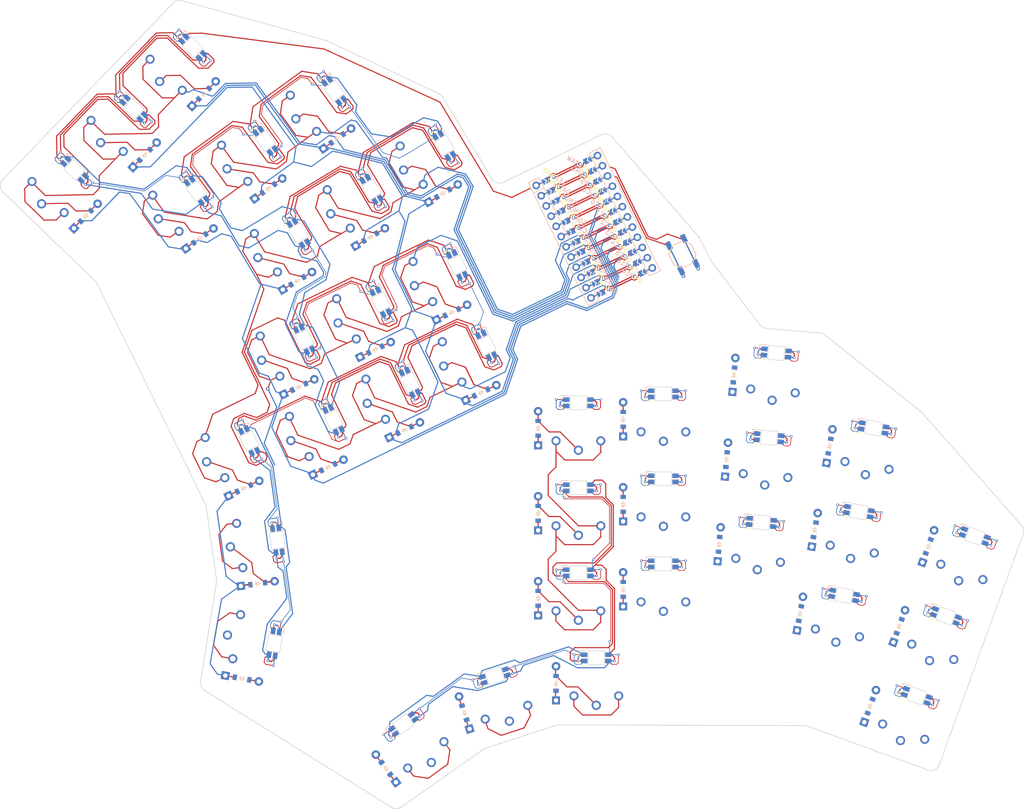
<source format=kicad_pcb>
(kicad_pcb (version 20221018) (generator pcbnew)
  (title_block (title "main") (rev "0.1") (company "klackygears"))
  (layers (0 "F.Cu" signal) (31 "B.Cu" signal) (34 "B.Paste" user) (35 "F.Paste" user) (36 "B.SilkS" user "B.Silkscreen") (37 "F.SilkS" user "F.Silkscreen") (38 "B.Mask" user) (39 "F.Mask" user) (44 "Edge.Cuts" user))
  (net 0 "")
  (net 1 "R1")
  (net 2 "pinky_bottom")
  (net 3 "pinky_home")
  (net 4 "pinky_top")
  (net 5 "R0")
  (net 6 "ring_bottom")
  (net 7 "ring_home")
  (net 8 "ring_top")
  (net 9 "CS")
  (net 10 "middle_bottom")
  (net 11 "middle_home")
  (net 12 "middle_top")
  (net 13 "R2")
  (net 14 "index_bottom")
  (net 15 "index_home")
  (net 16 "index_top")
  (net 17 "R3")
  (net 18 "inner_bottom")
  (net 19 "inner_home")
  (net 20 "inner_top")
  (net 21 "near_thumb")
  (net 22 "home_thumb")
  (net 23 "far_thumb")
  (net 24 "C5")
  (net 25 "mirror_pinky_bottom")
  (net 26 "mirror_pinky_home")
  (net 27 "mirror_pinky_top")
  (net 28 "C4")
  (net 29 "mirror_ring_bottom")
  (net 30 "mirror_ring_home")
  (net 31 "mirror_ring_top")
  (net 32 "C3")
  (net 33 "mirror_middle_bottom")
  (net 34 "mirror_middle_home")
  (net 35 "mirror_middle_top")
  (net 36 "C2")
  (net 37 "mirror_index_bottom")
  (net 38 "mirror_index_home")
  (net 39 "mirror_index_top")
  (net 40 "C1")
  (net 41 "mirror_inner_bottom")
  (net 42 "mirror_inner_home")
  (net 43 "mirror_inner_top")
  (net 44 "mirror_near_thumb")
  (net 45 "mirror_home_thumb")
  (net 46 "C0")
  (net 47 "mirror_far_thumb")
  (net 48 "P9")
  (net 49 "RAW")
  (net 50 "GND")
  (net 51 "RST")
  (net 52 "VCC")
  (net 53 "P16")
  (net 54 "P10")
  (net 55 "LED")
  (net 56 "DAT")
  (net 57 "SDA")
  (net 58 "SCL")
  (net 59 "MCU1_24")
  (net 60 "MCU1_1")
  (net 61 "MCU1_23")
  (net 62 "MCU1_2")
  (net 63 "MCU1_22")
  (net 64 "MCU1_3")
  (net 65 "MCU1_21")
  (net 66 "MCU1_4")
  (net 67 "MCU1_20")
  (net 68 "MCU1_5")
  (net 69 "MCU1_19")
  (net 70 "MCU1_6")
  (net 71 "MCU1_18")
  (net 72 "MCU1_7")
  (net 73 "MCU1_17")
  (net 74 "MCU1_8")
  (net 75 "MCU1_16")
  (net 76 "MCU1_9")
  (net 77 "MCU1_15")
  (net 78 "MCU1_10")
  (net 79 "MCU1_14")
  (net 80 "MCU1_11")
  (net 81 "MCU1_13")
  (net 82 "MCU1_12")
  (net 83 "LED_4")
  (net 84 "LED_3")
  (net 85 "LED_2")
  (net 86 "LED_5")
  (net 87 "LED_6")
  (net 88 "LED_7")
  (net 89 "LED_10")
  (net 90 "LED_9")
  (net 91 "LED_8")
  (net 92 "LED_11")
  (net 93 "LED_12")
  (net 94 "LED_13")
  (net 95 "LED_16")
  (net 96 "LED_15")
  (net 97 "LED_14")
  (net 98 "LED_17")
  (net 99 "LED_18")
  (net 100 "LED_19")
  (net 101 "LED_35")
  (net 102 "LED_34")
  (net 103 "LED_36")
  (net 104 "LED_37")
  (net 105 "LED_33")
  (net 106 "LED_32")
  (net 107 "LED_31")
  (net 108 "LED_29")
  (net 109 "LED_28")
  (net 110 "LED_30")
  (net 111 "LED_27")
  (net 112 "LED_26")
  (net 113 "LED_25")
  (net 114 "LED_23")
  (net 115 "LED_22")
  (net 116 "LED_24")
  (net 117 "LED_21")
  (net 118 "LED_20")
  (footprint "E73:SW_TACT_ALPS_SKQGABE010" (layer "F.Cu") (at 217.149352 116.528305 -64)
    (fp_text reference "B1" hide)
    (fp_text value "" hide)
  )
  (footprint "PG1350" (layer "F.Cu") (at 176.639133 215.204001 -162)
    (fp_text reference "S35" hide)
    (fp_text value "" hide)
  )
  (footprint "PG1350" (layer "F.Cu") (at 78.002791 100.950142 136)
    (fp_text reference "S1" hide)
    (fp_text value "" hide)
  )
  (footprint "ComboDiode" (layer "F.Cu") (at 131.435805 146.094974 26)
    (fp_text reference "D10" hide)
    (fp_text value "" hide)
  )
  (footprint "PG1350" (layer "F.Cu") (at 104.399808 73.61523 136)
    (fp_text reference "S3" hide)
    (fp_text value "" hide)
  )
  (footprint "PG1350" (layer "F.Cu") (at 237.694706 143.229368 175)
    (fp_text reference "S27" hide)
    (fp_text value "" hide)
  )
  (footprint "nice_nano" (layer "F.Cu") (at 196.872689 109.172565 26)
    (fp_text reference "MCU1" hide)
    (fp_text value "")
  )
  (footprint "PG1350" (layer "F.Cu") (at 274.379688 201.745247 160)
    (fp_text reference "S20" hide)
    (fp_text value "" hide)
  )
  (footprint "PG1350" (layer "F.Cu") (at 259.04169 159.927138 170)
    (fp_text reference "S24" hide)
    (fp_text value "" hide)
  )
  (footprint "ComboDiode" (layer "F.Cu") (at 265.580434 199.606759 70)
    (fp_text reference "D20" hide)
    (fp_text value "" hide)
  )
  (footprint "PG1350" (layer "F.Cu") (at 193.881907 154.364322 180)
    (fp_text reference "S33" hide)
    (fp_text value "" hide)
  )
  (footprint "PG1350" (layer "F.Cu") (at 104.768257 105.072375 126)
    (fp_text reference "S4" hide)
    (fp_text value "" hide)
  )
  (footprint "ComboDiode" (layer "F.Cu") (at 184.881908 174.364322 90)
    (fp_text reference "D32" hide)
    (fp_text value "" hide)
  )
  (footprint "ComboDiode" (layer "F.Cu") (at 272.078816 181.752599 70)
    (fp_text reference "D21" hide)
    (fp_text value "" hide)
  )
  (footprint "PG1350" (layer "F.Cu") (at 255.742375 178.638486 170)
    (fp_text reference "S23" hide)
    (fp_text value "" hide)
  )
  (footprint "ComboDiode" (layer "F.Cu") (at 168.388641 218.93621 108)
    (fp_text reference "D35" hide)
    (fp_text value "" hide)
  )
  (footprint "ComboDiode" (layer "F.Cu") (at 165.58998 129.43687 26)
    (fp_text reference "D12" hide)
    (fp_text value "" hide)
  )
  (footprint "ComboDiode" (layer "F.Cu") (at 226.985838 162.36886 85)
    (fp_text reference "D26" hide)
    (fp_text value "" hide)
  )
  (footprint "ComboDiode" (layer "F.Cu") (at 139.991951 90.605474 36)
    (fp_text reference "D6" hide)
    (fp_text value "" hide)
  )
  (footprint "ComboDiode" (layer "F.Cu") (at 137.967269 164.048803 26)
    (fp_text reference "D13" hide)
    (fp_text value "" hide)
  )
  (footprint "PG1350" (layer "F.Cu") (at 128.38926 137.567456 116)
    (fp_text reference "S10" hide)
    (fp_text value "" hide)
  )
  (footprint "PG1350" (layer "F.Cu") (at 159.876661 94.603257 121)
    (fp_text reference "S9" hide)
    (fp_text value "" hide)
  )
  (footprint "PG1350" (layer "F.Cu") (at 151.99781 147.192234 116)
    (fp_text reference "S14" hide)
    (fp_text value "" hide)
  )
  (footprint "PG1350" (layer "F.Cu") (at 193.881907 173.364322 180)
    (fp_text reference "S32" hide)
    (fp_text value "" hide)
  )
  (footprint "ComboDiode" (layer "F.Cu") (at 83.782189 107.921407 46)
    (fp_text reference "D1" hide)
    (fp_text value "" hide)
  )
  (footprint "ComboDiode" (layer "F.Cu") (at 109.249307 112.941313 36)
    (fp_text reference "D4" hide)
    (fp_text value "" hide)
  )
  (footprint "PG1350" (layer "F.Cu") (at 121.951291 181.031245 98)
    (fp_text reference "S17" hide)
    (fp_text value "" hide)
  )
  (footprint "PG1350" (layer "F.Cu") (at 234.382787 181.084766 175)
    (fp_text reference "S25" hide)
    (fp_text value "" hide)
  )
  (footprint "PG1350" (layer "F.Cu") (at 91.2013 87.282686 136)
    (fp_text reference "S2" hide)
    (fp_text value "" hide)
  )
  (footprint "ComboDiode" (layer "F.Cu") (at 124.620629 101.773394 36)
    (fp_text reference "D5" hide)
    (fp_text value "" hide)
  )
  (footprint "PG1350" (layer "F.Cu") (at 169.074897 138.863182 116)
    (fp_text reference "S15" hide)
    (fp_text value "" hide)
  )
  (footprint "ComboDiode" (layer "F.Cu") (at 228.641797 143.44116 85)
    (fp_text reference "D27" hide)
    (fp_text value "" hide)
  )
  (footprint "PG1350" (layer "F.Cu") (at 212.881908 190.364322 180)
    (fp_text reference "S28" hide)
    (fp_text value "" hide)
  )
  (footprint "ComboDiode" (layer "F.Cu") (at 148.512892 137.765922 26)
    (fp_text reference "D11" hide)
    (fp_text value "" hide)
  )
  (footprint "ComboDiode" (layer "F.Cu") (at 155.044356 155.719751 26)
    (fp_text reference "D14" hide)
    (fp_text value "" hide)
  )
  (footprint "ComboDiode" (layer "F.Cu") (at 118.714173 211.294017 -10)
    (fp_text reference "D18" hide)
    (fp_text value "" hide)
  )
  (footprint "PG1350" (layer "F.Cu") (at 252.443059 197.349833 170)
    (fp_text reference "S22" hide)
    (fp_text value "" hide)
  )
  (footprint "ComboDiode" (layer "F.Cu") (at 203.881908 172.364322 90)
    (fp_text reference "D29" hide)
    (fp_text value "" hide)
  )
  (footprint "ComboDiode" (layer "F.Cu") (at 203.881908 153.364322 90)
    (fp_text reference "D30" hide)
    (fp_text value "" hide)
  )
  (footprint "ComboDiode" (layer "F.Cu") (at 147.368658 112.618524 31)
    (fp_text reference "D8" hide)
    (fp_text value "" hide)
  )
  (footprint "PG1350" (layer "F.Cu") (at 267.881305 219.599407 160)
    (fp_text reference "S19" hide)
    (fp_text value "" hide)
  )
  (footprint "ComboDiode" (layer "F.Cu") (at 163.654837 102.832801 31)
    (fp_text reference "D9" hide)
    (fp_text value "" hide)
  )
  (footprint "ComboDiode" (layer "F.Cu") (at 122.213581 190.08283 8)
    (fp_text reference "D17" hide)
    (fp_text value "" hide)
  )
  (footprint "PG1350" (layer "F.Cu") (at 197.881908 211.364323 180)
    (fp_text reference "S34" hide)
    (fp_text value "" hide)
  )
  (footprint "ComboDiode" (layer "F.Cu") (at 225.329879 181.296559 85)
    (fp_text reference "D25" hide)
    (fp_text value "" hide)
  )
  (footprint "ComboDiode" (layer "F.Cu") (at 203.881908 191.364323 90)
    (fp_text reference "D28" hide)
    (fp_text value "" hide)
  )
  (footprint "PG1350" (layer "F.Cu") (at 236.038746 162.157067 175)
    (fp_text reference "S26" hide)
    (fp_text value "" hide)
  )
  (footprint "PG1350" (layer "F.Cu") (at 143.590483 104.38898 121)
    (fp_text reference "S8" hide)
    (fp_text value "" hide)
  )
  (footprint "PG1350" (layer "F.Cu") (at 121.261814 202.604396 80)
    (fp_text reference "S18" hide)
    (fp_text value "" hide)
  )
  (footprint "PG1350" (layer "F.Cu") (at 127.304305 114.174704 121)
    (fp_text reference "S7" hide)
    (fp_text value "" hide)
  )
  (footprint "ComboDiode" (layer "F.Cu") (at 259.082051 217.460918 70)
    (fp_text reference "D19" hide)
    (fp_text value "" hide)
  )
  (footprint "ComboDiode" (layer "F.Cu") (at 172.121443 147.3907 26)
    (fp_text reference "D15" hide)
    (fp_text value "" hide)
  )
  (footprint "PG1350" (layer "F.Cu") (at 280.878071 183.891087 160)
    (fp_text reference "S21" hide)
    (fp_text value "" hide)
  )
  (footprint "ComboDiode" (layer "F.Cu") (at 131.08248 122.404247 31)
    (fp_text reference "D7" hide)
    (fp_text value "" hide)
  )
  (footprint "PG1350" (layer "F.Cu") (at 212.881908 171.364322 180)
    (fp_text reference "S29" hide)
    (fp_text value "" hide)
  )
  (footprint "ComboDiode" (layer "F.Cu") (at 250.004772 159.349113 80)
    (fp_text reference "D24" hide)
    (fp_text value "" hide)
  )
  (footprint "PG1350" (layer "F.Cu") (at 116.090152 160.255161 116)
    (fp_text reference "S16" hide)
    (fp_text value "" hide)
  )
  (footprint "ComboDiode" (layer "F.Cu") (at 184.881907 155.364323 90)
    (fp_text reference "D33" hide)
    (fp_text value "" hide)
  )
  (footprint "ComboDiode" (layer "F.Cu") (at 243.406142 196.771808 80)
    (fp_text reference "D22" hide)
    (fp_text value "" hide)
  )
  (footprint "PG1350" (layer "F.Cu") (at 120.13958 93.904455 126)
    (fp_text reference "S5" hide)
    (fp_text value "" hide)
  )
  (footprint "ComboDiode" (layer "F.Cu") (at 110.179209 80.586496 46)
    (fp_text reference "D3" hide)
    (fp_text value "" hide)
  )
  (footprint "ComboDiode" (layer "F.Cu") (at 246.705457 178.06046 80)
    (fp_text reference "D23" hide)
    (fp_text value "" hide)
  )
  (footprint "E73:SW_TACT_ALPS_SKQGABE010" (layer "F.Cu") (at 217.149352 116.528305 -64)
    (fp_text reference "B2" hide)
    (fp_text value "" hide)
  )
  (footprint "PG1350" (layer "F.Cu") (at 162.543433 120.909353 116)
    (fp_text reference "S12" hide)
    (fp_text value "" hide)
  )
  (footprint "ComboDiode" (layer "F.Cu") (at 184.881908 193.364322 90)
    (fp_text reference "D31" hide)
    (fp_text value "" hide)
  )
  (footprint "ComboDiode" (layer "F.Cu") (at 119.136698 168.782679 26)
    (fp_text reference "D16" hide)
    (fp_text value "" hide)
  )
  (footprint "PG1350" (layer "F.Cu") (at 145.466347 129.238404 116)
    (fp_text reference "S11" hide)
    (fp_text value "" hide)
  )
  (footprint "PG1350" (layer "F.Cu") (at 135.510902 82.736535 126)
    (fp_text reference "S6" hide)
    (fp_text value "" hide)
  )
  (footprint "PG1350" (layer "F.Cu") (at 134.920723 155.521286 116)
    (fp_text reference "S13" hide)
    (fp_text value "" hide)
  )
  (footprint "ComboDiode" (layer "F.Cu") (at 188.881907 212.364322 90)
    (fp_text reference "D34" hide)
    (fp_text value "" hide)
  )
  (footprint "PG1350" (layer "F.Cu") (at 193.881907 192.364322 180)
    (fp_text reference "S31" hide)
    (fp_text value "" hide)
  )
  (footprint "PG1350" (layer "F.Cu") (at 157.55156 225.280745 -144)
    (fp_text reference "S36" hide)
    (fp_text value "" hide)
  )
  (footprint "PG1350" (layer "F.Cu") (at 212.881908 152.364323 180)
    (fp_text reference "S30" hide)
    (fp_text value "" hide)
  )
  (footprint "ComboDiode" (layer "F.Cu") (at 96.980699 94.253951 46)
    (fp_text reference "D2" hide)
    (fp_text value "" hide)
  )
  (footprint "ComboDiode" (layer "F.Cu") (at 150.858193 231.37983 126)
    (fp_text reference "D36" hide)
    (fp_text value "" hide)
  )
  (footprint "ceoloide:YS-SK6812MINI-E (per-key, reversible)" (layer "B.Cu") (at 234.792418 176.402651 -5)
    (fp_text reference "LED25" hide)
    (fp_text value "")
    (fp_line (start -1.8 -1.55) (end -1.8 1.55) (stroke (width 0.12)) (layer "Edge.Cuts"))
    (fp_line (start -1.8 1.55) (end 1.8 1.55) (stroke (width 0.12)) (layer "Edge.Cuts"))
    (fp_line (start 1.8 -1.55) (end -1.8 -1.55) (stroke (width 0.12)) (layer "Edge.Cuts"))
    (fp_line (start 1.8 1.55) (end 1.8 -1.55) (stroke (width 0.12)) (layer "Edge.Cuts"))
  )
  (footprint "ceoloide:YS-SK6812MINI-E (per-key, reversible)" (layer "B.Cu") (at 173.299229 136.802838 -64)
    (fp_text reference "LED15" hide)
    (fp_text value "")
    (fp_line (start -1.8 -1.55) (end -1.8 1.55) (stroke (width 0.12)) (layer "Edge.Cuts"))
    (fp_line (start -1.8 1.55) (end 1.8 1.55) (stroke (width 0.12)) (layer "Edge.Cuts"))
    (fp_line (start 1.8 -1.55) (end -1.8 -1.55) (stroke (width 0.12)) (layer "Edge.Cuts"))
    (fp_line (start 1.8 1.55) (end 1.8 -1.55) (stroke (width 0.12)) (layer "Edge.Cuts"))
  )
  (footprint "ceoloide:YS-SK6812MINI-E (per-key, reversible)" (layer "B.Cu") (at 193.881907 168.664323)
    (fp_text reference "LED32" hide)
    (fp_text value "")
    (fp_line (start -1.8 -1.55) (end -1.8 1.55) (stroke (width 0.12)) (layer "Edge.Cuts"))
    (fp_line (start -1.8 1.55) (end 1.8 1.55) (stroke (width 0.12)) (layer "Edge.Cuts"))
    (fp_line (start 1.8 -1.55) (end -1.8 -1.55) (stroke (width 0.12)) (layer "Edge.Cuts"))
    (fp_line (start 1.8 1.55) (end 1.8 -1.55) (stroke (width 0.12)) (layer "Edge.Cuts"))
  )
  (footprint "ceoloide:YS-SK6812MINI-E (per-key, reversible)" (layer "B.Cu") (at 120.314483 158.194816 -64)
    (fp_text reference "LED16" hide)
    (fp_text value "")
    (fp_line (start -1.8 -1.55) (end -1.8 1.55) (stroke (width 0.12)) (layer "Edge.Cuts"))
    (fp_line (start -1.8 1.55) (end 1.8 1.55) (stroke (width 0.12)) (layer "Edge.Cuts"))
    (fp_line (start 1.8 -1.55) (end -1.8 -1.55) (stroke (width 0.12)) (layer "Edge.Cuts"))
    (fp_line (start 1.8 1.55) (end 1.8 -1.55) (stroke (width 0.12)) (layer "Edge.Cuts"))
  )
  (footprint "ceoloide:YS-SK6812MINI-E (per-key, reversible)" (layer "B.Cu") (at 197.881907 206.664322)
    (fp_text reference "LED34" hide)
    (fp_text value "")
    (fp_line (start -1.8 -1.55) (end -1.8 1.55) (stroke (width 0.12)) (layer "Edge.Cuts"))
    (fp_line (start -1.8 1.55) (end 1.8 1.55) (stroke (width 0.12)) (layer "Edge.Cuts"))
    (fp_line (start 1.8 -1.55) (end -1.8 -1.55) (stroke (width 0.12)) (layer "Edge.Cuts"))
    (fp_line (start 1.8 1.55) (end 1.8 -1.55) (stroke (width 0.12)) (layer "Edge.Cuts"))
  )
  (footprint "ceoloide:YS-SK6812MINI-E (per-key, reversible)" (layer "B.Cu") (at 212.881907 147.664322)
    (fp_text reference "LED30" hide)
    (fp_text value "")
    (fp_line (start -1.8 -1.55) (end -1.8 1.55) (stroke (width 0.12)) (layer "Edge.Cuts"))
    (fp_line (start -1.8 1.55) (end 1.8 1.55) (stroke (width 0.12)) (layer "Edge.Cuts"))
    (fp_line (start 1.8 -1.55) (end -1.8 -1.55) (stroke (width 0.12)) (layer "Edge.Cuts"))
    (fp_line (start 1.8 1.55) (end 1.8 -1.55) (stroke (width 0.12)) (layer "Edge.Cuts"))
  )
  (footprint "ceoloide:YS-SK6812MINI-E (per-key, reversible)" (layer "B.Cu") (at 253.259205 192.721237 -10)
    (fp_text reference "LED22" hide)
    (fp_text value "")
    (fp_line (start -1.8 -1.55) (end -1.8 1.55) (stroke (width 0.12)) (layer "Edge.Cuts"))
    (fp_line (start -1.8 1.55) (end 1.8 1.55) (stroke (width 0.12)) (layer "Edge.Cuts"))
    (fp_line (start 1.8 -1.55) (end -1.8 -1.55) (stroke (width 0.12)) (layer "Edge.Cuts"))
    (fp_line (start 1.8 1.55) (end 1.8 -1.55) (stroke (width 0.12)) (layer "Edge.Cuts"))
  )
  (footprint "ceoloide:YS-SK6812MINI-E (per-key, reversible)" (layer "B.Cu") (at 126.605552 180.377131 -82)
    (fp_text reference "LED17" hide)
    (fp_text value "")
    (fp_line (start -1.8 -1.55) (end -1.8 1.55) (stroke (width 0.12)) (layer "Edge.Cuts"))
    (fp_line (start -1.8 1.55) (end 1.8 1.55) (stroke (width 0.12)) (layer "Edge.Cuts"))
    (fp_line (start 1.8 -1.55) (end -1.8 -1.55) (stroke (width 0.12)) (layer "Edge.Cuts"))
    (fp_line (start 1.8 1.55) (end 1.8 -1.55) (stroke (width 0.12)) (layer "Edge.Cuts"))
  )
  (footprint "ceoloide:YS-SK6812MINI-E (per-key, reversible)" (layer "B.Cu") (at 212.881908 166.664322)
    (fp_text reference "LED29" hide)
    (fp_text value "")
    (fp_line (start -1.8 -1.55) (end -1.8 1.55) (stroke (width 0.12)) (layer "Edge.Cuts"))
    (fp_line (start -1.8 1.55) (end 1.8 1.55) (stroke (width 0.12)) (layer "Edge.Cuts"))
    (fp_line (start 1.8 -1.55) (end -1.8 -1.55) (stroke (width 0.12)) (layer "Edge.Cuts"))
    (fp_line (start 1.8 1.55) (end 1.8 -1.55) (stroke (width 0.12)) (layer "Edge.Cuts"))
  )
  (footprint "ceoloide:YS-SK6812MINI-E (per-key, reversible)" (layer "B.Cu") (at 154.788969 221.478366 36)
    (fp_text reference "LED36" hide)
    (fp_text value "")
    (fp_line (start -1.8 -1.55) (end -1.8 1.55) (stroke (width 0.12)) (layer "Edge.Cuts"))
    (fp_line (start -1.8 1.55) (end 1.8 1.55) (stroke (width 0.12)) (layer "Edge.Cuts"))
    (fp_line (start 1.8 -1.55) (end -1.8 -1.55) (stroke (width 0.12)) (layer "Edge.Cuts"))
    (fp_line (start 1.8 1.55) (end 1.8 -1.55) (stroke (width 0.12)) (layer "Edge.Cuts"))
  )
  (footprint "ceoloide:YS-SK6812MINI-E (per-key, reversible)" (layer "B.Cu") (at 282.485566 179.474532 -20)
    (fp_text reference "LED21" hide)
    (fp_text value "")
    (fp_line (start -1.8 -1.55) (end -1.8 1.55) (stroke (width 0.12)) (layer "Edge.Cuts"))
    (fp_line (start -1.8 1.55) (end 1.8 1.55) (stroke (width 0.12)) (layer "Edge.Cuts"))
    (fp_line (start 1.8 -1.55) (end -1.8 -1.55) (stroke (width 0.12)) (layer "Edge.Cuts"))
    (fp_line (start 1.8 1.55) (end 1.8 -1.55) (stroke (width 0.12)) (layer "Edge.Cuts"))
  )
  (footprint "ceoloide:YS-SK6812MINI-E (per-key, reversible)" (layer "B.Cu") (at 156.222142 145.131889 -64)
    (fp_text reference "LED14" hide)
    (fp_text value "")
    (fp_line (start -1.8 -1.55) (end -1.8 1.55) (stroke (width 0.12)) (layer "Edge.Cuts"))
    (fp_line (start -1.8 1.55) (end 1.8 1.55) (stroke (width 0.12)) (layer "Edge.Cuts"))
    (fp_line (start 1.8 -1.55) (end -1.8 -1.55) (stroke (width 0.12)) (layer "Edge.Cuts"))
    (fp_line (start 1.8 1.55) (end 1.8 -1.55) (stroke (width 0.12)) (layer "Edge.Cuts"))
  )
  (footprint "ceoloide:YS-SK6812MINI-E (per-key, reversible)" (layer "B.Cu") (at 139.313282 79.973944 -54)
    (fp_text reference "LED6" hide)
    (fp_text value "")
    (fp_line (start -1.8 -1.55) (end -1.8 1.55) (stroke (width 0.12)) (layer "Edge.Cuts"))
    (fp_line (start -1.8 1.55) (end 1.8 1.55) (stroke (width 0.12)) (layer "Edge.Cuts"))
    (fp_line (start 1.8 -1.55) (end -1.8 -1.55) (stroke (width 0.12)) (layer "Edge.Cuts"))
    (fp_line (start 1.8 1.55) (end 1.8 -1.55) (stroke (width 0.12)) (layer "Edge.Cuts"))
  )
  (footprint "ceoloide:YS-SK6812MINI-E (per-key, reversible)" (layer "B.Cu") (at 131.33299 111.754026 -59)
    (fp_text reference "LED7" hide)
    (fp_text value "")
    (fp_line (start -1.8 -1.55) (end -1.8 1.55) (stroke (width 0.12)) (layer "Edge.Cuts"))
    (fp_line (start -1.8 1.55) (end 1.8 1.55) (stroke (width 0.12)) (layer "Edge.Cuts"))
    (fp_line (start 1.8 -1.55) (end -1.8 -1.55) (stroke (width 0.12)) (layer "Edge.Cuts"))
    (fp_line (start 1.8 1.55) (end 1.8 -1.55) (stroke (width 0.12)) (layer "Edge.Cuts"))
  )
  (footprint "ceoloide:YS-SK6812MINI-E (per-key, reversible)" (layer "B.Cu") (at 259.857836 155.298542 -10)
    (fp_text reference "LED24" hide)
    (fp_text value "")
    (fp_line (start -1.8 -1.55) (end -1.8 1.55) (stroke (width 0.12)) (layer "Edge.Cuts"))
    (fp_line (start -1.8 1.55) (end 1.8 1.55) (stroke (width 0.12)) (layer "Edge.Cuts"))
    (fp_line (start 1.8 -1.55) (end -1.8 -1.55) (stroke (width 0.12)) (layer "Edge.Cuts"))
    (fp_line (start 1.8 1.55) (end 1.8 -1.55) (stroke (width 0.12)) (layer "Edge.Cuts"))
  )
  (footprint "ceoloide:YS-SK6812MINI-E (per-key, reversible)" (layer "B.Cu") (at 132.613592 135.507112 -64)
    (fp_text reference "LED10" hide)
    (fp_text value "")
    (fp_line (start -1.8 -1.55) (end -1.8 1.55) (stroke (width 0.12)) (layer "Edge.Cuts"))
    (fp_line (start -1.8 1.55) (end 1.8 1.55) (stroke (width 0.12)) (layer "Edge.Cuts"))
    (fp_line (start 1.8 -1.55) (end -1.8 -1.55) (stroke (width 0.12)) (layer "Edge.Cuts"))
    (fp_line (start 1.8 1.55) (end 1.8 -1.55) (stroke (width 0.12)) (layer "Edge.Cuts"))
  )
  (footprint "ceoloide:YS-SK6812MINI-E (per-key, reversible)" (layer "B.Cu") (at 149.690679 127.17806 -64)
    (fp_text reference "LED11" hide)
    (fp_text value "")
    (fp_line (start -1.8 -1.55) (end -1.8 1.55) (stroke (width 0.12)) (layer "Edge.Cuts"))
    (fp_line (start -1.8 1.55) (end 1.8 1.55) (stroke (width 0.12)) (layer "Edge.Cuts"))
    (fp_line (start 1.8 -1.55) (end -1.8 -1.55) (stroke (width 0.12)) (layer "Edge.Cuts"))
    (fp_line (start 1.8 1.55) (end 1.8 -1.55) (stroke (width 0.12)) (layer "Edge.Cuts"))
  )
  (footprint "ceoloide:YS-SK6812MINI-E (per-key, reversible)" (layer "B.Cu") (at 108.570636 102.309784 -54)
    (fp_text reference "LED4" hide)
    (fp_text value "")
    (fp_line (start -1.8 -1.55) (end -1.8 1.55) (stroke (width 0.12)) (layer "Edge.Cuts"))
    (fp_line (start -1.8 1.55) (end 1.8 1.55) (stroke (width 0.12)) (layer "Edge.Cuts"))
    (fp_line (start 1.8 -1.55) (end -1.8 -1.55) (stroke (width 0.12)) (layer "Edge.Cuts"))
    (fp_line (start 1.8 1.55) (end 1.8 -1.55) (stroke (width 0.12)) (layer "Edge.Cuts"))
  )
  (footprint "ceoloide:YS-SK6812MINI-E (per-key, reversible)" (layer "B.Cu") (at 275.987183 197.328691 -20)
    (fp_text reference "LED20" hide)
    (fp_text value "")
    (fp_line (start -1.8 -1.55) (end -1.8 1.55) (stroke (width 0.12)) (layer "Edge.Cuts"))
    (fp_line (start -1.8 1.55) (end 1.8 1.55) (stroke (width 0.12)) (layer "Edge.Cuts"))
    (fp_line (start 1.8 -1.55) (end -1.8 -1.55) (stroke (width 0.12)) (layer "Edge.Cuts"))
    (fp_line (start 1.8 1.55) (end 1.8 -1.55) (stroke (width 0.12)) (layer "Edge.Cuts"))
  )
  (footprint "ceoloide:YS-SK6812MINI-E (per-key, reversible)" (layer "B.Cu") (at 212.881908 185.664322)
    (fp_text reference "LED28" hide)
    (fp_text value "")
    (fp_line (start -1.8 -1.55) (end -1.8 1.55) (stroke (width 0.12)) (layer "Edge.Cuts"))
    (fp_line (start -1.8 1.55) (end 1.8 1.55) (stroke (width 0.12)) (layer "Edge.Cuts"))
    (fp_line (start 1.8 -1.55) (end -1.8 -1.55) (stroke (width 0.12)) (layer "Edge.Cuts"))
    (fp_line (start 1.8 1.55) (end 1.8 -1.55) (stroke (width 0.12)) (layer "Edge.Cuts"))
  )
  (footprint "ceoloide:YS-SK6812MINI-E (per-key, reversible)" (layer "B.Cu") (at 166.767765 118.849008 -64)
    (fp_text reference "LED12" hide)
    (fp_text value "")
    (fp_line (start -1.8 -1.55) (end -1.8 1.55) (stroke (width 0.12)) (layer "Edge.Cuts"))
    (fp_line (start -1.8 1.55) (end 1.8 1.55) (stroke (width 0.12)) (layer "Edge.Cuts"))
    (fp_line (start 1.8 -1.55) (end -1.8 -1.55) (stroke (width 0.12)) (layer "Edge.Cuts"))
    (fp_line (start 1.8 1.55) (end 1.8 -1.55) (stroke (width 0.12)) (layer "Edge.Cuts"))
  )
  (footprint "ceoloide:YS-SK6812MINI-E (per-key, reversible)" (layer "B.Cu") (at 236.448377 157.474952 -5)
    (fp_text reference "LED26" hide)
    (fp_text value "")
    (fp_line (start -1.8 -1.55) (end -1.8 1.55) (stroke (width 0.12)) (layer "Edge.Cuts"))
    (fp_line (start -1.8 1.55) (end 1.8 1.55) (stroke (width 0.12)) (layer "Edge.Cuts"))
    (fp_line (start 1.8 -1.55) (end -1.8 -1.55) (stroke (width 0.12)) (layer "Edge.Cuts"))
    (fp_line (start 1.8 1.55) (end 1.8 -1.55) (stroke (width 0.12)) (layer "Edge.Cuts"))
  )
  (footprint "ceoloide:YS-SK6812MINI-E (per-key, reversible)" (layer "B.Cu") (at 94.466194 83.901788 -44)
    (fp_text reference "LED2" hide)
    (fp_text value "")
    (fp_line (start -1.8 -1.55) (end -1.8 1.55) (stroke (width 0.12)) (layer "Edge.Cuts"))
    (fp_line (start -1.8 1.55) (end 1.8 1.55) (stroke (width 0.12)) (layer "Edge.Cuts"))
    (fp_line (start 1.8 -1.55) (end -1.8 -1.55) (stroke (width 0.12)) (layer "Edge.Cuts"))
    (fp_line (start 1.8 1.55) (end 1.8 -1.55) (stroke (width 0.12)) (layer "Edge.Cuts"))
  )
  (footprint "ceoloide:YS-SK6812MINI-E (per-key, reversible)" (layer "B.Cu") (at 125.890411 203.420543 -100)
    (fp_text reference "LED18" hide)
    (fp_text value "")
    (fp_line (start -1.8 -1.55) (end -1.8 1.55) (stroke (width 0.12)) (layer "Edge.Cuts"))
    (fp_line (start -1.8 1.55) (end 1.8 1.55) (stroke (width 0.12)) (layer "Edge.Cuts"))
    (fp_line (start 1.8 -1.55) (end -1.8 -1.55) (stroke (width 0.12)) (layer "Edge.Cuts"))
    (fp_line (start 1.8 1.55) (end 1.8 -1.55) (stroke (width 0.12)) (layer "Edge.Cuts"))
  )
  (footprint "ceoloide:YS-SK6812MINI-E (per-key, reversible)" (layer "B.Cu") (at 139.145055 153.460941 -64)
    (fp_text reference "LED13" hide)
    (fp_text value "")
    (fp_line (start -1.8 -1.55) (end -1.8 1.55) (stroke (width 0.12)) (layer "Edge.Cuts"))
    (fp_line (start -1.8 1.55) (end 1.8 1.55) (stroke (width 0.12)) (layer "Edge.Cuts"))
    (fp_line (start 1.8 -1.55) (end -1.8 -1.55) (stroke (width 0.12)) (layer "Edge.Cuts"))
    (fp_line (start 1.8 1.55) (end 1.8 -1.55) (stroke (width 0.12)) (layer "Edge.Cuts"))
  )
  (footprint "ceoloide:YS-SK6812MINI-E (per-key, reversible)" (layer "B.Cu") (at 193.881907 187.664323)
    (fp_text reference "LED31" hide)
    (fp_text value "")
    (fp_line (start -1.8 -1.55) (end -1.8 1.55) (stroke (width 0.12)) (layer "Edge.Cuts"))
    (fp_line (start -1.8 1.55) (end 1.8 1.55) (stroke (width 0.12)) (layer "Edge.Cuts"))
    (fp_line (start 1.8 -1.55) (end -1.8 -1.55) (stroke (width 0.12)) (layer "Edge.Cuts"))
    (fp_line (start 1.8 1.55) (end 1.8 -1.55) (stroke (width 0.12)) (layer "Edge.Cuts"))
  )
  (footprint "ceoloide:YS-SK6812MINI-E (per-key, reversible)" (layer "B.Cu") (at 175.186753 210.734035 18)
    (fp_text reference "LED35" hide)
    (fp_text value "")
    (fp_line (start -1.8 -1.55) (end -1.8 1.55) (stroke (width 0.12)) (layer "Edge.Cuts"))
    (fp_line (start -1.8 1.55) (end 1.8 1.55) (stroke (width 0.12)) (layer "Edge.Cuts"))
    (fp_line (start 1.8 -1.55) (end -1.8 -1.55) (stroke (width 0.12)) (layer "Edge.Cuts"))
    (fp_line (start 1.8 1.55) (end 1.8 -1.55) (stroke (width 0.12)) (layer "Edge.Cuts"))
  )
  (footprint "ceoloide:YS-SK6812MINI-E (per-key, reversible)" (layer "B.Cu") (at 163.905348 92.182578 -59)
    (fp_text reference "LED9" hide)
    (fp_text value "")
    (fp_line (start -1.8 -1.55) (end -1.8 1.55) (stroke (width 0.12)) (layer "Edge.Cuts"))
    (fp_line (start -1.8 1.55) (end 1.8 1.55) (stroke (width 0.12)) (layer "Edge.Cuts"))
    (fp_line (start 1.8 -1.55) (end -1.8 -1.55) (stroke (width 0.12)) (layer "Edge.Cuts"))
    (fp_line (start 1.8 1.55) (end 1.8 -1.55) (stroke (width 0.12)) (layer "Edge.Cuts"))
  )
  (footprint "ceoloide:YS-SK6812MINI-E (per-key, reversible)" (layer "B.Cu") (at 147.619168 101.968302 -59)
    (fp_text reference "LED8" hide)
    (fp_text value "")
    (fp_line (start -1.8 -1.55) (end -1.8 1.55) (stroke (width 0.12)) (layer "Edge.Cuts"))
    (fp_line (start -1.8 1.55) (end 1.8 1.55) (stroke (width 0.12)) (layer "Edge.Cuts"))
    (fp_line (start 1.8 -1.55) (end -1.8 -1.55) (stroke (width 0.12)) (layer "Edge.Cuts"))
    (fp_line (start 1.8 1.55) (end 1.8 -1.55) (stroke (width 0.12)) (layer "Edge.Cuts"))
  )
  (footprint "ceoloide:YS-SK6812MINI-E (per-key, reversible)" (layer "B.Cu") (at 81.267685 97.569246 -44)
    (fp_text reference "LED1" hide)
    (fp_text value "")
    (fp_line (start -1.8 -1.55) (end -1.8 1.55) (stroke (width 0.12)) (layer "Edge.Cuts"))
    (fp_line (start -1.8 1.55) (end 1.8 1.55) (stroke (width 0.12)) (layer "Edge.Cuts"))
    (fp_line (start 1.8 -1.55) (end -1.8 -1.55) (stroke (width 0.12)) (layer "Edge.Cuts"))
    (fp_line (start 1.8 1.55) (end 1.8 -1.55) (stroke (width 0.12)) (layer "Edge.Cuts"))
  )
  (footprint "ceoloide:YS-SK6812MINI-E (per-key, reversible)" (layer "B.Cu") (at 193.881907 149.664323)
    (fp_text reference "LED33" hide)
    (fp_text value "")
    (fp_line (start -1.8 -1.55) (end -1.8 1.55) (stroke (width 0.12)) (layer "Edge.Cuts"))
    (fp_line (start -1.8 1.55) (end 1.8 1.55) (stroke (width 0.12)) (layer "Edge.Cuts"))
    (fp_line (start 1.8 -1.55) (end -1.8 -1.55) (stroke (width 0.12)) (layer "Edge.Cuts"))
    (fp_line (start 1.8 1.55) (end 1.8 -1.55) (stroke (width 0.12)) (layer "Edge.Cuts"))
  )
  (footprint "ceoloide:YS-SK6812MINI-E (per-key, reversible)" (layer "B.Cu") (at 238.104337 138.547253 -5)
    (fp_text reference "LED27" hide)
    (fp_text value "")
    (fp_line (start -1.8 -1.55) (end -1.8 1.55) (stroke (width 0.12)) (layer "Edge.Cuts"))
    (fp_line (start -1.8 1.55) (end 1.8 1.55) (stroke (width 0.12)) (layer "Edge.Cuts"))
    (fp_line (start 1.8 -1.55) (end -1.8 -1.55) (stroke (width 0.12)) (layer "Edge.Cuts"))
    (fp_line (start 1.8 1.55) (end 1.8 -1.55) (stroke (width 0.12)) (layer "Edge.Cuts"))
  )
  (footprint "ceoloide:YS-SK6812MINI-E (per-key, reversible)" (layer "B.Cu") (at 123.941959 91.141864 -54)
    (fp_text reference "LED5" hide)
    (fp_text value "")
    (fp_line (start -1.8 -1.55) (end -1.8 1.55) (stroke (width 0.12)) (layer "Edge.Cuts"))
    (fp_line (start -1.8 1.55) (end 1.8 1.55) (stroke (width 0.12)) (layer "Edge.Cuts"))
    (fp_line (start 1.8 -1.55) (end -1.8 -1.55) (stroke (width 0.12)) (layer "Edge.Cuts"))
    (fp_line (start 1.8 1.55) (end 1.8 -1.55) (stroke (width 0.12)) (layer "Edge.Cuts"))
  )
  (footprint "ceoloide:YS-SK6812MINI-E (per-key, reversible)" (layer "B.Cu") (at 256.558521 174.00989 -10)
    (fp_text reference "LED23" hide)
    (fp_text value "")
    (fp_line (start -1.8 -1.55) (end -1.8 1.55) (stroke (width 0.12)) (layer "Edge.Cuts"))
    (fp_line (start -1.8 1.55) (end 1.8 1.55) (stroke (width 0.12)) (layer "Edge.Cuts"))
    (fp_line (start 1.8 -1.55) (end -1.8 -1.55) (stroke (width 0.12)) (layer "Edge.Cuts"))
    (fp_line (start 1.8 1.55) (end 1.8 -1.55) (stroke (width 0.12)) (layer "Edge.Cuts"))
  )
  (footprint "ceoloide:YS-SK6812MINI-E (per-key, reversible)" (layer "B.Cu") (at 107.664703 70.234333 -44)
    (fp_text reference "LED3" hide)
    (fp_text value "")
    (fp_line (start -1.8 -1.55) (end -1.8 1.55) (stroke (width 0.12)) (layer "Edge.Cuts"))
    (fp_line (start -1.8 1.55) (end 1.8 1.55) (stroke (width 0.12)) (layer "Edge.Cuts"))
    (fp_line (start 1.8 -1.55) (end -1.8 -1.55) (stroke (width 0.12)) (layer "Edge.Cuts"))
    (fp_line (start 1.8 1.55) (end 1.8 -1.55) (stroke (width 0.12)) (layer "Edge.Cuts"))
  )
  (footprint "ceoloide:YS-SK6812MINI-E (per-key, reversible)" (layer "B.Cu") (at 269.4888 215.182852 -20)
    (fp_text reference "LED19" hide)
    (fp_text value "")
    (fp_line (start -1.8 -1.55) (end -1.8 1.55) (stroke (width 0.12)) (layer "Edge.Cuts"))
    (fp_line (start -1.8 1.55) (end 1.8 1.55) (stroke (width 0.12)) (layer "Edge.Cuts"))
    (fp_line (start 1.8 -1.55) (end -1.8 -1.55) (stroke (width 0.12)) (layer "Edge.Cuts"))
    (fp_line (start 1.8 1.55) (end 1.8 -1.55) (stroke (width 0.12)) (layer "Edge.Cuts"))
  )
  (gr_line (start 154.321321 240.012426) (end 172.635008 227.113242) (stroke (width 0.15)) (layer "Edge.Cuts"))
  (gr_arc (start 162.751252 80.622275) (mid 163.237881 80.94752) (end 163.60951 81.39972) (stroke (width 0.15)) (layer "Edge.Cuts"))
  (gr_line (start 189.464455 221.65621) (end 244.377848 221.812912) (stroke (width 0.15)) (layer "Edge.Cuts"))
  (gr_line (start 199.045587 89.751366) (end 177.139506 100.380527) (stroke (width 0.15)) (layer "Edge.Cuts"))
  (gr_line (start 173.168664 226.846246) (end 188.840715 221.754089) (stroke (width 0.15)) (layer "Edge.Cuts"))
  (gr_arc (start 223.73887 118.249561) (mid 223.637352 118.103778) (end 223.54917 117.949561) (stroke (width 0.15)) (layer "Edge.Cuts"))
  (gr_line (start 65.301488 102.586273) (end 85.91078 122.488435) (stroke (width 0.15)) (layer "Edge.Cuts"))
  (gr_arc (start 65.301487 102.586272) (mid 64.69111 101.182497) (end 65.252126 99.758276) (stroke (width 0.15)) (layer "Edge.Cuts"))
  (gr_line (start 162.751252 80.622275) (end 137.879282 68.842427) (stroke (width 0.15)) (layer "Edge.Cuts"))
  (gr_arc (start 110.351774 213.980099) (mid 109.590542 213.110866) (end 109.43711 211.965659) (stroke (width 0.15)) (layer "Edge.Cuts"))
  (gr_line (start 103.326869 60.330726) (end 65.252126 99.758276) (stroke (width 0.15)) (layer "Edge.Cuts"))
  (gr_line (start 270.491401 151.707676) (end 249.000591 134.516843) (stroke (width 0.15)) (layer "Edge.Cuts"))
  (gr_line (start 223.54917 117.949561) (end 220.876587 112.752767) (stroke (width 0.15)) (layer "Edge.Cuts"))
  (gr_arc (start 199.045588 89.751366) (mid 200.320572 89.591533) (end 201.429657 90.240425) (stroke (width 0.15)) (layer "Edge.Cuts"))
  (gr_arc (start 110.529832 172.332384) (mid 110.646526 172.62678) (end 110.71529 172.935905) (stroke (width 0.15)) (layer "Edge.Cuts"))
  (gr_arc (start 188.840714 221.754088) (mid 189.148698 221.68038) (end 189.464455 221.65621) (stroke (width 0.15)) (layer "Edge.Cuts"))
  (gr_line (start 137.556798 68.722442) (end 105.299141 59.792536) (stroke (width 0.15)) (layer "Edge.Cuts"))
  (gr_line (start 292.907584 177.023302) (end 270.740611 151.944925) (stroke (width 0.15)) (layer "Edge.Cuts"))
  (gr_line (start 234.444191 132.252837) (end 223.73887 118.249561) (stroke (width 0.15)) (layer "Edge.Cuts"))
  (gr_arc (start 220.608992 112.357138) (mid 220.754642 112.546936) (end 220.876587 112.752767) (stroke (width 0.15)) (layer "Edge.Cuts"))
  (gr_line (start 110.71529 172.935905) (end 113.008663 189.254106) (stroke (width 0.15)) (layer "Edge.Cuts"))
  (gr_arc (start 270.491401 151.707676) (mid 270.621117 151.820931) (end 270.740611 151.944925) (stroke (width 0.15)) (layer "Edge.Cuts"))
  (gr_arc (start 103.326869 60.330725) (mid 104.239044 59.790588) (end 105.299141 59.792536) (stroke (width 0.15)) (layer "Edge.Cuts"))
  (gr_line (start 220.608992 112.357138) (end 201.429657 90.240425) (stroke (width 0.15)) (layer "Edge.Cuts"))
  (gr_line (start 110.351774 213.980099) (end 152.109792 240.073404) (stroke (width 0.15)) (layer "Edge.Cuts"))
  (gr_arc (start 292.907584 177.023303) (mid 293.374051 177.975259) (end 293.288449 179.031896) (stroke (width 0.15)) (layer "Edge.Cuts"))
  (gr_arc (start 235.858764 133.030545) (mid 235.069529 132.790748) (end 234.444191 132.252837) (stroke (width 0.15)) (layer "Edge.Cuts"))
  (gr_line (start 113.002629 189.850795) (end 109.43711 211.965659) (stroke (width 0.15)) (layer "Edge.Cuts"))
  (gr_arc (start 154.321321 240.012426) (mid 153.224756 240.376549) (end 152.109792 240.073404) (stroke (width 0.15)) (layer "Edge.Cuts"))
  (gr_arc (start 177.139506 100.380527) (mid 175.696443 100.498218) (end 174.552091 99.611234) (stroke (width 0.15)) (layer "Edge.Cuts"))
  (gr_line (start 247.925593 134.086255) (end 235.858764 133.030545) (stroke (width 0.15)) (layer "Edge.Cuts"))
  (gr_line (start 245.056181 221.933519) (end 271.978645 231.732494) (stroke (width 0.15)) (layer "Edge.Cuts"))
  (gr_arc (start 274.54207 230.537148) (mid 273.507922 231.665724) (end 271.978645 231.732494) (stroke (width 0.15)) (layer "Edge.Cuts"))
  (gr_line (start 274.54207 230.537148) (end 293.288449 179.031896) (stroke (width 0.15)) (layer "Edge.Cuts"))
  (gr_arc (start 85.91078 122.488435) (mid 86.137818 122.749237) (end 86.316543 123.045246) (stroke (width 0.15)) (layer "Edge.Cuts"))
  (gr_line (start 174.552091 99.611234) (end 163.60951 81.39972) (stroke (width 0.15)) (layer "Edge.Cuts"))
  (gr_arc (start 247.925594 134.086256) (mid 248.494939 134.222042) (end 249.000591 134.516843) (stroke (width 0.15)) (layer "Edge.Cuts"))
  (gr_arc (start 244.377848 221.812912) (mid 244.722247 221.843786) (end 245.056181 221.933519) (stroke (width 0.15)) (layer "Edge.Cuts"))
  (gr_arc (start 137.556798 68.722442) (mid 137.720625 68.775486) (end 137.879282 68.842427) (stroke (width 0.15)) (layer "Edge.Cuts"))
  (gr_line (start 86.316543 123.045246) (end 110.529832 172.332384) (stroke (width 0.15)) (layer "Edge.Cuts"))
  (gr_arc (start 113.008663 189.254107) (mid 113.028024 189.552677) (end 113.002629 189.850795) (stroke (width 0.15)) (layer "Edge.Cuts"))
  (gr_arc (start 172.635009 227.113241) (mid 172.891823 226.959729) (end 173.168664 226.846246) (stroke (width 0.15)) (layer "Edge.Cuts"))
  (segment (start 284.785737 181.047344) (end 285.252129 182.052176) (width 0.15) (layer "F.Cu") (net 0))
  (segment (start 286.2369 182.410468) (end 286.777365 182.155065) (width 0.15) (layer "F.Cu") (net 0))
  (segment (start 285.252129 182.052176) (end 286.2369 182.410468) (width 0.15) (layer "F.Cu") (net 0))
  (segment (start 286.777365 182.155065) (end 287.379502 180.500775) (width 0.15) (layer "F.Cu") (net 0))
  (via (at 287.379502 180.500775) (size 0.56) (drill 0.3) (layers "F.Cu" "B.Cu") (net 0))
  (segment (start 197.547606 113.106018) (end 198.345441 114.741823) (width 0.25) (layer "B.Cu") (net 0))
  (segment (start 287.379502 180.500775) (end 285.264948 179.731309) (width 0.15) (layer "B.Cu") (net 0))
  (segment (start 200.330928 117.03336) (end 202.82526 122.147498) (width 0.25) (layer "B.Cu") (net 0))
  (segment (start 201.776283 119.221178) (end 202.902897 121.531079) (width 0.25) (layer "B.Cu") (net 0))
  (segment (start 200.114735 110.38531) (end 198.155364 111.340959) (width 0.25) (layer "B.Cu") (net 0))
  (segment (start 202.255123 117.830526) (end 201.776283 119.221178) (width 0.25) (layer "B.Cu") (net 0))
  (segment (start 198.345441 114.741823) (end 202.632711 123.532028) (width 0.25) (layer "B.Cu") (net 0))
  (segment (start 199.502513 113.50992) (end 198.959214 115.087775) (width 0.25) (layer "B.Cu") (net 0))
  (segment (start 198.959214 115.087775) (end 202.685369 122.727524) (width 0.25) (layer "B.Cu") (net 0))
  (segment (start 202.368624 114.938033) (end 200.786747 115.709566) (width 0.25) (layer "B.Cu") (net 0))
  (segment (start 203.477483 117.234342) (end 202.255123 117.830526) (width 0.25) (layer "B.Cu") (net 0))
  (segment (start 201.255161 112.655096) (end 199.502513 113.50992) (width 0.25) (layer "B.Cu") (net 0))
  (segment (start 198.155364 111.340959) (end 197.547606 113.106018) (width 0.25) (layer "B.Cu") (net 0))
  (segment (start 200.786747 115.709566) (end 200.330928 117.03336) (width 0.25) (layer "B.Cu") (net 0))
  (segment (start 133.15202 118.280634) (end 123.779856 115.943896) (width 0.25) (layer "F.Cu") (net 1))
  (segment (start 196.891434 103.768609) (end 191.984708 106.158812) (width 0.25) (layer "F.Cu") (net 1))
  (segment (start 140.853388 111.856571) (end 136.078969 114.72533) (width 0.25) (layer "F.Cu") (net 1))
  (segment (start 112.159795 152.204565) (end 113.246884 151.674356) (width 0.25) (layer "F.Cu") (net 1))
  (segment (start 100.892907 81.531316) (end 103.621922 81.483684) (width 0.25) (layer "F.Cu") (net 1))
  (segment (start 123.779856 115.943896) (end 121.40553 111.992344) (width 0.25) (layer "F.Cu") (net 1))
  (segment (start 112.869369 167.325889) (end 114.990522 166.291327) (width 0.25) (layer "F.Cu") (net 1))
  (segment (start 122.299802 145.668474) (end 118.735843 138.36128) (width 0.25) (layer "F.Cu") (net 1))
  (segment (start 84.870294 86.548147) (end 83.322134 88.15131) (width 0.25) (layer "F.Cu") (net 1))
  (segment (start 118.735843 138.36128) (end 123.581454 124.28861) (width 0.25) (layer "F.Cu") (net 1))
  (segment (start 191.984708 106.158812) (end 191.654933 106.04371) (width 0.25) (layer "F.Cu") (net 1))
  (segment (start 108.613378 158.314528) (end 107.667181 161.062483) (width 0.25) (layer "F.Cu") (net 1))
  (segment (start 74.772134 103.332718) (end 71.585886 100.255793) (width 0.25) (layer "F.Cu") (net 1))
  (segment (start 118.870901 115.819482) (end 121.950829 120.945339) (width 0.25) (layer "F.Cu") (net 1))
  (segment (start 197.522192 103.985731) (end 196.891434 103.768609) (width 0.25) (layer "F.Cu") (net 1))
  (segment (start 196.887317 103.771515) (end 191.980593 106.161719) (width 0.25) (layer "F.Cu") (net 1))
  (segment (start 87.67451 95.211215) (end 90.403525 95.163583) (width 0.25) (layer "F.Cu") (net 1))
  (segment (start 98.66125 89.463649) (end 87.992537 89.649872) (width 0.25) (layer "F.Cu") (net 1))
  (segment (start 121.484333 111.851672) (end 119.573999 112.999518) (width 0.25) (layer "F.Cu") (net 1))
  (segment (start 96.591255 77.37726) (end 100.892907 81.531316) (width 0.25) (layer "F.Cu") (net 1))
  (segment (start 198.146593 103.689377) (end 197.522192 103.985731) (width 0.25) (layer "F.Cu") (net 1))
  (segment (start 110.288643 166.437269) (end 112.869369 167.325889) (width 0.25) (layer "F.Cu") (net 1))
  (segment (start 71.685431 100.187077) (end 70.137273 101.790239) (width 0.25) (layer "F.Cu") (net 1))
  (segment (start 124.599189 121.605649) (end 126.622102 120.390159) (width 0.25) (layer "F.Cu") (net 1))
  (segment (start 100.06446 88.010582) (end 98.66125 89.463649) (width 0.25) (layer "F.Cu") (net 1))
  (segment (start 70.187995 104.696089) (end 74.489647 108.850145) (width 0.25) (layer "F.Cu") (net 1))
  (segment (start 103.621922 81.483684) (end 100.015716 85.21802) (width 0.25) (layer "F.Cu") (net 1))
  (segment (start 135.858481 103.249803) (end 135.155388 106.069768) (width 0.25) (layer "F.Cu") (net 1))
  (segment (start 83.372857 91.05716) (end 87.67451 95.211215) (width 0.25) (layer "F.Cu") (net 1))
  (segment (start 90.403525 95.163583) (end 92.042919 93.465938) (width 0.25) (layer "F.Cu") (net 1))
  (segment (start 103.621922 81.483684) (end 105.261317 79.786037) (width 0.25) (layer "F.Cu") (net 1))
  (segment (start 119.573999 112.999518) (end 118.870901 115.819482) (width 0.25) (layer "F.Cu") (net 1))
  (segment (start 121.950829 120.945339) (end 124.599189 121.605649) (width 0.25) (layer "F.Cu") (net 1))
  (segment (start 154.12761 92.313367) (end 152.217279 93.461217) (width 0.25) (layer "F.Cu") (net 1))
  (segment (start 74.489647 108.850145) (end 77.218662 108.802512) (width 0.25) (layer "F.Cu") (net 1))
  (segment (start 152.468041 104.936109) (end 151.941163 107.049314) (width 0.25) (layer "F.Cu") (net 1))
  (segment (start 154.594105 101.407044) (end 157.242464 102.067346) (width 0.25) (layer "F.Cu") (net 1))
  (segment (start 123.581454 124.28861) (end 121.950829 120.945339) (width 0.25) (layer "F.Cu") (net 1))
  (segment (start 113.246884 151.674356) (end 121.64162 147.57997) (width 0.25) (layer "F.Cu") (net 1))
  (segment (start 111.915538 152.913933) (end 112.159795 152.204565) (width 0.25) (layer "F.Cu") (net 1))
  (segment (start 140.883667 111.855941) (end 142.906584 110.640455) (width 0.25) (layer "F.Cu") (net 1))
  (segment (start 137.76882 102.101961) (end 135.858481 103.249803) (width 0.25) (layer "F.Cu") (net 1))
  (segment (start 107.667181 161.062483) (end 110.288643 166.437269) (width 0.25) (layer "F.Cu") (net 1))
  (segment (start 151.941163 107.049314) (end 149.541092 108.491419) (width 0.25) (layer "F.Cu") (net 1))
  (segment (start 135.155388 106.069768) (end 138.23532 111.195635) (width 0.25) (layer "F.Cu") (net 1))
  (segment (start 83.322134 88.15131) (end 83.372857 91.05716) (width 0.25) (layer "F.Cu") (net 1))
  (segment (start 85.440848 103.146495) (end 74.772134 103.332718) (width 0.25) (layer "F.Cu") (net 1))
  (segment (start 198.479856 102.718896) (end 198.146593 103.689377) (width 0.25) (layer "F.Cu") (net 1))
  (segment (start 110.616484 157.33755) (end 108.613378 158.314528) (width 0.25) (layer "F.Cu") (net 1))
  (segment (start 138.23532 111.195635) (end 140.883667 111.855941) (width 0.25) (layer "F.Cu") (net 1))
  (segment (start 86.795313 98.900865) (end 86.844057 101.693428) (width 0.25) (layer "F.Cu") (net 1))
  (segment (start 135.552093 116.838528) (end 133.15202 118.280634) (width 0.25) (layer "F.Cu") (net 1))
  (segment (start 157.242464 102.067346) (end 152.468041 104.936109) (width 0.25) (layer "F.Cu") (net 1))
  (segment (start 70.137273 101.790239) (end 70.187995 104.696089) (width 0.25) (layer "F.Cu") (net 1))
  (segment (start 98.088691 72.868247) (end 96.540532 74.47141) (width 0.25) (layer "F.Cu") (net 1))
  (segment (start 140.168936 106.154672) (end 137.794607 102.203127) (width 0.25) (layer "F.Cu") (net 1))
  (segment (start 100.015716 85.21802) (end 100.06446 88.010582) (width 0.25) (layer "F.Cu") (net 1))
  (segment (start 87.992537 89.649872) (end 84.806288 86.572949) (width 0.25) (layer "F.Cu") (net 1))
  (segment (start 96.540532 74.47141) (end 96.591255 77.37726) (width 0.25) (layer "F.Cu") (net 1))
  (segment (start 151.514179 96.281177) (end 154.594105 101.407044) (width 0.25) (layer "F.Cu") (net 1))
  (segment (start 157.242464 102.067346) (end 159.265377 100.85186) (width 0.25) (layer "F.Cu") (net 1))
  (segment (start 198.882866 102.519932) (end 198.479856 102.718896) (width 0.25) (layer "F.Cu") (net 1))
  (segment (start 111.915538 152.913933) (end 110.369836 157.402985) (width 0.25) (layer "F.Cu") (net 1))
  (segment (start 152.217279 93.461217) (end 151.514179 96.281177) (width 0.25) (layer "F.Cu") (net 1))
  (segment (start 149.541092 108.491419) (end 140.168936 106.154672) (width 0.25) (layer "F.Cu") (net 1))
  (segment (start 121.64162 147.57997) (end 122.299802 145.668474) (width 0.25) (layer "F.Cu") (net 1))
  (segment (start 77.218662 108.802512) (end 78.858057 107.104867) (width 0.25) (layer "F.Cu") (net 1))
  (segment (start 86.844057 101.693428) (end 85.440848 103.146495) (width 0.25) (layer "F.Cu") (net 1))
  (segment (start 90.40152 95.166529) (end 86.795313 98.900865) (width 0.25) (layer "F.Cu") (net 1))
  (segment (start 136.078969 114.72533) (end 135.552093 116.838528) (width 0.25) (layer "F.Cu") (net 1))
  (segment (start 191.824849 122.141414) (end 191.163567 120.785586) (width 0.25) (layer "B.Cu") (net 1))
  (segment (start 177.323755 130.219271) (end 179.27174 130.890016) (width 0.25) (layer "B.Cu") (net 1))
  (segment (start 155.314238 103.059326) (end 150.6879 95.359804) (width 0.25) (layer "B.Cu") (net 1))
  (segment (start 191.163567 120.785586) (end 191.849597 118.79321) (width 0.25) (layer "B.Cu") (net 1))
  (segment (start 121.841767 78.178543) (end 114.978781 78.298336) (width 0.25) (layer "B.Cu") (net 1))
  (segment (start 191.849597 118.79321) (end 196.218476 116.662365) (width 0.25) (layer "B.Cu") (net 1))
  (segment (start 168.11844 99.340797) (end 166.910899 99.039726) (width 0.25) (layer "B.Cu") (net 1))
  (segment (start 197.033231 116.942908) (end 197.281211 117.451342) (width 0.25) (layer "B.Cu") (net 1))
  (segment (start 179.27174 130.890016) (end 179.744862 130.659259) (width 0.25) (layer "B.Cu") (net 1))
  (segment (start 179.744862 130.659259) (end 186.392421 127.417028) (width 0.25) (layer "B.Cu") (net 1))
  (segment (start 141.459751 93.058973) (end 139.337458 90.137889) (width 0.25) (layer "B.Cu") (net 1))
  (segment (start 166.910899 99.039726) (end 158.782141 103.923975) (width 0.25) (layer "B.Cu") (net 1))
  (segment (start 122.174385 78.569655) (end 122.109932 78.437504) (width 0.25) (layer "B.Cu") (net 1))
  (segment (start 112.404298 80.964292) (end 112.046801 81.138656) (width 0.25) (layer "B.Cu") (net 1))
  (segment (start 106.644081 80.280165) (end 105.243764 79.797993) (width 0.25) (layer "B.Cu") (net 1))
  (segment (start 166.100642 110.977102) (end 169.382795 101.445037) (width 0.25) (layer "B.Cu") (net 1))
  (segment (start 174.846775 128.909337) (end 175.114681 129.458626) (width 0.25) (layer "B.Cu") (net 1))
  (segment (start 150.6879 95.359804) (end 141.459751 93.058973) (width 0.25) (layer "B.Cu") (net 1))
  (segment (start 174.846775 128.909337) (end 166.100642 110.977102) (width 0.25) (layer "B.Cu") (net 1))
  (segment (start 114.978781 78.298336) (end 112.404298 80.964292) (width 0.25) (layer "B.Cu") (net 1))
  (segment (start 196.218476 116.662365) (end 197.033231 116.942908) (width 0.25) (layer "B.Cu") (net 1))
  (segment (start 186.392421 127.417028) (end 190.738126 125.297486) (width 0.25) (layer "B.Cu") (net 1))
  (segment (start 175.114681 129.458626) (end 177.323755 130.219271) (width 0.25) (layer "B.Cu") (net 1))
  (segment (start 131.496205 91.400045) (end 122.174385 78.569655) (width 0.25) (layer "B.Cu") (net 1))
  (segment (start 107.848106 79.692928) (end 106.644081 80.280165) (width 0.25) (layer "B.Cu") (net 1))
  (segment (start 135.334229 92.007927) (end 131.496205 91.400045) (width 0.25) (layer "B.Cu") (net 1))
  (segment (start 190.738126 125.297486) (end 191.824849 122.141414) (width 0.25) (layer "B.Cu") (net 1))
  (segment (start 112.046801 81.138656) (end 107.848106 79.692928) (width 0.25) (layer "B.Cu") (net 1))
  (segment (start 122.109932 78.437504) (end 121.841767 78.178543) (width 0.25) (layer "B.Cu") (net 1))
  (segment (start 138.16394 89.952022) (end 135.334229 92.007927) (width 0.25) (layer "B.Cu") (net 1))
  (segment (start 169.382795 101.445037) (end 168.11844 99.340797) (width 0.25) (layer "B.Cu") (net 1))
  (segment (start 139.337458 90.137889) (end 138.16394 89.952022) (width 0.25) (layer "B.Cu") (net 1))
  (segment (start 158.782141 103.923975) (end 155.314238 103.059326) (width 0.25) (layer "B.Cu") (net 1))
  (segment (start 81.591645 106.797974) (end 84.617598 106.745154) (width 0.25) (layer "F.Cu") (net 2))
  (segment (start 84.849482 106.713683) (end 86.36469 105.14465) (width 0.25) (layer "F.Cu") (net 2))
  (segment (start 79.801368 105.069126) (end 81.591645 106.797974) (width 0.25) (layer "F.Cu") (net 2))
  (segment (start 73.825414 105.173439) (end 79.801368 105.069126) (width 0.25) (layer "F.Cu") (net 2))
  (segment (start 93.007564 91.436895) (end 94.797839 93.165745) (width 0.25) (layer "F.Cu") (net 3))
  (segment (start 98.055678 93.081454) (end 99.570883 91.512412) (width 0.25) (layer "F.Cu") (net 3))
  (segment (start 94.797839 93.165745) (end 97.823798 93.112923) (width 0.25) (layer "F.Cu") (net 3))
  (segment (start 87.031611 91.541207) (end 93.007564 91.436895) (width 0.25) (layer "F.Cu") (net 3))
  (segment (start 101.74842 76.531826) (end 100.359104 77.970509) (width 0.25) (layer "F.Cu") (net 4))
  (segment (start 108.065745 79.476723) (end 111.091703 79.423907) (width 0.25) (layer "F.Cu") (net 4))
  (segment (start 104.958197 76.475798) (end 106.396879 77.865117) (width 0.25) (layer "F.Cu") (net 4))
  (segment (start 106.396879 77.865117) (end 108.065745 79.476723) (width 0.25) (layer "F.Cu") (net 4))
  (segment (start 111.323584 79.392432) (end 112.838791 77.823398) (width 0.25) (layer "F.Cu") (net 4))
  (segment (start 104.958197 76.475798) (end 101.74842 76.531826) (width 0.25) (layer "F.Cu") (net 4))
  (segment (start 197.998314 106.056849) (end 193.101533 108.448093) (width 0.25) (layer "F.Cu") (net 5))
  (segment (start 113.493191 104.789746) (end 113.152495 106.940829) (width 0.25) (layer "F.Cu") (net 5))
  (segment (start 199.985632 104.811071) (end 199.59361 105.001133) (width 0.25) (layer "F.Cu") (net 5))
  (segment (start 117.999418 101.515791) (end 113.493191 104.789746) (width 0.25) (layer "F.Cu") (net 5))
  (segment (start 102.65676 112.644413) (end 104.566033 111.257241) (width 0.25) (layer "F.Cu") (net 5))
  (segment (start 133.472943 90.335414) (end 135.38222 88.948241) (width 0.25) (layer "F.Cu") (net 5))
  (segment (start 116.820612 95.895245) (end 114.110922 92.165677) (width 0.25) (layer "F.Cu") (net 5))
  (segment (start 118.02953 101.512526) (end 119.938815 100.12535) (width 0.25) (layer "F.Cu") (net 5))
  (segment (start 112.273394 93.377116) (end 111.818744 96.247622) (width 0.25) (layer "F.Cu") (net 5))
  (segment (start 198.634899 106.277922) (end 197.994199 106.059756) (width 0.25) (layer "F.Cu") (net 5))
  (segment (start 133.472943 90.335414) (end 128.966717 93.60938) (width 0.25) (layer "F.Cu") (net 5))
  (segment (start 110.887253 108.586628) (end 101.347087 107.075616) (width 0.25) (layer "F.Cu") (net 5))
  (segment (start 127.262157 85.070521) (end 130.777116 89.90844) (width 0.25) (layer "F.Cu") (net 5))
  (segment (start 199.260343 105.971613) (end 198.634899 106.277922) (width 0.25) (layer "F.Cu") (net 5))
  (segment (start 113.152495 106.940829) (end 110.887253 108.586628) (width 0.25) (layer "F.Cu") (net 5))
  (segment (start 114.076412 92.067143) (end 112.273394 93.377116) (width 0.25) (layer "F.Cu") (net 5))
  (segment (start 115.333705 101.085547) (end 118.02953 101.512526) (width 0.25) (layer "F.Cu") (net 5))
  (segment (start 128.966717 93.60938) (end 128.62602 95.760457) (width 0.25) (layer "F.Cu") (net 5))
  (segment (start 96.900613 104.509011) (end 96.445968 107.379516) (width 0.25) (layer "F.Cu") (net 5))
  (segment (start 199.59361 105.001133) (end 199.260343 105.971613) (width 0.25) (layer "F.Cu") (net 5))
  (segment (start 96.445968 107.379516) (end 99.960926 112.217436) (width 0.25) (layer "F.Cu") (net 5))
  (segment (start 111.818744 96.247622) (end 115.333705 101.085547) (width 0.25) (layer "F.Cu") (net 5))
  (segment (start 197.994199 106.059756) (end 193.097419 108.451003) (width 0.25) (layer "F.Cu") (net 5))
  (segment (start 98.703643 103.199035) (end 96.900613 104.509011) (width 0.25) (layer "F.Cu") (net 5))
  (segment (start 101.347087 107.075616) (end 98.637396 103.346045) (width 0.25) (layer "F.Cu") (net 5))
  (segment (start 130.777116 89.90844) (end 133.472943 90.335414) (width 0.25) (layer "F.Cu") (net 5))
  (segment (start 128.62602 95.760457) (end 126.360771 97.406257) (width 0.25) (layer "F.Cu") (net 5))
  (segment (start 127.716798 82.200008) (end 127.262157 85.070521) (width 0.25) (layer "F.Cu") (net 5))
  (segment (start 99.960926 112.217436) (end 102.65676 112.644413) (width 0.25) (layer "F.Cu") (net 5))
  (segment (start 126.360771 97.406257) (end 116.820612 95.895245) (width 0.25) (layer "F.Cu") (net 5))
  (segment (start 129.519827 80.890031) (end 127.716798 82.200008) (width 0.25) (layer "F.Cu") (net 5))
  (segment (start 193.097419 108.451003) (end 192.767643 108.335895) (width 0.25) (layer "F.Cu") (net 5))
  (segment (start 158.710148 103.442247) (end 166.838905 98.558) (width 0.25) (layer "B.Cu") (net 5))
  (segment (start 169.864521 101.373043) (end 169.875654 101.395869) (width 0.25) (layer "B.Cu") (net 5))
  (segment (start 143.081623 86.462709) (end 144.237725 86.750958) (width 0.25) (layer "B.Cu") (net 5))
  (segment (start 144.237725 86.750958) (end 149.516042 94.015938) (width 0.25) (layer "B.Cu") (net 5))
  (segment (start 152.292419 97.156448) (end 155.603965 102.667786) (width 0.25) (layer "B.Cu") (net 5))
  (segment (start 150.04927 94.7368) (end 150.977627 94.968267) (width 0.25) (layer "B.Cu") (net 5))
  (segment (start 195.919768 114.659971) (end 196.167748 115.168405) (width 0.25) (layer "B.Cu") (net 5))
  (segment (start 149.526768 94.017638) (end 150.04927 94.7368) (width 0.25) (layer "B.Cu") (net 5))
  (segment (start 150.977627 94.968267) (end 152.281972 97.139068) (width 0.25) (layer "B.Cu") (net 5))
  (segment (start 189.75524 118.924615) (end 190.556376 116.597947) (width 0.25) (layer "B.Cu") (net 5))
  (segment (start 166.838905 98.558) (end 168.408164 98.949259) (width 0.25) (layer "B.Cu") (net 5))
  (segment (start 168.408164 98.949259) (end 169.864521 101.373043) (width 0.25) (layer "B.Cu") (net 5))
  (segment (start 149.516042 94.015938) (end 149.526768 94.017638) (width 0.25) (layer "B.Cu") (net 5))
  (segment (start 175.437427 129.093827) (end 179.228633 130.399244) (width 0.25) (layer "B.Cu") (net 5))
  (segment (start 138.824886 89.555412) (end 143.081623 86.462709) (width 0.25) (layer "B.Cu") (net 5))
  (segment (start 155.603965 102.667786) (end 158.710148 103.442247) (width 0.25) (layer "B.Cu") (net 5))
  (segment (start 135.262519 88.991186) (end 138.824886 89.555412) (width 0.25) (layer "B.Cu") (net 5))
  (segment (start 191.338681 122.171149) (end 189.75524 118.924615) (width 0.25) (layer "B.Cu") (net 5))
  (segment (start 166.586809 110.947368) (end 175.437427 129.093827) (width 0.25) (layer "B.Cu") (net 5))
  (segment (start 190.556376 116.597947) (end 195.105013 114.379428) (width 0.25) (layer "B.Cu") (net 5))
  (segment (start 152.281972 97.139068) (end 152.296666 97.144127) (width 0.25) (layer "B.Cu") (net 5))
  (segment (start 195.105013 114.379428) (end 195.919768 114.659971) (width 0.25) (layer "B.Cu") (net 5))
  (segment (start 152.296666 97.144127) (end 152.292419 97.156448) (width 0.25) (layer "B.Cu") (net 5))
  (segment (start 190.377931 124.961368) (end 191.338681 122.171149) (width 0.25) (layer "B.Cu") (net 5))
  (segment (start 169.875654 101.395869) (end 166.586809 110.947368) (width 0.25) (layer "B.Cu") (net 5))
  (segment (start 179.228633 130.399244) (end 190.377931 124.961368) (width 0.25) (layer "B.Cu") (net 5))
  (segment (start 105.846907 109.413452) (end 107.309776 111.426923) (width 0.25) (layer "F.Cu") (net 6))
  (segment (start 107.309776 111.426923) (end 110.298931 111.900353) (width 0.25) (layer "F.Cu") (net 6))
  (segment (start 110.532761 111.909626) (end 112.297407 110.627537) (width 0.25) (layer "F.Cu") (net 6))
  (segment (start 99.943632 108.478466) (end 105.846907 109.413452) (width 0.25) (layer "F.Cu") (net 6))
  (segment (start 115.316406 97.346569) (end 121.219679 98.281557) (width 0.25) (layer "F.Cu") (net 7))
  (segment (start 122.682554 100.295027) (end 125.671708 100.768461) (width 0.25) (layer "F.Cu") (net 7))
  (segment (start 121.219679 98.281557) (end 122.682554 100.295027) (width 0.25) (layer "F.Cu") (net 7))
  (segment (start 125.90554 100.777732) (end 127.670182 99.495644) (width 0.25) (layer "F.Cu") (net 7))
  (segment (start 136.762298 87.240997) (end 135.586733 85.622967) (width 0.25) (layer "F.Cu") (net 8))
  (segment (start 141.348949 89.600627) (end 143.11359 88.318541) (width 0.25) (layer "F.Cu") (net 8))
  (segment (start 138.125965 89.117918) (end 141.115116 89.59135) (width 0.25) (layer "F.Cu") (net 8))
  (segment (start 136.762298 87.240997) (end 138.125965 89.117918) (width 0.25) (layer "F.Cu") (net 8))
  (segment (start 135.586733 85.622967) (end 132.415988 85.12077) (width 0.25) (layer "F.Cu") (net 8))
  (segment (start 132.415988 85.12077) (end 130.797953 86.296341) (width 0.25) (layer "F.Cu") (net 8))
  (segment (start 194.219399 110.727428) (end 193.879682 110.611281) (width 0.25) (layer "F.Cu") (net 9))
  (segment (start 200.372379 108.247003) (end 199.74694 108.553303) (width 0.25) (layer "F.Cu") (net 9))
  (segment (start 199.74694 108.553303) (end 199.116177 108.336184) (width 0.25) (layer "F.Cu") (net 9))
  (segment (start 199.116177 108.336184) (end 194.219399 110.727428) (width 0.25) (layer "F.Cu") (net 9))
  (segment (start 200.704605 107.286466) (end 200.372379 108.247003) (width 0.25) (layer "F.Cu") (net 9))
  (segment (start 199.112064 108.339089) (end 194.215286 110.730333) (width 0.25) (layer "F.Cu") (net 9))
  (segment (start 201.107612 107.087503) (end 200.704605 107.286466) (width 0.25) (layer "F.Cu") (net 9))
  (segment (start 170.370581 101.341546) (end 170.362174 101.365962) (width 0.25) (layer "B.Cu") (net 9))
  (segment (start 167.650067 98.29647) (end 167.588318 98.281071) (width 0.25) (layer "B.Cu") (net 9))
  (segment (start 167.072977 110.917634) (end 175.756705 128.721914) (width 0.25) (layer "B.Cu") (net 9))
  (segment (start 175.756705 128.721914) (end 179.206012 129.909606) (width 0.25) (layer "B.Cu") (net 9))
  (segment (start 193.667245 112.254666) (end 194.96448 112.70134) (width 0.25) (layer "B.Cu") (net 9))
  (segment (start 168.69789 98.557719) (end 170.370581 101.341546) (width 0.25) (layer "B.Cu") (net 9))
  (segment (start 159.589807 98.783817) (end 159.081575 100.822219) (width 0.25) (layer "B.Cu") (net 9))
  (segment (start 190.013133 124.638621) (end 190.852513 122.200885) (width 0.25) (layer "B.Cu") (net 9))
  (segment (start 170.362174 101.365962) (end 170.361822 101.366133) (width 0.25) (layer "B.Cu") (net 9))
  (segment (start 188.732971 117.85518) (end 190.054691 114.016626) (width 0.25) (layer "B.Cu") (net 9))
  (segment (start 162.526796 97.019091) (end 159.589807 98.783817) (width 0.25) (layer "B.Cu") (net 9))
  (segment (start 179.206012 129.909606) (end 190.013133 124.638621) (width 0.25) (layer "B.Cu") (net 9))
  (segment (start 167.588318 98.281071) (end 162.526796 97.019091) (width 0.25) (layer "B.Cu") (net 9))
  (segment (start 167.588318 98.281071) (end 168.69789 98.557719) (width 0.25) (layer "B.Cu") (net 9))
  (segment (start 170.361822 101.366133) (end 167.072977 110.917634) (width 0.25) (layer "B.Cu") (net 9))
  (segment (start 190.054691 114.016626) (end 193.667245 112.254666) (width 0.25) (layer "B.Cu") (net 9))
  (segment (start 190.852513 122.200885) (end 188.732971 117.85518) (width 0.25) (layer "B.Cu") (net 9))
  (segment (start 194.96448 112.70134) (end 195.054285 112.885468) (width 0.25) (layer "B.Cu") (net 9))
  (segment (start 132.509266 121.560092) (end 134.378933 120.436682) (width 0.25) (layer "F.Cu") (net 10))
  (segment (start 122.259469 117.219091) (end 128.058793 118.665022) (width 0.25) (layer "F.Cu") (net 10))
  (segment (start 128.058793 118.665022) (end 129.340609 120.798321) (width 0.25) (layer "F.Cu") (net 10))
  (segment (start 129.340609 120.798321) (end 132.277132 121.530474) (width 0.25) (layer "F.Cu") (net 10))
  (segment (start 145.625106 111.048613) (end 148.561618 111.78077) (width 0.25) (layer "F.Cu") (net 11))
  (segment (start 148.793749 111.810382) (end 150.663416 110.686974) (width 0.25) (layer "F.Cu") (net 11))
  (segment (start 138.543959 107.46938) (end 144.343281 108.915317) (width 0.25) (layer "F.Cu") (net 11))
  (segment (start 144.343281 108.915317) (end 145.625106 111.048613) (width 0.25) (layer "F.Cu") (net 11))
  (segment (start 160.789 99.271397) (end 161.983892 101.260016) (width 0.25) (layer "F.Cu") (net 12))
  (segment (start 160.789 99.271397) (end 159.758924 97.557058) (width 0.25) (layer "F.Cu") (net 12))
  (segment (start 159.758924 97.557058) (end 156.644019 96.780429) (width 0.25) (layer "F.Cu") (net 12))
  (segment (start 165.152539 102.021794) (end 167.022206 100.89838) (width 0.25) (layer "F.Cu") (net 12))
  (segment (start 159.758924 97.557058) (end 161.983892 101.260016) (width 0.25) (layer "F.Cu") (net 12))
  (segment (start 161.983892 101.260016) (end 164.920412 101.992177) (width 0.25) (layer "F.Cu") (net 12))
  (segment (start 156.644019 96.780429) (end 154.929685 97.810498) (width 0.25) (layer "F.Cu") (net 12))
  (segment (start 151.118847 133.726361) (end 141.986009 130.581668) (width 0.25) (layer "F.Cu") (net 13))
  (segment (start 197.372981 100.430658) (end 197.039713 101.40114) (width 0.25) (layer "F.Cu") (net 13))
  (segment (start 154.14862 121.734554) (end 156.770074 127.10934) (width 0.25) (layer "F.Cu") (net 13))
  (segment (start 190.876785 103.880524) (end 190.537067 103.764374) (width 0.25) (layer "F.Cu") (net 13))
  (segment (start 137.945144 127.312178) (end 136.998946 130.060133) (width 0.25) (layer "F.Cu") (net 13))
  (segment (start 125.128871 144.616859) (end 125.12942 144.617984) (width 0.25) (layer "F.Cu") (net 13))
  (segment (start 159.3508 127.997952) (end 154.344524 130.439685) (width 0.25) (layer "F.Cu") (net 13))
  (segment (start 120.87288 135.605503) (end 119.926681 138.35345) (width 0.25) (layer "F.Cu") (net 13))
  (segment (start 141.986009 130.581668) (end 139.965123 126.438231) (width 0.25) (layer "F.Cu") (net 13))
  (segment (start 122.548144 143.72824) (end 125.128871 144.616859) (width 0.25) (layer "F.Cu") (net 13))
  (segment (start 122.875982 134.628516) (end 120.87288 135.605503) (width 0.25) (layer "F.Cu") (net 13))
  (segment (start 116.541462 186.714499) (end 118.878494 186.386051) (width 0.25) (layer "F.Cu") (net 13))
  (segment (start 195.773563 101.489277) (end 190.876785 103.880524) (width 0.25) (layer "F.Cu") (net 13))
  (segment (start 136.998946 130.060133) (end 139.620409 135.434919) (width 0.25) (layer "F.Cu") (net 13))
  (segment (start 154.344524 130.439685) (end 153.635473 132.498917) (width 0.25) (layer "F.Cu") (net 13))
  (segment (start 139.948246 126.335204) (end 137.945144 127.312178) (width 0.25) (layer "F.Cu") (net 13))
  (segment (start 159.3508 127.997952) (end 161.471959 126.9634) (width 0.25) (layer "F.Cu") (net 13))
  (segment (start 142.170911 136.321524) (end 137.164625 138.763248) (width 0.25) (layer "F.Cu") (net 13))
  (segment (start 197.764998 100.240597) (end 197.372981 100.430658) (width 0.25) (layer "F.Cu") (net 13))
  (segment (start 139.620409 135.434919) (end 142.201133 136.323538) (width 0.25) (layer "F.Cu") (net 13))
  (segment (start 125.12942 144.617984) (end 124.474117 146.521124) (width 0.25) (layer "F.Cu") (net 13))
  (segment (start 157.097923 118.009617) (end 155.094813 118.986591) (width 0.25) (layer "F.Cu") (net 13))
  (segment (start 195.769448 101.49218) (end 190.872675 103.883425) (width 0.25) (layer "F.Cu") (net 13))
  (segment (start 124.806118 138.905236) (end 122.785224 134.761793) (width 0.25) (layer "F.Cu") (net 13))
  (segment (start 125.128871 144.616859) (end 127.250024 143.582303) (width 0.25) (layer "F.Cu") (net 13))
  (segment (start 137.164625 138.763248) (end 136.455575 140.822486) (width 0.25) (layer "F.Cu") (net 13))
  (segment (start 153.635473 132.498917) (end 151.118847 133.726361) (width 0.25) (layer "F.Cu") (net 13))
  (segment (start 113.529388 179.150082) (end 114.361642 185.071885) (width 0.25) (layer "F.Cu") (net 13))
  (segment (start 115.278436 176.829007) (end 113.529388 179.150082) (width 0.25) (layer "F.Cu") (net 13))
  (segment (start 197.039713 101.40114) (end 196.414267 101.707444) (width 0.25) (layer "F.Cu") (net 13))
  (segment (start 156.770074 127.10934) (end 159.3508 127.997952) (width 0.25) (layer "F.Cu") (net 13))
  (segment (start 136.455575 140.822486) (end 133.938951 142.04992) (width 0.25) (layer "F.Cu") (net 13))
  (segment (start 196.414267 101.707444) (end 195.773563 101.489277) (width 0.25) (layer "F.Cu") (net 13))
  (segment (start 142.201133 136.323538) (end 144.322285 135.288982) (width 0.25) (layer "F.Cu") (net 13))
  (segment (start 119.926681 138.35345) (end 122.548144 143.72824) (width 0.25) (layer "F.Cu") (net 13))
  (segment (start 117.485406 176.518842) (end 115.278436 176.829007) (width 0.25) (layer "F.Cu") (net 13))
  (segment (start 155.094813 118.986591) (end 154.14862 121.734554) (width 0.25) (layer "F.Cu") (net 13))
  (segment (start 133.938951 142.04992) (end 124.806118 138.905236) (width 0.25) (layer "F.Cu") (net 13))
  (segment (start 114.361642 185.071885) (end 116.541462 186.714499) (width 0.25) (layer "F.Cu") (net 13))
  (via (at 124.474117 146.521124) (size 0.8) (drill 0.4) (layers "F.Cu" "B.Cu") (net 13))
  (segment (start 179.277021 131.388111) (end 191.102924 125.620233) (width 0.25) (layer "B.Cu") (net 13))
  (segment (start 157.934878 114.828382) (end 163.217655 112.2518) (width 0.25) (layer "B.Cu") (net 13))
  (segment (start 123.665282 158.720075) (end 125.866007 163.232223) (width 0.25) (layer "B.Cu") (net 13))
  (segment (start 126.462189 150.597271) (end 125.006131 154.82597) (width 0.25) (layer "B.Cu") (net 13))
  (segment (start 125.006131 154.82597) (end 123.665282 158.720075) (width 0.25) (layer "B.Cu") (net 13))
  (segment (start 163.217655 112.2518) (end 166.827999 113.494941) (width 0.25) (layer "B.Cu") (net 13))
  (segment (start 174.803862 129.847879) (end 179.277021 131.388111) (width 0.25) (layer "B.Cu") (net 13))
  (segment (start 198.146693 119.225845) (end 198.394673 119.734279) (width 0.25) (layer "B.Cu") (net 13))
  (segment (start 192.69542 120.995289) (end 197.077877 118.857822) (width 0.25) (layer "B.Cu") (net 13))
  (segment (start 197.077877 118.857822) (end 198.146693 119.225845) (width 0.25) (layer "B.Cu") (net 13))
  (segment (start 156.823114 118.057174) (end 157.934878 114.828382) (width 0.25) (layer "B.Cu") (net 13))
  (segment (start 124.474117 146.521124) (end 126.462189 150.597271) (width 0.25) (layer "B.Cu") (net 13))
  (segment (start 166.827999 113.494941) (end 174.803862 129.847879) (width 0.25) (layer "B.Cu") (net 13))
  (segment (start 191.102924 125.620233) (end 192.69542 120.995289) (width 0.25) (layer "B.Cu") (net 13))
  (segment (start 125.866007 163.232223) (end 126.001902 163.510849) (width 0.25) (layer "B.Cu") (net 13))
  (segment (start 133.012814 145.260882) (end 134.973282 144.304702) (width 0.25) (layer "F.Cu") (net 14))
  (segment (start 128.831607 141.98895) (end 129.922615 144.225843) (width 0.25) (layer "F.Cu") (net 14))
  (segment (start 129.922615 144.225843) (end 132.784147 145.211152) (width 0.25) (layer "F.Cu") (net 14))
  (segment (start 123.180371 140.043069) (end 128.831607 141.98895) (width 0.25) (layer "F.Cu") (net 14))
  (segment (start 145.903872 133.695624) (end 146.994882 135.932521) (width 0.25) (layer "F.Cu") (net 15))
  (segment (start 140.252631 131.749741) (end 145.903872 133.695624) (width 0.25) (layer "F.Cu") (net 15))
  (segment (start 146.994882 135.932521) (end 149.856413 136.917827) (width 0.25) (layer "F.Cu") (net 15))
  (segment (start 150.085078 136.967562) (end 152.045542 136.01138) (width 0.25) (layer "F.Cu") (net 15))
  (segment (start 162.250792 123.724156) (end 159.215423 122.67899) (width 0.25) (layer "F.Cu") (net 16))
  (segment (start 159.215423 122.67899) (end 157.417836 123.555738) (width 0.25) (layer "F.Cu") (net 16))
  (segment (start 163.127532 125.521744) (end 162.250792 123.724156) (width 0.25) (layer "F.Cu") (net 16))
  (segment (start 163.127532 125.521744) (end 164.144555 127.606944) (width 0.25) (layer "F.Cu") (net 16))
  (segment (start 164.144555 127.606944) (end 167.006088 128.592251) (width 0.25) (layer "F.Cu") (net 16))
  (segment (start 167.234753 128.641986) (end 169.195219 127.685798) (width 0.25) (layer "F.Cu") (net 16))
  (segment (start 189.759965 101.591243) (end 189.430192 101.476143) (width 0.25) (layer "F.Cu") (net 17))
  (segment (start 142.849817 158.82616) (end 140.333192 160.053598) (width 0.25) (layer "F.Cu") (net 17))
  (segment (start 131.523112 162.620532) (end 133.644264 161.585979) (width 0.25) (layer "F.Cu") (net 17))
  (segment (start 140.333192 160.053598) (end 131.200352 156.908913) (width 0.25) (layer "F.Cu") (net 17))
  (segment (start 112.326839 203.814093) (end 114.154473 206.424229) (width 0.25) (layer "F.Cu") (net 17))
  (segment (start 161.489059 136.990276) (end 160.542861 139.738228) (width 0.25) (layer "F.Cu") (net 17))
  (segment (start 196.255113 98.151327) (end 195.921845 99.121808) (width 0.25) (layer "F.Cu") (net 17))
  (segment (start 114.154473 206.424229) (end 116.538259 206.844552) (width 0.25) (layer "F.Cu") (net 17))
  (segment (start 146.014645 153.438599) (end 148.595377 154.327215) (width 0.25) (layer "F.Cu") (net 17))
  (segment (start 127.26712 153.609176) (end 126.320923 156.357131) (width 0.25) (layer "F.Cu") (net 17))
  (segment (start 128.942383 161.73192) (end 131.523112 162.620532) (width 0.25) (layer "F.Cu") (net 17))
  (segment (start 118.274744 196.996477) (end 115.983303 196.592432) (width 0.25) (layer "F.Cu") (net 17))
  (segment (start 113.26454 198.496128) (end 112.326839 203.814093) (width 0.25) (layer "F.Cu") (net 17))
  (segment (start 128.942383 161.73192) (end 128.323033 161.518662) (width 0.25) (layer "F.Cu") (net 17))
  (segment (start 129.270229 152.632194) (end 127.26712 153.609176) (width 0.25) (layer "F.Cu") (net 17))
  (segment (start 194.661526 99.213888) (end 189.755849 101.594144) (width 0.25) (layer "F.Cu") (net 17))
  (segment (start 148.380254 148.585348) (end 146.359356 144.441907) (width 0.25) (layer "F.Cu") (net 17))
  (segment (start 160.542861 139.738228) (end 163.16432 145.113021) (width 0.25) (layer "F.Cu") (net 17))
  (segment (start 160.738768 148.443362) (end 160.029715 150.502592) (width 0.25) (layer "F.Cu") (net 17))
  (segment (start 194.665639 99.210988) (end 189.759965 101.591243) (width 0.25) (layer "F.Cu") (net 17))
  (segment (start 115.983303 196.592432) (end 113.26454 198.496128) (width 0.25) (layer "F.Cu") (net 17))
  (segment (start 148.565151 154.325196) (end 143.558864 156.766926) (width 0.25) (layer "F.Cu") (net 17))
  (segment (start 148.595377 154.327215) (end 150.716525 153.292658) (width 0.25) (layer "F.Cu") (net 17))
  (segment (start 143.558864 156.766926) (end 142.849817 158.82616) (width 0.25) (layer "F.Cu") (net 17))
  (segment (start 165.745051 146.001632) (end 160.738768 148.443362) (width 0.25) (layer "F.Cu") (net 17))
  (segment (start 160.029715 150.502592) (end 157.513087 151.730034) (width 0.25) (layer "F.Cu") (net 17))
  (segment (start 163.492165 136.013295) (end 161.489059 136.990276) (width 0.25) (layer "F.Cu") (net 17))
  (segment (start 195.921845 99.121808) (end 195.296405 99.428106) (width 0.25) (layer "F.Cu") (net 17))
  (segment (start 157.513087 151.730034) (end 148.380254 148.585348) (width 0.25) (layer "F.Cu") (net 17))
  (segment (start 144.339383 145.315857) (end 143.393182 148.063809) (width 0.25) (layer "F.Cu") (net 17))
  (segment (start 196.647128 97.961264) (end 196.255113 98.151327) (width 0.25) (layer "F.Cu") (net 17))
  (segment (start 146.342493 144.338873) (end 144.339383 145.315857) (width 0.25) (layer "F.Cu") (net 17))
  (segment (start 131.200352 156.908913) (end 129.179467 152.765474) (width 0.25) (layer "F.Cu") (net 17))
  (segment (start 143.393182 148.063809) (end 146.014645 153.438599) (width 0.25) (layer "F.Cu") (net 17))
  (segment (start 126.320923 156.357131) (end 128.942383 161.73192) (width 0.25) (layer "F.Cu") (net 17))
  (segment (start 163.16432 145.113021) (end 165.745051 146.001632) (width 0.25) (layer "F.Cu") (net 17))
  (segment (start 165.745051 146.001632) (end 167.866201 144.967079) (width 0.25) (layer "F.Cu") (net 17))
  (segment (start 195.296405 99.428106) (end 194.665639 99.210988) (width 0.25) (layer "F.Cu") (net 17))
  (segment (start 167.738292 144.998945) (end 168.239379 146.026323) (width 0.25) (layer "B.Cu") (net 17))
  (segment (start 178.413059 139.138715) (end 178.629164 139.581797) (width 0.25) (layer "B.Cu") (net 17))
  (segment (start 178.413059 139.138715) (end 177.759886 137.799512) (width 0.25) (layer "B.Cu") (net 17))
  (segment (start 169.726683 146.538443) (end 177.547171 142.724135) (width 0.25) (layer "B.Cu") (net 17))
  (segment (start 178.629164 139.581797) (end 177.547171 142.724135) (width 0.25) (layer "B.Cu") (net 17))
  (segment (start 192.051299 124.248151) (end 198.32678 121.187394) (width 0.25) (layer "B.Cu") (net 17))
  (segment (start 179.899683 131.58509) (end 179.92893 131.570825) (width 0.25) (layer "B.Cu") (net 17))
  (segment (start 179.92893 131.570825) (end 191.402542 125.974771) (width 0.25) (layer "B.Cu") (net 17))
  (segment (start 177.759886 137.799512) (end 179.899683 131.58509) (width 0.25) (layer "B.Cu") (net 17))
  (segment (start 191.402542 125.974771) (end 191.467723 125.94298) (width 0.25) (layer "B.Cu") (net 17))
  (segment (start 191.467723 125.94298) (end 192.051299 124.248151) (width 0.25) (layer "B.Cu") (net 17))
  (segment (start 168.239379 146.026323) (end 169.191817 146.354273) (width 0.25) (layer "B.Cu") (net 17))
  (segment (start 198.32678 121.187394) (end 199.260156 121.508782) (width 0.25) (layer "B.Cu") (net 17))
  (segment (start 199.260156 121.508782) (end 199.508136 122.017216) (width 0.25) (layer "B.Cu") (net 17))
  (segment (start 169.191817 146.354273) (end 169.726683 146.538443) (width 0.25) (layer "B.Cu") (net 17))
  (segment (start 129.574615 158.046747) (end 135.225851 159.992622) (width 0.25) (layer "F.Cu") (net 18))
  (segment (start 136.316859 162.229524) (end 139.178394 163.214829) (width 0.25) (layer "F.Cu") (net 18))
  (segment (start 135.225851 159.992622) (end 136.316859 162.229524) (width 0.25) (layer "F.Cu") (net 18))
  (segment (start 139.407058 163.26456) (end 141.367523 162.308375) (width 0.25) (layer "F.Cu") (net 18))
  (segment (start 152.29811 151.699303) (end 153.389124 153.936204) (width 0.25) (layer "F.Cu") (net 19))
  (segment (start 156.47932 154.97124) (end 158.439785 154.015054) (width 0.25) (layer "F.Cu") (net 19))
  (segment (start 153.389124 153.936204) (end 156.250649 154.921503) (width 0.25) (layer "F.Cu") (net 19))
  (segment (start 146.646875 149.753426) (end 152.29811 151.699303) (width 0.25) (layer "F.Cu") (net 19))
  (segment (start 165.609666 140.682671) (end 163.812077 141.559414) (width 0.25) (layer "F.Cu") (net 20))
  (segment (start 173.628992 146.645659) (end 175.589461 145.689474) (width 0.25) (layer "F.Cu") (net 20))
  (segment (start 169.521776 143.525419) (end 170.538791 145.61062) (width 0.25) (layer "F.Cu") (net 20))
  (segment (start 168.645029 141.727828) (end 165.609666 140.682671) (width 0.25) (layer "F.Cu") (net 20))
  (segment (start 168.645029 141.727828) (end 170.538791 145.61062) (width 0.25) (layer "F.Cu") (net 20))
  (segment (start 169.521776 143.525419) (end 168.645029 141.727828) (width 0.25) (layer "F.Cu") (net 20))
  (segment (start 170.538791 145.61062) (end 173.400327 146.595925) (width 0.25) (layer "F.Cu") (net 20))
  (segment (start 110.920875 162.752099) (end 116.572111 164.697976) (width 0.25) (layer "F.Cu") (net 21))
  (segment (start 122.448061 167.088467) (end 120.506664 168.035346) (width 0.25) (layer "F.Cu") (net 21))
  (segment (start 116.572111 164.697976) (end 117.663119 166.934874) (width 0.25) (layer "F.Cu") (net 21))
  (segment (start 117.663119 166.934874) (end 120.524653 167.92018) (width 0.25) (layer "F.Cu") (net 21))
  (segment (start 125.873458 189.528562) (end 123.734481 189.829176) (width 0.25) (layer "F.Cu") (net 22))
  (segment (start 123.840524 189.763274) (end 126.000516 189.459707) (width 0.25) (layer "F.Cu") (net 22))
  (segment (start 116.101706 181.762447) (end 120.875044 185.359411) (width 0.25) (layer "F.Cu") (net 22))
  (segment (start 121.221415 187.823973) (end 123.638417 189.645314) (width 0.25) (layer "F.Cu") (net 22))
  (segment (start 120.875044 185.359411) (end 121.221415 187.823973) (width 0.25) (layer "F.Cu") (net 22))
  (segment (start 122.353246 211.931603) (end 120.226064 211.55652) (width 0.25) (layer "F.Cu") (net 23))
  (segment (start 117.540645 169.481972) (end 115.59925 170.428853) (width 0.25) (layer "F.Cu") (net 24))
  (segment (start 151.714995 232.690688) (end 152.98461 234.438167) (width 0.25) (layer "F.Cu") (net 24))
  (segment (start 120.466594 190.288448) (end 118.327616 190.589063) (width 0.25) (layer "F.Cu") (net 24))
  (segment (start 188.768863 213.990307) (end 188.768863 216.150305) (width 0.25) (layer "F.Cu") (net 24))
  (segment (start 191.040575 103.146944) (end 191.15678 103.189322) (width 0.25) (layer "F.Cu") (net 24))
  (segment (start 120.572639 190.222548) (end 118.276544 190.54524) (width 0.25) (layer "F.Cu") (net 24))
  (segment (start 189.568352 104.239038) (end 189.901622 103.268554) (width 0.25) (layer "F.Cu") (net 24))
  (segment (start 189.901622 103.268554) (end 190.527066 102.962252) (width 0.25) (layer "F.Cu") (net 24))
  (segment (start 168.785477 220.481434) (end 169.452951 222.53572) (width 0.25) (layer "F.Cu") (net 24))
  (segment (start 189.176341 104.429104) (end 189.568352 104.239038) (width 0.25) (layer "F.Cu") (net 24))
  (segment (start 191.031676 103.135952) (end 191.040575 103.146944) (width 0.25) (layer "F.Cu") (net 24))
  (segment (start 191.15678 103.189322) (end 196.064549 100.789176) (width 0.25) (layer "F.Cu") (net 24))
  (segment (start 196.064549 100.789176) (end 196.404276 100.905322) (width 0.25) (layer "F.Cu") (net 24))
  (segment (start 116.976197 210.983481) (end 114.849013 210.6084) (width 0.25) (layer "F.Cu") (net 24))
  (segment (start 190.527066 102.962252) (end 191.031676 103.135952) (width 0.25) (layer "F.Cu") (net 24))
  (segment (start 191.160896 103.186418) (end 196.068664 100.786269) (width 0.25) (layer "F.Cu") (net 24))
  (segment (start 113.132486 173.866844) (end 113.117566 173.868937) (width 0.25) (layer "B.Cu") (net 24))
  (segment (start 118.327619 190.589061) (end 114.130406 193.527985) (width 0.25) (layer "B.Cu") (net 24))
  (segment (start 111.580721 207.987943) (end 113.227374 210.339609) (width 0.25) (layer "B.Cu") (net 24))
  (segment (start 115.710484 170.445722) (end 113.132486 173.866844) (width 0.25) (layer "B.Cu") (net 24))
  (segment (start 115.168454 188.461774) (end 117.924288 190.538448) (width 0.25) (layer "B.Cu") (net 24))
  (segment (start 113.246936 210.32591) (end 114.849013 210.6084) (width 0.25) (layer "B.Cu") (net 24))
  (segment (start 113.227374 210.339609) (end 113.246936 210.32591) (width 0.25) (layer "B.Cu") (net 24))
  (segment (start 113.117566 173.868937) (end 115.168454 188.461774) (width 0.25) (layer "B.Cu") (net 24))
  (segment (start 114.130406 193.527985) (end 111.580721 207.987943) (width 0.25) (layer "B.Cu") (net 24))
  (segment (start 191.644936 105.24159) (end 192.149542 105.415292) (width 0.25) (layer "F.Cu") (net 28))
  (segment (start 190.686224 106.518374) (end 191.019494 105.547892) (width 0.25) (layer "F.Cu") (net 28))
  (segment (start 192.278765 105.465752) (end 197.185489 103.075552) (width 0.25) (layer "F.Cu") (net 28))
  (segment (start 190.294208 106.708437) (end 190.686224 106.518374) (width 0.25) (layer "F.Cu") (net 28))
  (segment (start 192.149542 105.415292) (end 192.158442 105.426285) (width 0.25) (layer "F.Cu") (net 28))
  (segment (start 197.18137 103.078456) (end 197.511152 103.193562) (width 0.25) (layer "F.Cu") (net 28))
  (segment (start 191.019494 105.547892) (end 191.644936 105.24159) (width 0.25) (layer "F.Cu") (net 28))
  (segment (start 192.274647 105.468656) (end 197.18137 103.078456) (width 0.25) (layer "F.Cu") (net 28))
  (segment (start 192.158442 105.426285) (end 192.274647 105.468656) (width 0.25) (layer "F.Cu") (net 28))
  (segment (start 192.761759 107.530877) (end 193.266366 107.704572) (width 0.25) (layer "F.Cu") (net 32))
  (segment (start 193.266366 107.704572) (end 193.26532 107.714511) (width 0.25) (layer "F.Cu") (net 32))
  (segment (start 191.401087 108.996676) (end 191.803047 108.807653) (width 0.25) (layer "F.Cu") (net 32))
  (segment (start 193.26532 107.714511) (end 193.382575 107.746948) (width 0.25) (layer "F.Cu") (net 32))
  (segment (start 191.803047 108.807653) (end 192.136316 107.837172) (width 0.25) (layer "F.Cu") (net 32))
  (segment (start 193.386686 107.744042) (end 198.293413 105.353846) (width 0.25) (layer "F.Cu") (net 32))
  (segment (start 193.382575 107.746948) (end 198.289302 105.35675) (width 0.25) (layer "F.Cu") (net 32))
  (segment (start 198.289302 105.35675) (end 198.629023 105.472891) (width 0.25) (layer "F.Cu") (net 32))
  (segment (start 192.136316 107.837172) (end 192.761759 107.530877) (width 0.25) (layer "F.Cu") (net 32))
  (segment (start 193.244236 110.115461) (end 193.869684 109.809169) (width 0.25) (layer "F.Cu") (net 36))
  (segment (start 202.888093 217.735678) (end 202.87 217.717585) (width 0.25) (layer "F.Cu") (net 36))
  (segment (start 194.818093 219.435678) (end 201.188093 219.435678) (width 0.25) (layer "F.Cu") (net 36))
  (segment (start 192.87 217.487585) (end 194.818093 219.435678) (width 0.25) (layer "F.Cu") (net 36))
  (segment (start 194.499393 110.03623) (end 199.407167 107.636087) (width 0.25) (layer "F.Cu") (net 36))
  (segment (start 194.383191 109.993846) (end 194.499393 110.03623) (width 0.25) (layer "F.Cu") (net 36))
  (segment (start 192.910969 111.085938) (end 193.244236 110.115461) (width 0.25) (layer "F.Cu") (net 36))
  (segment (start 193.869684 109.809169) (end 194.374292 109.982863) (width 0.25) (layer "F.Cu") (net 36))
  (segment (start 192.87 215.15) (end 192.87 217.487585) (width 0.25) (layer "F.Cu") (net 36))
  (segment (start 192.518955 111.276002) (end 192.910969 111.085938) (width 0.25) (layer "F.Cu") (net 36))
  (segment (start 199.407167 107.636087) (end 199.736942 107.751184) (width 0.25) (layer "F.Cu") (net 36))
  (segment (start 194.374292 109.982863) (end 194.383191 109.993846) (width 0.25) (layer "F.Cu") (net 36))
  (segment (start 202.87 217.717585) (end 202.87 215.15) (width 0.25) (layer "F.Cu") (net 36))
  (segment (start 201.188093 219.435678) (end 202.888093 217.735678) (width 0.25) (layer "F.Cu") (net 36))
  (segment (start 194.503511 110.033323) (end 199.411279 107.633182) (width 0.25) (layer "F.Cu") (net 36))
  (segment (start 203.881908 187.554323) (end 203.881908 189.714323) (width 0.25) (layer "F.Cu") (net 37))
  (segment (start 203.881908 168.554322) (end 203.881908 170.714322) (width 0.25) (layer "F.Cu") (net 38))
  (segment (start 203.881908 149.554322) (end 203.881908 151.714322) (width 0.25) (layer "F.Cu") (net 39))
  (segment (start 193.629947 113.561339) (end 194.032952 113.362374) (width 0.25) (layer "F.Cu") (net 40))
  (segment (start 153.513298 156.417863) (end 151.4293 157.4343) (width 0.25) (layer "F.Cu") (net 40))
  (segment (start 172.938498 220.276386) (end 173.657515 222.489297) (width 0.25) (layer "F.Cu") (net 40))
  (segment (start 183.197059 219.488306) (end 182.449062 217.186221) (width 0.25) (layer "F.Cu") (net 40))
  (segment (start 197.168093 200.395678) (end 198.868093 198.695678) (width 0.25) (layer "F.Cu") (net 40))
  (segment (start 194.36622 112.391895) (end 194.990619 112.095537) (width 0.25) (layer "F.Cu") (net 40))
  (segment (start 198.87 196.032415) (end 193.903684 196.032415) (width 0.25) (layer "F.Cu") (net 40))
  (segment (start 198.85 198.677585) (end 198.85 196.11) (width 0.25) (layer "F.Cu") (net 40))
  (segment (start 198.9 160.75) (end 198.881907 160.731907) (width 0.25) (layer "F.Cu") (net 40))
  (segment (start 198.881907 160.731907) (end 198.881907 158.164322) (width 0.25) (layer "F.Cu") (net 40))
  (segment (start 190.818093 181.365678) (end 197.188093 181.365678) (width 0.25) (layer "F.Cu") (net 40))
  (segment (start 190.83 162.45) (end 197.2 162.45) (width 0.25) (layer "F.Cu") (net 40))
  (segment (start 194.032952 113.362374) (end 194.36622 112.391895) (width 0.25) (layer "F.Cu") (net 40))
  (segment (start 203.881908 174.014322) (end 203.881908 176.174322) (width 0.25) (layer "F.Cu") (net 40))
  (segment (start 188.85 196.11) (end 188.85 198.447585) (width 0.25) (layer "F.Cu") (net 40))
  (segment (start 123.235781 102.717423) (end 121.359946 104.080296) (width 0.25) (layer "F.Cu") (net 40))
  (segment (start 147.119055 138.414188) (end 145.035055 139.430622) (width 0.25) (layer "F.Cu") (net 40))
  (segment (start 198.881907 177.164322) (end 193.915591 177.164322) (width 0.25) (layer "F.Cu") (net 40))
  (segment (start 187.138093 184.588093) (end 188.87 182.856186) (width 0.25) (layer "F.Cu") (net 40))
  (segment (start 188.87 179.417585) (end 190.818093 181.365678) (width 0.25) (layer "F.Cu") (net 40))
  (segment (start 145.965092 113.510007) (end 143.977616 114.704211) (width 0.25) (layer "F.Cu") (net 40))
  (segment (start 193.915591 177.164322) (end 187.15 170.398731) (width 0.25) (layer "F.Cu") (net 40))
  (segment (start 197.188093 181.365678) (end 198.888093 179.665678) (width 0.25) (layer "F.Cu") (net 40))
  (segment (start 188.87 182.856186) (end 188.87 179.37) (width 0.25) (layer "F.Cu") (net 40))
  (segment (start 193.903684 196.032415) (end 187.138093 189.266824) (width 0.25) (layer "F.Cu") (net 40))
  (segment (start 187.138093 189.266824) (end 187.138093 184.588093) (width 0.25) (layer "F.Cu") (net 40))
  (segment (start 198.868093 198.695678) (end 198.85 198.677585) (width 0.25) (layer "F.Cu") (net 40))
  (segment (start 173.657515 222.489297) (end 176.614762 223.996091) (width 0.25) (layer "F.Cu") (net 40))
  (segment (start 181.750467 222.327395) (end 183.197059 219.488306) (width 0.25) (layer "F.Cu") (net 40))
  (segment (start 195.611435 112.311612) (end 200.528102 109.92246) (width 0.25) (layer "F.Cu") (net 40))
  (segment (start 198.87 179.647585) (end 198.87 177.08) (width 0.25) (layer "F.Cu") (net 40))
  (segment (start 188.881907 158.164322) (end 188.881907 160.501907) (width 0.25) (layer "F.Cu") (net 40))
  (segment (start 187.15 170.398731) (end 187.15 165.72) (width 0.25) (layer "F.Cu") (net 40))
  (segment (start 188.85 198.447585) (end 190.798093 200.395678) (width 0.25) (layer "F.Cu") (net 40))
  (segment (start 200.528102 109.92246) (end 200.857877 110.037561) (width 0.25) (layer "F.Cu") (net 40))
  (segment (start 187.15 165.72) (end 188.881907 163.988093) (width 0.25) (layer "F.Cu") (net 40))
  (segment (start 197.2 162.45) (end 198.9 160.75) (width 0.25) (layer "F.Cu") (net 40))
  (segment (start 194.990619 112.095537) (end 195.495227 112.269234) (width 0.25) (layer "F.Cu") (net 40))
  (segment (start 195.607317 112.314522) (end 200.523989 109.925362) (width 0.25) (layer "F.Cu") (net 40))
  (segment (start 95.763304 95.455269) (end 94.152631 97.123181) (width 0.25) (layer "F.Cu") (net 40))
  (segment (start 188.87 177.08) (end 188.87 179.417585) (width 0.25) (layer "F.Cu") (net 40))
  (segment (start 188.881907 160.501907) (end 190.83 162.45) (width 0.25) (layer "F.Cu") (net 40))
  (segment (start 188.881907 163.988093) (end 188.881907 160.501907) (width 0.25) (layer "F.Cu") (net 40))
  (segment (start 184.881908 176.014322) (end 184.881908 178.174322) (width 0.25) (layer "F.Cu") (net 40))
  (segment (start 195.495227 112.269234) (end 195.611435 112.311612) (width 0.25) (layer "F.Cu") (net 40))
  (segment (start 190.798093 200.395678) (end 197.168093 200.395678) (width 0.25) (layer "F.Cu") (net 40))
  (segment (start 176.614762 223.996091) (end 181.750467 222.327395) (width 0.25) (layer "F.Cu") (net 40))
  (segment (start 198.888093 179.665678) (end 198.87 179.647585) (width 0.25) (layer "F.Cu") (net 40))
  (segment (start 150.108451 96.142885) (end 154.561268 103.553617) (width 0.25) (layer "B.Cu") (net 40))
  (segment (start 115.367016 79.191218) (end 120.964098 79.093515) (width 0.25) (layer "B.Cu") (net 40))
  (segment (start 151.506909 157.365927) (end 151.64853 157.656295) (width 0.25) (layer "B.Cu") (net 40))
  (segment (start 155.202085 132.874403) (end 147.364603 136.696996) (width 0.25) (layer "B.Cu") (net 40))
  (segment (start 154.352656 158.587399) (end 171.546584 150.201361) (width 0.25) (layer "B.Cu") (net 40))
  (segment (start 179.824174 134.576608) (end 180.632519 132.229003) (width 0.25) (layer "B.Cu") (net 40))
  (segment (start 178.710448 143.158109) (end 179.81302 139.956006) (width 0.25) (layer "B.Cu") (net 40))
  (segment (start 152.317476 119.802097) (end 156.64682 128.678577) (width 0.25) (layer "B.Cu") (net 40))
  (segment (start 138.927752 93.453411) (end 134.242321 96.857576) (width 0.25) (layer "B.Cu") (net 40))
  (segment (start 178.733802 137.74328) (end 179.824174 134.576608) (width 0.25) (layer "B.Cu") (net 40))
  (segment (start 156.64682 128.678577) (end 156.241242 129.8565) (width 0.25) (layer "B.Cu") (net 40))
  (segment (start 153.7694 154.320247) (end 153.255535 155.812617) (width 0.25) (layer "B.Cu") (net 40))
  (segment (start 197.268347 127.817306) (end 201.348872 125.827101) (width 0.25) (layer "B.Cu") (net 40))
  (segment (start 130.234045 95.8582) (end 123.179413 100.98369) (width 0.25) (layer "B.Cu") (net 40))
  (segment (start 201.924401 124.155645) (end 196.094065 112.201684) (width 0.25) (layer "B.Cu") (net 40))
  (segment (start 162.494969 144.977683) (end 160.389916 151.091206) (width 0.25) (layer "B.Cu") (net 40))
  (segment (start 177.241699 147.423666) (end 177.629282 146.298037) (width 0.25) (layer "B.Cu") (net 40))
  (segment (start 147.364603 136.696996) (end 146.936407 137.940561) (width 0.25) (layer "B.Cu") (net 40))
  (segment (start 151.64853 157.656295) (end 153.470124 158.28352) (width 0.25) (layer "B.Cu") (net 40))
  (segment (start 154.561268 103.553617) (end 153.759311 106.770068) (width 0.25) (layer "B.Cu") (net 40))
  (segment (start 98.247358 96.919147) (end 115.367016 79.191218) (width 0.25) (layer "B.Cu") (net 40))
  (segment (start 191.294273 127.028919) (end 192.906437 127.584031) (width 0.25) (layer "B.Cu") (net 40))
  (segment (start 155.132201 109.054931) (end 152.807366 118.379343) (width 0.25) (layer "B.Cu") (net 40))
  (segment (start 179.81302 139.956006) (end 178.735381 137.746519) (width 0.25) (layer "B.Cu") (net 40))
  (segment (start 192.906437 127.584031) (end 195.743637 128.560957) (width 0.25) (layer "B.Cu") (net 40))
  (segment (start 178.735381 137.746519) (end 178.733802 137.74328) (width 0.25) (layer "B.Cu") (net 40))
  (segment (start 160.389916 151.091206) (end 153.7694 154.320247) (width 0.25) (layer "B.Cu") (net 40))
  (segment (start 156.872299 133.449507) (end 162.494969 144.977683) (width 0.25) (layer "B.Cu") (net 40))
  (segment (start 94.332242 96.987486) (end 98.247358 96.919147) (width 0.25) (layer "B.Cu") (net 40))
  (segment (start 153.759311 106.770068) (end 146.356818 111.21793) (width 0.25) (layer "B.Cu") (net 40))
  (segment (start 195.743637 128.560957) (end 197.268347 127.817306) (width 0.25) (layer "B.Cu") (net 40))
  (segment (start 120.964098 79.093515) (end 130.754927 92.569438) (width 0.25) (layer "B.Cu") (net 40))
  (segment (start 140.007373 93.624406) (end 138.927752 93.453411) (width 0.25) (layer "B.Cu") (net 40))
  (segment (start 130.754927 92.569438) (end 130.234045 95.8582) (width 0.25) (layer "B.Cu") (net 40))
  (segment (start 180.632519 132.229003) (end 183.738881 130.713929) (width 0.25) (layer "B.Cu") (net 40))
  (segment (start 140.007373 93.624406) (end 150.108451 96.142885) (width 0.25) (layer "B.Cu") (net 40))
  (segment (start 146.936407 137.940561) (end 147.164366 138.40794) (width 0.25) (layer "B.Cu") (net 40))
  (segment (start 153.470124 158.28352) (end 154.352656 158.587399) (width 0.25) (layer "B.Cu") (net 40))
  (segment (start 171.546584 150.201361) (end 177.241699 147.423666) (width 0.25) (layer "B.Cu") (net 40))
  (segment (start 201.348872 125.827101) (end 201.924401 124.155645) (width 0.25) (layer "B.Cu") (net 40))
  (segment (start 196.094065 112.201684) (end 198.0923 106.398387) (width 0.25) (layer "B.Cu") (net 40))
  (segment (start 153.759311 106.770068) (end 155.132201 109.054931) (width 0.25) (layer "B.Cu") (net 40))
  (segment (start 156.241242 129.8565) (end 155.202085 132.874403) (width 0.25) (layer "B.Cu") (net 40))
  (segment (start 130.234045 95.8582) (end 134.242321 96.857576) (width 0.25) (layer "B.Cu") (net 40))
  (segment (start 122.973668 102.282711) (end 123.279314 102.7034) (width 0.25) (layer "B.Cu") (net 40))
  (segment (start 145.84297 113.278861) (end 146.356818 111.21793) (width 0.25) (layer "B.Cu") (net 40))
  (segment (start 123.179413 100.98369) (end 122.973668 102.282711) (width 0.25) (layer "B.Cu") (net 40))
  (segment (start 153.255535 155.812617) (end 153.559535 156.435912) (width 0.25) (layer "B.Cu") (net 40))
  (segment (start 177.629282 146.298037) (end 178.710448 143.158109) (width 0.25) (layer "B.Cu") (net 40))
  (segment (start 152.807366 118.379343) (end 152.317476 119.802097) (width 0.25) (layer "B.Cu") (net 40))
  (segment (start 155.202085 132.874403) (end 156.872299 133.449507) (width 0.25) (layer "B.Cu") (net 40))
  (segment (start 183.738881 130.713929) (end 191.294273 127.028919) (width 0.25) (layer "B.Cu") (net 40))
  (segment (start 184.85 191.660001) (end 187.306884 194.116885) (width 0.25) (layer "F.Cu") (net 41))
  (segment (start 189.756886 194.116885) (end 193.85 198.21) (width 0.25) (layer "F.Cu") (net 41))
  (segment (start 184.881908 189.554322) (end 184.881908 191.714322) (width 0.25) (layer "F.Cu") (net 41))
  (segment (start 187.306884 194.116885) (end 189.756886 194.116885) (width 0.25) (layer "F.Cu") (net 41))
  (segment (start 184.881908 170.554322) (end 184.881908 172.714322) (width 0.25) (layer "F.Cu") (net 42))
  (segment (start 189.776886 175.086885) (end 193.87 179.18) (width 0.25) (layer "F.Cu") (net 42))
  (segment (start 184.87 172.630001) (end 187.326884 175.086885) (width 0.25) (layer "F.Cu") (net 42))
  (segment (start 187.326884 175.086885) (end 189.776886 175.086885) (width 0.25) (layer "F.Cu") (net 42))
  (segment (start 184.881907 153.714323) (end 187.338791 156.171207) (width 0.25) (layer "F.Cu") (net 43))
  (segment (start 184.881907 151.554323) (end 184.881907 153.714323) (width 0.25) (layer "F.Cu") (net 43))
  (segment (start 187.338791 156.171207) (end 189.788793 156.171207) (width 0.25) (layer "F.Cu") (net 43))
  (segment (start 189.788793 156.171207) (end 193.881907 160.264322) (width 0.25) (layer "F.Cu") (net 43))
  (segment (start 193.776886 213.156885) (end 197.87 217.25) (width 0.25) (layer "F.Cu") (net 44))
  (segment (start 191.326884 213.156885) (end 193.776886 213.156885) (width 0.25) (layer "F.Cu") (net 44))
  (segment (start 188.87 210.700001) (end 191.326884 213.156885) (width 0.25) (layer "F.Cu") (net 44))
  (segment (start 188.768862 210.690309) (end 188.768862 208.530308) (width 0.25) (layer "F.Cu") (net 44))
  (segment (start 167.765723 217.342949) (end 167.098243 215.288669) (width 0.25) (layer "F.Cu") (net 45))
  (segment (start 194.743706 115.843583) (end 195.135719 115.653518) (width 0.25) (layer "F.Cu") (net 46))
  (segment (start 160.307461 233.596142) (end 164.676152 230.422105) (width 0.25) (layer "F.Cu") (net 46))
  (segment (start 130.046793 146.707508) (end 127.962792 147.723942) (width 0.25) (layer "F.Cu") (net 46))
  (segment (start 196.599032 114.550431) (end 196.607939 114.561421) (width 0.25) (layer "F.Cu") (net 46))
  (segment (start 165.174613 227.274947) (end 163.751844 225.316677) (width 0.25) (layer "F.Cu") (net 46))
  (segment (start 196.094426 114.376728) (end 196.599032 114.550431) (width 0.25) (layer "F.Cu") (net 46))
  (segment (start 107.863001 113.849317) (end 105.987166 115.212195) (width 0.25) (layer "F.Cu") (net 46))
  (segment (start 201.631911 112.203644) (end 201.971629 112.3198) (width 0.25) (layer "F.Cu") (net 46))
  (segment (start 184.881908 195.014322) (end 184.881908 197.174322) (width 0.25) (layer "F.Cu") (net 46))
  (segment (start 155.661673 231.194527) (end 157.029326 233.076943) (width 0.25) (layer "F.Cu") (net 46))
  (segment (start 203.881908 193.014323) (end 203.881908 195.174323) (width 0.25) (layer "F.Cu") (net 46))
  (segment (start 196.724143 114.603801) (end 201.631911 112.203644) (width 0.25) (layer "F.Cu") (net 46))
  (segment (start 196.607939 114.561421) (end 196.724143 114.603801) (width 0.25) (layer "F.Cu") (net 46))
  (segment (start 196.728257 114.600895) (end 201.636027 112.200751) (width 0.25) (layer "F.Cu") (net 46))
  (segment (start 157.029326 233.076943) (end 160.307461 233.596142) (width 0.25) (layer "F.Cu") (net 46))
  (segment (start 195.468986 114.683034) (end 196.094426 114.376728) (width 0.25) (layer "F.Cu") (net 46))
  (segment (start 82.55711 109.087503) (end 80.94643 110.755402) (width 0.25) (layer "F.Cu") (net 46))
  (segment (start 129.680607 123.259721) (end 127.693126 124.453912) (width 0.25) (layer "F.Cu") (net 46))
  (segment (start 136.441035 164.711184) (end 134.35704 165.727616) (width 0.25) (layer "F.Cu") (net 46))
  (segment (start 164.676152 230.422105) (end 165.174613 227.274947) (width 0.25) (layer "F.Cu") (net 46))
  (segment (start 195.135719 115.653518) (end 195.468986 114.683034) (width 0.25) (layer "F.Cu") (net 46))
  (segment (start 191.324009 127.515086) (end 194.845909 128.727774) (width 0.25) (layer "B.Cu") (net 46))
  (segment (start 179.521222 138.331203) (end 179.21997 137.713545) (width 0.25) (layer "B.Cu") (net 46))
  (segment (start 122.966079 123.150454) (end 122.663476 123.075004) (width 0.25) (layer "B.Cu") (net 46))
  (segment (start 122.5726 143.032023) (end 124.604492 143.73166) (width 0.25) (layer "B.Cu") (net 46))
  (segment (start 180.86202 132.944684) (end 180.997318 132.55175) (width 0.25) (layer "B.Cu") (net 46))
  (segment (start 156.140785 158.21594) (end 174.745824 149.141656) (width 0.25) (layer "B.Cu") (net 46))
  (segment (start 116.264432 112.425212) (end 114.129576 111.89293) (width 0.25) (layer "B.Cu") (net 46))
  (segment (start 124.604492 143.73166) (end 126.289934 147.187327) (width 0.25) (layer "B.Cu") (net 46))
  (segment (start 180.299188 139.92627) (end 179.521222 138.331203) (width 0.25) (layer "B.Cu") (net 46))
  (segment (start 129.592674 163.851214) (end 134.449163 165.523437) (width 0.25) (layer "B.Cu") (net 46))
  (segment (start 91.31689 102.548618) (end 91.317822 102.547948) (width 0.25) (layer "B.Cu") (net 46))
  (segment (start 197.769596 108.717786) (end 197.780277 108.686766) (width 0.25) (layer "B.Cu") (net 46))
  (segment (start 201.713671 126.149848) (end 202.193341 124.756787) (width 0.25) (layer "B.Cu") (net 46))
  (segment (start 202.415173 124.112538) (end 201.294523 121.814864) (width 0.25) (layer "B.Cu") (net 46))
  (segment (start 82.724803 109.007341) (end 85.141757 108.965148) (width 0.25) (layer "B.Cu") (net 46))
  (segment (start 195.773372 129.047125) (end 196.96229 128.467251) (width 0.25) (layer "B.Cu") (net 46))
  (segment (start 93.603011 102.909884) (end 102.264762 114.831758) (width 0.25) (layer "B.Cu") (net 46))
  (segment (start 186.767349 129.737518) (end 191.324009 127.515086) (width 0.25) (layer "B.Cu") (net 46))
  (segment (start 174.745824 149.141656) (end 177.606498 147.746413) (width 0.25) (layer "B.Cu") (net 46))
  (segment (start 122.966079 123.150454) (end 127.814861 124.359387) (width 0.25) (layer "B.Cu") (net 46))
  (segment (start 126.289934 147.187327) (end 127.898355 147.74115) (width 0.25) (layer "B.Cu") (net 46))
  (segment (start 180.997318 132.55175) (end 186.767349 129.737518) (width 0.25) (layer "B.Cu") (net 46))
  (segment (start 194.845909 128.727774) (end 195.773372 129.047125) (width 0.25) (layer "B.Cu") (net 46))
  (segment (start 91.317822 102.547948) (end 93.603011 102.909884) (width 0.25) (layer "B.Cu") (net 46))
  (segment (start 197.780277 108.686766) (end 198.745226 108.216129) (width 0.25) (layer "B.Cu") (net 46))
  (segment (start 177.606498 147.746413) (end 178.998634 143.703355) (width 0.25) (layer "B.Cu") (net 46))
  (segment (start 179.21997 137.713545) (end 180.86202 132.944684) (width 0.25) (layer "B.Cu") (net 46))
  (segment (start 85.141757 108.965148) (end 91.317274 102.570219) (width 0.25) (layer "B.Cu") (net 46))
  (segment (start 178.998634 143.703355) (end 180.299188 139.92627) (width 0.25) (layer "B.Cu") (net 46))
  (segment (start 127.896813 147.81302) (end 125.361515 155.176054) (width 0.25) (layer "B.Cu") (net 46))
  (segment (start 122.287461 142.447407) (end 122.5726 143.032023) (width 0.25) (layer "B.Cu") (net 46))
  (segment (start 134.42982 165.69498) (end 135.062416 166.991993) (width 0.25) (layer "B.Cu") (net 46))
  (segment (start 201.294523 121.814864) (end 196.584837 112.158577) (width 0.25) (layer "B.Cu") (net 46))
  (segment (start 114.129576 111.89293) (end 110.875866 113.847956) (width 0.25) (layer "B.Cu") (net 46))
  (segment (start 102.264762 114.831758) (end 105.672956 115.371559) (width 0.25) (layer "B.Cu") (net 46))
  (segment (start 202.193341 124.756787) (end 202.415173 124.112538) (width 0.25) (layer "B.Cu") (net 46))
  (segment (start 125.361515 155.176054) (end 129.592674 163.851214) (width 0.25) (layer "B.Cu") (net 46))
  (segment (start 91.317274 102.570219) (end 91.31689 102.548618) (width 0.25) (layer "B.Cu") (net 46))
  (segment (start 196.584837 112.158577) (end 197.769596 108.717786) (width 0.25) (layer "B.Cu") (net 46))
  (segment (start 196.96229 128.467251) (end 201.713671 126.149848) (width 0.25) (layer "B.Cu") (net 46))
  (segment (start 122.663476 123.075004) (end 116.264432 112.425212) (width 0.25) (layer "B.Cu") (net 46))
  (segment (start 110.875866 113.847956) (end 108.847553 113.342242) (width 0.25) (layer "B.Cu") (net 46))
  (segment (start 136.870642 167.614617) (end 156.140785 158.21594) (width 0.25) (layer "B.Cu") (net 46))
  (segment (start 136.242176 167.398218) (end 136.870642 167.614617) (width 0.25) (layer "B.Cu") (net 46))
  (segment (start 91.315876 102.547633) (end 85.141757 108.965148) (width 0.25) (layer "B.Cu") (net 46))
  (segment (start 118.790426 135.277423) (end 122.287461 142.447407) (width 0.25) (layer "B.Cu") (net 46))
  (segment (start 108.847553 113.342242) (end 107.912621 113.904007) (width 0.25) (layer "B.Cu") (net 46))
  (segment (start 135.062416 166.991993) (end 136.242176 167.398218) (width 0.25) (layer "B.Cu") (net 46))
  (segment (start 122.966079 123.150454) (end 118.790426 135.277423) (width 0.25) (layer "B.Cu") (net 46))
  (segment (start 91.31689 102.548618) (end 91.315876 102.547633) (width 0.25) (layer "B.Cu") (net 46))
  (segment (start 149.775302 230.020935) (end 148.505687 228.273457) (width 0.25) (layer "F.Cu") (net 47))
  (segment (start 194.179581 97.138828) (end 193.548818 96.921704) (width 0.25) (layer "F.Cu") (net 48))
  (segment (start 162.323886 103.721422) (end 160.336405 104.915619) (width 0.25) (layer "F.Cu") (net 48))
  (segment (start 194.805021 96.832527) (end 194.179581 97.138828) (width 0.25) (layer "F.Cu") (net 48))
  (segment (start 195.138291 95.862045) (end 194.805021 96.832527) (width 0.25) (layer "F.Cu") (net 48))
  (segment (start 188.652041 99.312954) (end 188.312321 99.196805) (width 0.25) (layer "F.Cu") (net 48))
  (segment (start 193.544698 96.92461) (end 188.64793 99.315859) (width 0.25) (layer "F.Cu") (net 48))
  (segment (start 184.881907 157.014323) (end 184.881907 159.174323) (width 0.25) (layer "F.Cu") (net 48))
  (segment (start 195.540249 95.673026) (end 195.138291 95.862045) (width 0.25) (layer "F.Cu") (net 48))
  (segment (start 164.268731 130.088608) (end 162.184731 131.10504) (width 0.25) (layer "F.Cu") (net 48))
  (segment (start 203.881908 155.014322) (end 203.881908 157.174322) (width 0.25) (layer "F.Cu") (net 48))
  (segment (start 109.031211 81.766246) (end 107.420533 83.434161) (width 0.25) (layer "F.Cu") (net 48))
  (segment (start 193.548818 96.921704) (end 188.652041 99.312954) (width 0.25) (layer "F.Cu") (net 48))
  (segment (start 138.679191 91.540319) (end 136.803353 92.903189) (width 0.25) (layer "F.Cu") (net 48))
  (segment (start 170.662974 148.092281) (end 168.578973 149.108718) (width 0.25) (layer "F.Cu") (net 48))
  (segment (start 199.304803 123.423695) (end 200.373619 123.791718) (width 0.25) (layer "B.Cu") (net 48))
  (segment (start 178.247634 137.773015) (end 180.267721 131.906257) (width 0.25) (layer "B.Cu") (net 48))
  (segment (start 107.530749 83.320033) (end 110.810241 83.262783) (width 0.25) (layer "B.Cu") (net 48))
  (segment (start 137.437042 92.519779) (end 150.398177 95.751344) (width 0.25) (layer "B.Cu") (net 48))
  (segment (start 180.267721 131.906257) (end 191.624507 126.367182) (width 0.25) (layer "B.Cu") (net 48))
  (segment (start 176.886109 147.074174) (end 179.326853 139.985742) (width 0.25) (layer "B.Cu") (net 48))
  (segment (start 179.326853 139.985742) (end 178.247634 137.773015) (width 0.25) (layer "B.Cu") (net 48))
  (segment (start 200.373619 123.791718) (end 200.621599 124.300153) (width 0.25) (layer "B.Cu") (net 48))
  (segment (start 131.241711 91.815347) (end 136.784844 92.693289) (width 0.25) (layer "B.Cu") (net 48))
  (segment (start 162.140869 131.111078) (end 159.722513 138.134474) (width 0.25) (layer "B.Cu") (net 48))
  (segment (start 157.426399 129.250413) (end 162.202954 130.895114) (width 0.25) (layer "B.Cu") (net 48))
  (segment (start 110.810241 83.262783) (end 115.173003 78.745018) (width 0.25) (layer "B.Cu") (net 48))
  (segment (start 160.387218 104.787941) (end 156.003062 107.422214) (width 0.25) (layer "B.Cu") (net 48))
  (segment (start 191.624507 126.367182) (end 192.588913 126.699254) (width 0.25) (layer "B.Cu") (net 48))
  (segment (start 152.883173 119.935419) (end 157.426399 129.250413) (width 0.25) (layer "B.Cu") (net 48))
  (segment (start 192.588913 126.699254) (end 199.304803 123.423695) (width 0.25) (layer "B.Cu") (net 48))
  (segment (start 115.173003 78.745018) (end 121.663255 78.631726) (width 0.25) (layer "B.Cu") (net 48))
  (segment (start 150.398177 95.751344) (end 155.024513 103.450864) (width 0.25) (layer "B.Cu") (net 48))
  (segment (start 164.312094 147.544506) (end 168.695229 149.053737) (width 0.25) (layer "B.Cu") (net 48))
  (segment (start 155.024513 103.450864) (end 160.387218 104.787941) (width 0.25) (layer "B.Cu") (net 48))
  (segment (start 170.235032 150.318122) (end 176.886109 147.074174) (width 0.25) (layer "B.Cu") (net 48))
  (segment (start 168.583995 149.036877) (end 169.001788 149.893482) (width 0.25) (layer "B.Cu") (net 48))
  (segment (start 169.001788 149.893482) (end 170.235032 150.318122) (width 0.25) (layer "B.Cu") (net 48))
  (segment (start 156.003062 107.422214) (end 152.883173 119.935419) (width 0.25) (layer "B.Cu") (net 48))
  (segment (start 159.722513 138.134474) (end 164.312094 147.544506) (width 0.25) (layer "B.Cu") (net 48))
  (segment (start 121.663255 78.631726) (end 131.241711 91.815347) (width 0.25) (layer "B.Cu") (net 48))
  (segment (start 201.061544 123.69366) (end 201.178792 123.726093) (width 0.25) (layer "F.Cu") (net 49))
  (segment (start 199.600316 124.776851) (end 199.933584 123.806374) (width 0.25) (layer "F.Cu") (net 49))
  (segment (start 199.933584 123.806374) (end 200.55798 123.510016) (width 0.25) (layer "F.Cu") (net 49))
  (segment (start 199.197308 124.975816) (end 199.600316 124.776851) (width 0.25) (layer "F.Cu") (net 49))
  (segment (start 200.55798 123.510016) (end 201.062588 123.683716) (width 0.25) (layer "F.Cu") (net 49))
  (segment (start 201.174682 123.728997) (end 206.09135 121.33984) (width 0.25) (layer "F.Cu") (net 49))
  (segment (start 201.062588 123.683716) (end 201.061544 123.69366) (width 0.25) (layer "F.Cu") (net 49))
  (segment (start 206.095463 121.336937) (end 206.425238 121.452039) (width 0.25) (layer "F.Cu") (net 49))
  (segment (start 201.178792 123.726093) (end 206.095463 121.336937) (width 0.25) (layer "F.Cu") (net 49))
  (segment (start 172.838053 212.225721) (end 171.544682 212.646234) (width 0.25) (layer "F.Cu") (net 50))
  (segment (start 145.77766 93.743199) (end 144.646366 98.280587) (width 0.25) (layer "F.Cu") (net 50))
  (segment (start 166.787619 130.984805) (end 155.049368 136.709935) (width 0.25) (layer "F.Cu") (net 50))
  (segment (start 202.458792 115.18309) (end 197.552075 117.573289) (width 0.25) (layer "F.Cu") (net 50))
  (segment (start 105.139134 98.773314) (end 105.7834 94.705541) (width 0.25) (layer "F.Cu") (net 50))
  (segment (start 144.294171 97.700729) (end 145.005665 98.88485) (width 0.25) (layer "F.Cu") (net 50))
  (segment (start 199.305686 170.73) (end 201.23 172.654314) (width 0.25) (layer "F.Cu") (net 50))
  (segment (start 147.876082 125.051367) (end 147.279503 123.8284) (width 0.25) (layer "F.Cu") (net 50))
  (segment (start 144.646366 98.280587) (end 145.01134 98.888002) (width 0.25) (layer "F.Cu") (net 50))
  (segment (start 136.444496 149.457247) (end 136.755141 150.094156) (width 0.25) (layer "F.Cu") (net 50))
  (segment (start 137.158277 78.193684) (end 136.358621 77.093797) (width 0.25) (layer "F.Cu") (net 50))
  (segment (start 121.786286 89.361782) (end 120.987153 88.261048) (width 0.25) (layer "F.Cu") (net 50))
  (segment (start 193.06 204.38) (end 200.59 204.38) (width 0.25) (layer "F.Cu") (net 50))
  (segment (start 164.952818 116.721997) (end 164.35709 115.499558) (width 0.25) (layer "F.Cu") (net 50))
  (segment (start 199.945763 121.394431) (end 199.954662 121.405426) (width 0.25) (layer "F.Cu") (net 50))
  (segment (start 77.261591 90.076723) (end 77.343205 94.752298) (width 0.25) (layer "F.Cu") (net 50))
  (segment (start 250.481719 192.933036) (end 249.142072 192.697314) (width 0.25) (layer "F.Cu") (net 50))
  (segment (start 192.07 205.37) (end 193.06 204.38) (width 0.25) (layer "F.Cu") (net 50))
  (segment (start 153.018856 223.622987) (end 151.918973 224.422643) (width 0.25) (layer "F.Cu") (net 50))
  (segment (start 191.181907 169.364323) (end 191.181907 170.114323) (width 0.25) (layer "F.Cu") (net 50))
  (segment (start 203.709841 115.106758) (end 203.084396 115.413064) (width 0.25) (layer "F.Cu") (net 50))
  (segment (start 86.333832 80.682146) (end 77.261591 90.076723) (width 0.25) (layer "F.Cu") (net 50))
  (segment (start 90.547847 81.086092) (end 91.057596 81.578354) (width 0.25) (layer "F.Cu") (net 50))
  (segment (start 117.635355 154.331509) (end 117.60839 154.344656) (width 0.25) (layer "F.Cu") (net 50))
  (segment (start 106.415672 100.529567) (end 105.616012 99.429683) (width 0.25) (layer "F.Cu") (net 50))
  (segment (start 202.059028 97.354158) (end 200.882322 96.948986) (width 0.25) (layer "F.Cu") (net 50))
  (segment (start 147.880905 125.049916) (end 147.284326 123.826948) (width 0.25) (layer "F.Cu") (net 50))
  (segment (start 233.700467 157.928285) (end 232.345672 157.80927) (width 0.25) (layer "F.Cu") (net 50))
  (segment (start 148.261582 119.200532) (end 160.386314 113.286906) (width 0.25) (layer "F.Cu") (net 50))
  (segment (start 191.180112 150.357293) (end 189.820239 150.357739) (width 0.25) (layer "F.Cu") (net 50))
  (segment (start 210.1851 148.35543) (end 208.825232 148.355876) (width 0.25) (layer "F.Cu") (net 50))
  (segment (start 143.313558 121.624218) (end 146.787606 122.820425) (width 0.25) (layer "F.Cu") (net 50))
  (segment (start 199.441154 121.220733) (end 199.945763 121.394431) (width 0.25) (layer "F.Cu") (net 50))
  (segment (start 160.585945 87.917793) (end 161.297441 89.101912) (width 0.25) (layer "F.Cu") (net 50))
  (segment (start 211.323361 113.140626) (end 211.105139 113.065486) (width 0.25) (layer "F.Cu") (net 50))
  (segment (start 205.160976 116.415616) (end 204.827711 117.386101) (width 0.25) (layer "F.Cu") (net 50))
  (segment (start 92.036057 82.522291) (end 91.057596 81.578354) (width 0.25) (layer "F.Cu") (net 50))
  (segment (start 166.787619 130.984805) (end 170.309021 132.197325) (width 0.25) (layer "F.Cu") (net 50))
  (segment (start 191.181907 189.114323) (end 191.181907 188.364323) (width 0.25) (layer "F.Cu") (net 50))
  (segment (start 192.515917 207.355917) (end 192.07 206.91) (width 0.25) (layer "F.Cu") (net 50))
  (segment (start 203.084396 115.413064) (end 202.454681 115.185991) (width 0.25) (layer "F.Cu") (net 50))
  (segment (start 140.68049 96.799733) (end 144.294171 97.700729) (width 0.25) (layer "F.Cu") (net 50))
  (segment (start 204.446109 113.937314) (end 204.043105 114.136274) (width 0.25) (layer "F.Cu") (net 50))
  (segment (start 118.500303 156.067541) (end 117.903199 154.845431) (width 0.25) (layer "F.Cu") (net 50))
  (segment (start 189.06 185.45) (end 188.21 186.3) (width 0.25) (layer "F.Cu") (net 50))
  (segment (start 210.184664 167.355257) (end 208.824791 167.355699) (width 0.25) (layer "F.Cu") (net 50))
  (segment (start 130.800157 133.383181) (end 130.203639 132.161148) (width 0.25) (layer "F.Cu") (net 50))
  (segment (start 160.386314 113.286906) (end 163.86036 114.483118) (width 0.25) (layer "F.Cu") (net 50))
  (segment (start 121.791104 89.360327) (end 120.991977 88.259596) (width 0.25) (layer "F.Cu") (net 50))
  (segment (start 137.335015 151.33207) (end 136.739289 150.109633) (width 0.25) (layer "F.Cu") (net 50))
  (segment (start 120.977503 88.227467) (end 120.500627 87.571105) (width 0.25) (layer "F.Cu") (net 50))
  (segment (start 191.706927 189.639343) (end 191.181907 189.114323) (width 0.25) (layer "F.Cu") (net 50))
  (segment (start 257.080403 155.510357) (end 255.740751 155.274628) (width 0.25) (layer "F.Cu") (net 50))
  (segment (start 130.798496 133.380215) (end 130.202765 132.15777) (width 0.25) (layer "F.Cu") (net 50))
  (segment (start 198.664782 119.865474) (end 198.335005 119.750371) (width 0.25) (layer "F.Cu") (net 50))
  (segment (start 200.070872 121.447804) (end 204.978641 119.047655) (width 0.25) (layer "F.Cu") (net 50))
  (segment (start 145.631668 100.00545) (end 144.930798 98.839943) (width 0.25) (layer "F.Cu") (net 50))
  (segment (start 117.60839 154.344656) (end 117.84243 154.824506) (width 0.25) (layer "F.Cu") (net 50))
  (segment (start 200.59 204.38) (end 201.503959 203.466041) (width 0.25) (layer "F.Cu") (net 50))
  (segment (start 279.71178 179.199818) (end 278.433906 178.735019) (width 0.25) (layer "F.Cu") (net 50))
  (segment (start 232.044724 176.855977) (end 230.689402 176.737811) (width 0.25) (layer "F.Cu") (net 50))
  (segment (start 156.972266 87.016798) (end 145.77766 93.743199) (width 0.25) (layer "F.Cu") (net 50))
  (segment (start 197.459834 185.45) (end 189.06 185.45) (width 0.25) (layer "F.Cu") (net 50))
  (segment (start 125.547965 177.78242) (end 125.358273 176.435861) (width 0.25) (layer "F.Cu") (net 50))
  (segment (start 266.715107 214.908656) (end 265.437239 214.443862) (width 0.25) (layer "F.Cu") (net 50))
  (segment (start 192.07 206.91) (end 192.07 205.37) (width 0.25) (layer "F.Cu") (net 50))
  (segment (start 149.705198 139.310594) (end 137.966951 145.035718) (width 0.25) (layer "F.Cu") (net 50))
  (segment (start 201.503959 203.466041) (end 201.503959 191.380356) (width 0.25) (layer "F.Cu") (net 50))
  (segment (start 125.668493 200.632898) (end 125.904212 199.293251) (width 0.25) (layer "F.Cu") (net 50))
  (segment (start 203.565672 117.471323) (end 198.668893 119.86257) (width 0.25) (layer "F.Cu") (net 50))
  (segment (start 121.1449 83.503324) (end 132.058538 75.574099) (width 0.25) (layer "F.Cu") (net 50))
  (segment (start 153.226603 140.52311) (end 153.832182 141.764735) (width 0.25) (layer "F.Cu") (net 50))
  (segment (start 103.262212 66.950933) (end 104.255931 67.910558) (width 0.25) (layer "F.Cu") (net 50))
  (segment (start 129.340054 109.793276) (end 128.640555 108.627451) (width 0.25) (layer "F.Cu") (net 50))
  (segment (start 120.500627 87.571105) (end 121.1449 83.503324) (width 0.25) (layer "F.Cu") (net 50))
  (segment (start 137.163101 78.192232) (end 136.363444 77.092349) (width 0.25) (layer "F.Cu") (net 50))
  (segment (start 253.781219 174.222383) (end 252.442104 173.985813) (width 0.25) (layer "F.Cu") (net 50))
  (segment (start 154.407778 143.004682) (end 153.81152 141.783091) (width 0.25) (layer "F.Cu") (net 50))
  (segment (start 217.396629 112.941878) (end 217.092452 113.090234) (width 0.25) (layer "F.Cu") (net 50))
  (segment (start 128.354587 108.063524) (end 128.719562 108.670943) (width 0.25) (layer "F.Cu") (net 50))
  (segment (start 161.917939 90.219929) (end 161.217063 89.054418) (width 0.25) (layer "F.Cu") (net 50))
  (segment (start 171.510425 134.661234) (end 170.914599 133.438948) (width 0.25) (layer "F.Cu") (net 50))
  (segment (start 153.014038 223.624437) (end 151.914148 224.424093) (width 0.25) (layer "F.Cu") (net 50))
  (segment (start 161.997524 90.267617) (end 161.297441 89.101912) (width 0.25) (layer "F.Cu") (net 50))
  (segment (start 137.330192 151.333525) (end 136.734468 150.111085) (width 0.25) (layer "F.Cu") (net 50))
  (segment (start 105.23869 68.853894) (end 104.260754 67.909106) (width 0.25) (layer "F.Cu") (net 50))
  (segment (start 193.824596 207.355917) (end 192.515917 207.355917) (width 0.25) (layer "F.Cu") (net 50))
  (segment (start 171.484511 134.675313) (end 170.888258 133.453722) (width 0.25) (layer "F.Cu") (net 50))
  (segment (start 197.547954 117.576191) (end 197.218176 117.461092) (width 0.25) (layer "F.Cu") (net 50))
  (segment (start 171.489337 134.673856) (end 170.893077 133.452266) (width 0.25) (layer "F.Cu") (net 50))
  (segment (start 129.847981 131.431946) (end 131.188827 127.537842) (width 0.25) (layer "F.Cu") (net 50))
  (segment (start 191.184934 150.355841) (end 189.825066 150.356285) (width 0.25) (layer "F.Cu") (net 50))
  (segment (start 132.786389 148.176847) (end 121.807004 153.531849) (width 0.25) (layer "F.Cu") (net 50))
  (segment (start 116.697043 86.776314) (end 120.326031 87.351089) (width 0.25) (layer "F.Cu") (net 50))
  (segment (start 105.616012 99.429683) (end 105.139134 98.773314) (width 0.25) (layer "F.Cu") (net 50))
  (segment (start 273.213866 197.054499) (end 271.93515 196.589178) (width 0.25) (layer "F.Cu") (net 50))
  (segment (start 204.043105 114.136274) (end 203.709841 115.106758) (width 0.25) (layer "F.Cu") (net 50))
  (segment (start 204.827711 117.386101) (end 204.20226 117.692396) (width 0.25) (layer "F.Cu") (net 50))
  (segment (start 147.276391 123.823833) (end 146.920738 123.094636) (width 0.25) (layer "F.Cu") (net 50))
  (segment (start 125.535113 177.793771) (end 125.345249 176.446422) (width 0.25) (layer "F.Cu") (net 50))
  (segment (start 213.771321 111.946677) (end 211.323361 113.140626) (width 0.25) (layer "F.Cu") (net 50))
  (segment (start 131.188827 127.537842) (end 143.313558 121.624218) (width 0.25) (layer "F.Cu") (net 50))
  (segment (start 106.420492 100.528112) (end 105.620832 99.428224) (width 0.25) (layer "F.Cu") (net 50))
  (segment (start 198.815715 121.527035) (end 199.441154 121.220733) (width 0.25) (layer "F.Cu") (net 50))
  (segment (start 130.803319 133.378759) (end 130.207591 132.156318) (width 0.25) (layer "F.Cu") (net 50))
  (segment (start 136.432297 149.432231) (end 132.786389 148.176847) (width 0.25) (layer "F.Cu") (net 50))
  (segment (start 78.842544 96.188631) (end 77.863754 95.243311) (width 0.25) (layer "F.Cu") (net 50))
  (segment (start 129.485884 103.526134) (end 128.354587 108.063524) (width 0.25) (layer "F.Cu") (net 50))
  (segment (start 163.86036 114.483118) (end 164.35343 115.494058) (width 0.25) (layer "F.Cu") (net 50))
  (segment (start 145.626847 100.006904) (end 144.925976 98.841401) (width 0.25) (layer "F.Cu") (net 50))
  (segment (start 146.920738 123.094636) (end 148.261582 119.200532) (width 0.25) (layer "F.Cu") (net 50))
  (segment (start 90.057574 80.617149) (end 91.051292 81.576769) (width 0.25) (layer "F.Cu") (net 50))
  (segment (start 211.105139 113.065486) (end 209.442778 112.493089) (width 0.25) (layer "F.Cu") (net 50))
  (segment (start 201.23 172.654314) (end 201.23 181.679834) (width 0.25) (layer "F.Cu") (net 50))
  (segment (start 188.21 187.78) (end 188.785621 188.355621) (width 0.25) (layer "F.Cu") (net 50))
  (segment (start 137.966951 145.035718) (end 136.444496 149.457247) (width 0.25) (layer "F.Cu") (net 50))
  (segment (start 195.185317 207.356002) (end 193.824596 207.355917) (width 0.25) (layer "F.Cu") (net 50))
  (segment (start 132.058538 75.574099) (end 135.687522 76.148884) (width 0.25) (layer "F.Cu") (net 50))
  (segment (start 135.687522 76.148884) (end 136.348651 77.058838) (width 0.25) (layer "F.Cu") (net 50))
  (segment (start 209.121187 111.83373) (end 202.059028 97.354158) (width 0.25) (layer "F.Cu") (net 50))
  (segment (start 105.233865 68.855346) (end 104.255931 67.910558) (width 0.25) (layer "F.Cu") (net 50))
  (segment (start 118.505127 156.066095) (end 117.908019 154.843975) (width 0.25) (layer "F.Cu") (net 50))
  (segment (start 188.785621 188.355621) (end 189.825563 188.355621) (width 0.25) (layer "F.Cu") (net 50))
  (segment (start 154.412601 143.003229) (end 153.816342 141.781635) (width 0.25) (layer "F.Cu") (net 50))
  (segment (start 86.333832 80.682146) (end 90.057574 80.617149) (width 0.25) (layer "F.Cu") (net 50))
  (segment (start 149.705198 139.310594) (end 153.226603 140.52311) (width 0.25) (layer "F.Cu") (net 50))
  (segment (start 161.913121 90.221384) (end 161.212245 89.055872) (width 0.25) (layer "F.Cu") (net 50))
  (segment (start 202.454681 115.185991) (end 197.547954 117.576191) (width 0.25) (layer "F.Cu") (net 50))
  (segment (start 121.807004 153.531849) (end 119.099251 152.599496) (width 0.25) (layer "F.Cu") (net 50))
  (segment (start 105.7834 94.705541) (end 116.697043 86.776314) (width 0.25) (layer "F.Cu") (net 50))
  (segment (start 201.23 181.679834) (end 197.459834 185.45) (width 0.25) (layer "F.Cu") (net 50))
  (segment (start 204.20226 117.692396) (end 203.561557 117.474226) (width 0.25) (layer "F.Cu") (net 50))
  (segment (start 200.066754 121.450707) (end 204.974526 119.05056) (width 0.25) (layer "F.Cu") (net 50))
  (segment (start 191.797584 170.73) (end 199.305686 170.73) (width 0.25) (layer "F.Cu") (net 50))
  (segment (start 119.099251 152.599496) (end 118.056641 153.10801) (width 0.25) (layer "F.Cu") (net 50))
  (segment (start 210.185069 186.355611) (end 208.825196 186.356053) (width 0.25) (layer "F.Cu") (net 50))
  (segment (start 188.21 186.3) (end 188.21 187.78) (width 0.25) (layer "F.Cu") (net 50))
  (segment (start 117.84243 154.824506) (end 117.903199 154.845431) (width 0.25) (layer "F.Cu") (net 50))
  (segment (start 78.837721 96.190088) (end 77.858937 95.244765) (width 0.25) (layer "F.Cu") (net 50))
  (segment (start 191.184494 169.355667) (end 189.824623 169.356112) (width 0.25) (layer "F.Cu") (net 50))
  (segment (start 209.442778 112.493089) (end 209.121187 111.83373) (width 0.25) (layer "F.Cu") (net 50))
  (segment (start 203.561557 117.474226) (end 198.664782 119.865474) (width 0.25) (layer "F.Cu") (net 50))
  (segment (start 120.326031 87.351089) (end 120.987153 88.261048) (width 0.25) (layer "F.Cu") (net 50))
  (segment (start 99.538472 67.015933) (end 90.46623 76.410511) (width 0.25) (layer "F.Cu") (net 50))
  (segment (start 205.55299 116.225551) (end 205.160976 116.415616) (width 0.25) (layer "F.Cu") (net 50))
  (segment (start 153.526918 141.131456) (end 153.83756 141.768375) (width 0.25) (layer "F.Cu") (net 50))
  (segment (start 156.972266 87.016798) (end 160.585945 87.917793) (width 0.25) (layer "F.Cu") (net 50))
  (segment (start 164.957636 116.720545) (end 164.361911 115.498104) (width 0.25) (layer "F.Cu") (net 50))
  (segment (start 191.1849 188.356023) (end 189.825563 188.355621) (width 0.25) (layer "F.Cu") (net 50))
  (segment (start 235.356207 139.000597) (end 234.002259 138.882109) (width 0.25) (layer "F.Cu") (net 50))
  (segment (start 199.762947 189.639343) (end 191.706927 189.639343) (width 0.25) (layer "F.Cu") (net 50))
  (segment (start 146.787606 122.820425) (end 147.280674 123.831365) (width 0.25) (layer "F.Cu") (net 50))
  (segment (start 118.056641 153.10801) (end 117.635355 154.331509) (width 0.25) (layer "F.Cu") (net 50))
  (segment (start 191.181907 170.114323) (end 191.797584 170.73) (width 0.25) (layer "F.Cu") (net 50))
  (segment (start 130.203639 132.161148) (end 129.847981 131.431946) (width 0.25) (layer "F.Cu") (net 50))
  (segment (start 90.46623 76.410511) (end 90.547847 81.086092) (width 0.25) (layer "F.Cu") (net 50))
  (segment (start 198.09043 122.68758) (end 198.482448 122.497516) (width 0.25) (layer "F.Cu") (net 50))
  (segment (start 201.503959 191.380356) (end 199.762947 189.639343) (width 0.25) (layer "F.Cu") (net 50))
  (segment (start 220.11453 118.514401) (end 217.396629 112.941878) (width 0.25) (layer "F.Cu") (net 50))
  (segment (start 170.309021 132.197325) (end 170.914599 133.438948) (width 0.25) (layer "F.Cu") (net 50))
  (segment (start 155.049368 136.709935) (end 153.526918 141.131456) (width 0.25) (layer "F.Cu") (net 50))
  (segment (start 140.68049 96.799733) (end 129.485884 103.526134) (width 0.25) (layer "F.Cu") (net 50))
  (segment (start 92.040885 82.52084) (end 91.062415 81.576897) (width 0.25) (layer "F.Cu") (net 50))
  (segment (start 125.539934 177.79232) (end 125.35007 176.444971) (width 0.25) (layer "F.Cu") (net 50))
  (segment (start 217.092452 113.090234) (end 213.771321 111.946677) (width 0.25) (layer "F.Cu") (net 50))
  (segment (start 99.538472 67.015933) (end 103.262212 66.950933) (width 0.25) (layer "F.Cu") (net 50))
  (segment (start 129.344873 109.791822) (end 128.645375 108.625994) (width 0.25) (layer "F.Cu") (net 50))
  (segment (start 77.343205 94.752298) (end 77.85296 95.244563) (width 0.25) (layer "F.Cu") (net 50))
  (segment (start 199.954662 121.405426) (end 200.070872 121.447804) (width 0.25) (layer "F.Cu") (net 50))
  (segment (start 198.482448 122.497516) (end 198.815715 121.527035) (width 0.25) (layer "F.Cu") (net 50))
  (segment (start 125.67331 200.631444) (end 125.909033 199.291797) (width 0.25) (layer "F.Cu") (net 50))
  (segment (start 204.978641 119.047655) (end 205.308417 119.162757) (width 0.25) (layer "F.Cu") (net 50))
  (via (at 234.002259 138.882109) (size 0.56) (drill 0.3) (layers "F.Cu" "B.Cu") (net 50))
  (via (at 271.93515 196.589178) (size 0.56) (drill 0.3) (layers "F.Cu" "B.Cu") (net 50))
  (via (at 144.930798 98.839943) (size 0.56) (drill 0.3) (layers "F.Cu" "B.Cu") (net 50))
  (via (at 117.908019 154.843975) (size 0.56) (drill 0.3) (layers "F.Cu" "B.Cu") (net 50))
  (via (at 105.620832 99.428224) (size 0.56) (drill 0.3) (layers "F.Cu" "B.Cu") (net 50))
  (via (at 136.739289 150.109633) (size 0.56) (drill 0.3) (layers "F.Cu" "B.Cu") (net 50))
  (via (at 255.740751 155.274628) (size 0.56) (drill 0.3) (layers "F.Cu" "B.Cu") (net 50))
  (via (at 193.824596 207.355917) (size 0.56) (drill 0.3) (layers "F.Cu" "B.Cu") (net 50))
  (via (at 128.645375 108.625994) (size 0.56) (drill 0.3) (layers "F.Cu" "B.Cu") (net 50))
  (via (at 77.863754 95.243311) (size 0.56) (drill 0.3) (layers "F.Cu" "B.Cu") (net 50))
  (via (at 208.825232 148.355876) (size 0.56) (drill 0.3) (layers "F.Cu" "B.Cu") (net 50))
  (via (at 147.284326 123.826948) (size 0.56) (drill 0.3) (layers "F.Cu" "B.Cu") (net 50))
  (via (at 265.437239 214.443862) (size 0.56) (drill 0.3) (layers "F.Cu" "B.Cu") (net 50))
  (via (at 170.893077 133.452266) (size 0.56) (drill 0.3) (layers "F.Cu" "B.Cu") (net 50))
  (via (at 230.689402 176.737811) (size 0.56) (drill 0.3) (layers "F.Cu" "B.Cu") (net 50))
  (via (at 249.142072 192.697314) (size 0.56) (drill 0.3) (layers "F.Cu" "B.Cu") (net 50))
  (via (at 278.433906 178.735019) (size 0.56) (drill 0.3) (layers "F.Cu" "B.Cu") (net 50))
  (via (at 125.35007 176.444971) (size 0.56) (drill 0.3) (layers "F.Cu" "B.Cu") (net 50))
  (via (at 120.991977 88.259596) (size 0.56) (drill 0.3) (layers "F.Cu" "B.Cu") (net 50))
  (via (at 153.816342 141.781635) (size 0.56) (drill 0.3) (layers "F.Cu" "B.Cu") (net 50))
  (via (at 220.6539 119.693586) (size 0.8) (drill 0.4) (layers "F.Cu" "B.Cu") (net 50))
  (via (at 151.918973 224.422643) (size 0.56) (drill 0.3) (layers "F.Cu" "B.Cu") (net 50))
  (via (at 161.217063 89.054418) (size 0.56) (drill 0.3) (layers "F.Cu" "B.Cu") (net 50))
  (via (at 125.909033 199.291797) (size 0.56) (drill 0.3) (layers "F.Cu" "B.Cu") (net 50))
  (via (at 189.825066 150.356285) (size 0.56) (drill 0.3) (layers "F.Cu" "B.Cu") (net 50))
  (via (at 208.824791 167.355699) (size 0.56) (drill 0.3) (layers "F.Cu" "B.Cu") (net 50))
  (via (at 130.207591 132.156318) (size 0.56) (drill 0.3) (layers "F.Cu" "B.Cu") (net 50))
  (via (at 189.825563 188.355621) (size 0.56) (drill 0.3) (layers "F.Cu" "B.Cu") (net 50))
  (via (at 232.345672 157.80927) (size 0.56) (drill 0.3) (layers "F.Cu" "B.Cu") (net 50))
  (via (at 208.825196 186.356053) (size 0.56) (drill 0.3) (layers "F.Cu" "B.Cu") (net 50))
  (via (at 91.062415 81.576897) (size 0.56) (drill 0.3) (layers "F.Cu" "B.Cu") (net 50))
  (via (at 104.260754 67.909106) (size 0.56) (drill 0.3) (layers "F.Cu" "B.Cu") (net 50))
  (via (at 252.442104 173.985813) (size 0.56) (drill 0.3) (layers "F.Cu" "B.Cu") (net 50))
  (via (at 136.363444 77.092349) (size 0.56) (drill 0.3) (layers "F.Cu" "B.Cu") (net 50))
  (via (at 171.544682 212.646234) (size 0.56) (drill 0.3) (layers "F.Cu" "B.Cu") (net 50))
  (via (at 164.361911 115.498104) (size 0.56) (drill 0.3) (layers "F.Cu" "B.Cu") (net 50))
  (via (at 189.824623 169.356112) (size 0.56) (drill 0.3) (layers "F.Cu" "B.Cu") (net 50))
  (segment (start 172.44131 133.431558) (end 171.617663 133.098479) (width 0.25) (layer "B.Cu") (net 50))
  (segment (start 132.058094 132.769203) (end 131.751107 132.140237) (width 0.25) (layer "B.Cu") (net 50))
  (segment (start 148.004401 123.475988) (end 147.279503 123.8284) (width 0.25) (layer "B.Cu") (net 50))
  (segment (start 106.20664 67.847733) (end 105.703417 67.362297) (width 0.25) (layer "B.Cu") (net 50))
  (segment (start 172.436488 133.433008) (end 171.612839 133.099927) (width 0.25) (layer "B.Cu") (net 50))
  (segment (start 165.085961 115.145162) (end 164.361911 115.498104) (width 0.25) (layer "B.Cu") (net 50))
  (segment (start 155.670865 142.389792) (end 155.36373 141.760398) (width 0.25) (layer "B.Cu") (net 50))
  (segment (start 189.820152 168.55123) (end 189.819806 169.357566) (width 0.25) (layer "B.Cu") (net 50))
  (segment (start 122.919343 88.539227) (end 122.508329 87.972268) (width 0.25) (layer "B.Cu") (net 50))
  (segment (start 168.355904 210.255596) (end 172.289547 210.878624) (width 0.25) (layer "B.Cu") (net 50))
  (segment (start 126.925967 177.597151) (end 126.828386 176.904131) (width 0.25) (layer "B.Cu") (net 50))
  (segment (start 190.47954 148.957315) (end 189.820591 149.551403) (width 0.25) (layer "B.Cu") (net 50))
  (segment (start 132.062112 132.764474) (end 131.755824 132.135611) (width 0.25) (layer "B.Cu") (net 50))
  (segment (start 127.172634 200.185148) (end 126.70256 199.431532) (width 0.25) (layer "B.Cu") (net 50))
  (segment (start 209.484528 146.95545) (end 208.825051 147.550383) (width 0.25) (layer "B.Cu") (net 50))
  (segment (start 78.41898 94.665528) (end 77.858937 95.244765) (width 0.25) (layer "B.Cu") (net 50))
  (segment (start 79.306417 94.696502) (end 78.41898 94.665528) (width 0.25) (layer "B.Cu") (net 50))
  (segment (start 79.311239 94.695052) (end 78.423804 94.664078) (width 0.25) (layer "B.Cu") (net 50))
  (segment (start 250.725178 191.55459) (end 250.035958 191.432861) (width 0.25) (layer "B.Cu") (net 50))
  (segment (start 233.822768 156.534273) (end 233.125597 156.472435) (width 0.25) (layer "B.Cu") (net 50))
  (segment (start 165.904792 115.479692) (end 165.081142 115.146618) (width 0.25) (layer "B.Cu") (net 50))
  (segment (start 127.051754 200.874898) (end 127.172634 200.185148) (width 0.25) (layer "B.Cu") (net 50))
  (segment (start 140.016748 77.107419) (end 144.3634 83.090079) (width 0.25) (layer "B.Cu") (net 50))
  (segment (start 80.117202 94.734216) (end 79.848695 95.012263) (width 0.25) (layer "B.Cu") (net 50))
  (segment (start 81.162476 94.715968) (end 80.117202 94.734216) (width 0.25) (layer "B.Cu") (net 50))
  (segment (start 138.353587 118.673069) (end 137.484579 122.158473) (width 0.25) (layer "B.Cu") (net 50))
  (segment (start 191.184698 148.956007) (end 190.484359 148.955861) (width 0.25) (layer "B.Cu") (net 50))
  (segment (start 171.612839 133.099927) (end 170.888258 133.453722) (width 0.25) (layer "B.Cu") (net 50))
  (segment (start 130.112881 106.437741) (end 127.673103 105.829435) (width 0.25) (layer "B.Cu") (net 50))
  (segment (start 132.458797 132.165999) (end 132.374781 132.409992) (width 0.25) (layer "B.Cu") (net 50))
  (segment (start 106.385261 97.077496) (end 107.666548 98.841038) (width 0.25) (layer "B.Cu") (net 50))
  (segment (start 126.823564 176.90558) (end 126.143836 176.334632) (width 0.25) (layer "B.Cu") (net 50))
  (segment (start 129.347241 185.317584) (end 128.561404 186.360424) (width 0.25) (layer "B.Cu") (net 50))
  (segment (start 109.886016 99.192568) (end 107.666548 98.841038) (width 0.25) (layer "B.Cu") (net 50))
  (segment (start 220.668697 119.650612) (end 220.6539 119.693586) (width 0.25) (layer "B.Cu") (net 50))
  (segment (start 119.456249 154.823264) (end 118.633452 154.490714) (width 0.25) (layer "B.Cu") (net 50))
  (segment (start 138.282165 150.091225) (end 137.458515 149.758136) (width 0.25) (layer "B.Cu") (net 50))
  (segment (start 122.513154 87.970816) (end 121.643938 87.786141) (width 0.25) (layer "B.Cu") (net 50))
  (segment (start 129.330577 108.211974) (end 128.640555 108.627451) (width 0.25) (layer "B.Cu") (net 50))
  (segment (start 107.666548 98.841038) (end 107.739854 98.94193) (width 0.25) (layer "B.Cu") (net 50))
  (segment (start 161.907934 88.639473) (end 161.217063 89.054418) (width 0.25) (layer "B.Cu") (net 50))
  (segment (start 208.825139 166.549361) (end 208.824791 167.355699) (width 0.25) (layer "B.Cu") (net 50))
  (segment (start 138.593281 150.718637) (end 138.286986 150.08977) (width 0.25) (layer "B.Cu") (net 50))
  (segment (start 137.878944 76.804486) (end 137.010585 76.620346) (width 0.25) (layer "B.Cu") (net 50))
  (segment (start 127.462501 177.002295) (end 127.204862 177.34419) (width 0.25) (layer "B.Cu") (net 50))
  (segment (start 191.184257 167.955833) (end 190.485295 167.95537) (width 0.25) (layer "B.Cu") (net 50))
  (segment (start 127.167813 200.186602) (end 126.697738 199.43298) (width 0.25) (layer "B.Cu") (net 50))
  (segment (start 121.608904 155.53041) (end 120.432326 155.125282) (width 0.25) (layer "B.Cu") (net 50))
  (segment (start 128.561404 186.360424) (end 130.023206 196.761681) (width 0.25) (layer "B.Cu") (net 50))
  (segment (start 171.617663 133.098479) (end 170.893077 133.452266) (width 0.25) (layer "B.Cu") (net 50))
  (segment (start 106.272793 98.95477) (end 105.620832 99.428224) (width 0.25) (layer "B.Cu") (net 50))
  (segment (start 96.775345 101.930705) (end 103.979642 96.696482) (width 0.25) (layer "B.Cu") (net 50))
  (segment (start 137.458515 149.758136) (end 136.734468 150.111085) (width 0.25) (layer "B.Cu") (net 50))
  (segment (start 172.742782 134.061878) (end 172.436488 133.433008) (width 0.25) (layer "B.Cu") (net 50))
  (segment (start 138.290496 77.370597) (end 137.878944 76.804486) (width 0.25) (layer "B.Cu") (net 50))
  (segment (start 130.540597 109.071991) (end 131.183469 108.685713) (width 0.25) (layer "B.Cu") (net 50))
  (segment (start 92.504758 81.028712) (end 91.617322 80.997739) (width 0.25) (layer "B.Cu") (net 50))
  (segment (start 257.323859 154.131912) (end 256.633789 154.009652) (width 0.25) (layer "B.Cu") (net 50))
  (segment (start 147.613559 89.552127) (end 152.100784 90.262832) (width 0.25) (layer "B.Cu") (net 50))
  (segment (start 230.760028 175.934113) (end 230.689402 176.737811) (width 0.25) (layer "B.Cu") (net 50))
  (segment (start 172.394805 209.503883) (end 179.599866 207.162818) (width 0.25) (layer "B.Cu") (net 50))
  (segment (start 190.485295 167.95537) (end 189.824969 168.549772) (width 0.25) (layer "B.Cu") (net 50))
  (segment (start 162.757436 88.899095) (end 161.907934 88.639473) (width 0.25) (layer "B.Cu") (net 50))
  (segment (start 146.47117 98.684613) (end 145.621666 98.424996) (width 0.25) (layer "B.Cu") (net 50))
  (segment (start 280.190454 177.884632) (end 279.533551 177.645136) (width 0.25) (layer "B.Cu") (net 50))
  (segment (start 154.540923 141.427847) (end 153.816342 141.781635) (width 0.25) (layer "B.Cu") (net 50))
  (segment (start 132.05729 132.765927) (end 131.751002 132.137062) (width 0.25) (layer "B.Cu") (net 50))
  (segment (start 148.832555 123.806238) (end 148.009226 123.474533) (width 0.25) (layer "B.Cu") (net 50))
  (segment (start 190.480473 167.956826) (end 189.820152 168.55123) (width 0.25) (layer "B.Cu") (net 50))
  (segment (start 152.195771 222.490771) (end 151.629663 222.902316) (width 0.25) (layer "B.Cu") (net 50))
  (segment (start 234.781339 137.544745) (end 234.072356 138.079261) (width 0.25) (layer "B.Cu") (net 50))
  (segment (start 208.825051 147.550383) (end 208.825232 148.355876) (width 0.25) (layer "B.Cu") (net 50))
  (segment (start 140.518918 145.11469) (end 138.588794 150.720184) (width 0.25) (layer "B.Cu") (net 50))
  (segment (start 131.751002 132.137062) (end 130.927349 131.803982) (width 0.25) (layer "B.Cu") (net 50))
  (segment (start 210.184829 184.955779) (end 209.484489 184.955634) (width 0.25) (layer "B.Cu") (net 50))
  (segment (start 127.55263 177.47759) (end 128.327459 178.061467) (width 0.25) (layer "B.Cu") (net 50))
  (segment (start 92.509578 81.027257) (end 91.622146 80.996285) (width 0.25) (layer "B.Cu") (net 50))
  (segment (start 106.211465 67.846275) (end 105.708234 67.360844) (width 0.25) (layer "B.Cu") (net 50))
  (segment (start 104.821331 67.329023) (end 104.260754 67.909106) (width 0.25) (layer "B.Cu") (net 50))
  (segment (start 130.180086 108.471591) (end 129.330577 108.211974) (width 0.25) (layer "B.Cu") (net 50))
  (segment (start 138.295314 77.369142) (end 137.883771 76.80304) (width 0.25) (layer "B.Cu") (net 50))
  (segment (start 232.166175 175.461431) (end 231.46986 175.400123) (width 0.25) (layer "B.Cu") (net 50))
  (segment (start 138.29076 77.37099) (end 138.897526 76.930155) (width 0.25) (layer "B.Cu") (net 50))
  (segment (start 134.576853 132.895304) (end 137.12385 138.11742) (width 0.25) (layer "B.Cu") (net 50))
  (segment (start 130.927907 131.808095) (end 130.203639 132.161148) (width 0.25) (layer "B.Cu") (net 50))
  (segment (start 210.184866 146.955597) (end 209.484528 146.95545) (width 0.25) (layer "B.Cu") (net 50))
  (segment (start 91.617322 80.997739) (end 91.057596 81.578354) (width 0.25) (layer "B.Cu") (net 50))
  (segment (start 93.008299 81.515527) (end 92.504758 81.028712) (width 0.25) (layer "B.Cu") (net 50))
  (segment (start 191.677102 204.212117) (end 195.068865 205.940304) (width 0.25) (layer "B.Cu") (net 50))
  (segment (start 152.080132 222.475058) (end 151.63929 221.868295) (width 0.25) (layer "B.Cu") (net 50))
  (segment (start 232.416614 157.00695) (end 232.345672 157.80927) (width 0.25) (layer "B.Cu") (net 50))
  (segment (start 273.034794 195.499292) (end 272.211102 195.832421) (width 0.25) (layer "B.Cu") (net 50))
  (segment (start 126.934067 177.587218) (end 126.836464 176.894172) (width 0.25) (layer "B.Cu") (net 50))
  (segment (start 128.327459 178.061467) (end 129.347241 185.317584) (width 0.25) (layer "B.Cu") (net 50))
  (segment (start 138.286986 150.08977) (end 137.463337 149.756688) (width 0.25) (layer "B.Cu") (net 50))
  (segment (start 155.358906 141.761849) (end 154.536106 141.429303) (width 0.25) (layer "B.Cu") (net 50))
  (segment (start 119.451427 154.82472) (end 118.628626 154.492166) (width 0.25) (layer "B.Cu") (net 50))
  (segment (start 159.973928 215.041091) (end 161.447912 215.274544) (width 0.25) (layer "B.Cu") (net 50))
  (segment (start 125.598166 163.709593) (end 121.608904 155.53041) (width 0.25) (layer "B.Cu") (net 50))
  (segment (start 148.009226 123.474533) (end 147.284326 123.826948) (width 0.25) (layer "B.Cu") (net 50))
  (segment (start 144.354225 83.096745) (end 144.098146 84.713576) (width 0.25) (layer "B.Cu") (net 50))
  (segment (start 191.179871 148.957456) (end 190.47954 148.957315) (width 0.25) (layer "B.Cu") (net 50))
  (segment (start 119.75857 155.454116) (end 119.451427 154.82472) (width 0.25) (layer "B.Cu") (net 50))
  (segment (start 189.824529 187.549599) (end 189.825563 188.355621) (width 0.25) (layer "B.Cu") (net 50))
  (segment (start 146.831837 99.284962) (end 146.47117 98.684613) (width 0.25) (layer "B.Cu") (net 50))
  (segment (start 131.183469 108.685713) (end 132.558585 109.028568) (width 0.25) (layer "B.Cu") (net 50))
  (segment (start 126.828386 176.904131) (end 126.148659 176.333169) (width 0.25) (layer "B.Cu") (net 50))
  (segment (start 87.028491 100.386954) (end 96.775345 101.930705) (width 0.25) (layer "B.Cu") (net 50))
  (segment (start 159.285555 85.94578) (end 162.422419 86.727887) (width 0.25) (layer "B.Cu") (net 50))
  (segment (start 151.624839 222.903763) (end 151.440697 223.772136) (width 0.25) (layer "B.Cu") (net 50))
  (segment (start 151.629663 222.902316) (end 151.445516 223.77068) (width 0.25) (layer "B.Cu") (net 50))
  (segment (start 146.827016 99.28642) (end 146.466352 98.686067) (width 0.25) (layer "B.Cu") (net 50))
  (segment (start 193.824947 206.549577) (end 193.824596 207.355917) (width 0.25) (layer "B.Cu") (net 50))
  (segment (start 163.113286 89.500895) (end 162.752617 88.900549) (width 0.25) (layer "B.Cu") (net 50))
  (segment (start 151.440697 223.772136) (end 151.914148 224.424093) (width 0.25) (layer "B.Cu") (net 50))
  (segment (start 79.809962 95.183312) (end 79.306417 94.696502) (width 0.25) (layer "B.Cu") (net 50))
  (segment (start 126.809926 177.581969) (end 127.55263 177.47759) (width 0.25) (layer "B.Cu") (net 50))
  (segment (start 171.740214 211.110494) (end 171.295085 211.879457) (width 0.25) (layer "B.Cu") (net 50))
  (segment (start 137.010585 76.620346) (end 136.358621 77.093797) (width 0.25) (layer "B.Cu") (net 50))
  (segment (start 126.836464 176.894172) (end 126.15619 176.3239) (width 0.25) (layer "B.Cu") (net 50))
  (segment (start 172.747601 134.060423) (end 172.44131 133.431558) (width 0.25) (layer "B.Cu") (net 50))
  (segment (start 155.36373 141.760398) (end 154.540923 141.427847) (width 0.25) (layer "B.Cu") (net 50))
  (segment (start 231.46986 175.400123) (end 230.760028 175.934113) (width 0.25) (layer "B.Cu") (net 50))
  (segment (start 145.616841 98.426447) (end 144.925976 98.841401) (width 0.25) (layer "B.Cu") (net 50))
  (segment (start 129.335399 108.210516) (end 128.645375 108.625994) (width 0.25) (layer "B.Cu") (net 50))
  (segment (start 234.072356 138.079261) (end 234.002259 138.882109) (width 0.25) (layer "B.Cu") (net 50))
  (segment (start 279.533551 177.645136) (end 278.709862 177.978264) (width 0.25) (layer "B.Cu") (net 50))
  (segment (start 194.48474 205.956025) (end 193.824947 206.549577) (width 0.25) (layer "B.Cu") (net 50))
  (segment (start 130.932171 131.802529) (end 130.207591 132.156318) (width 0.25) (layer "B.Cu") (net 50))
  (segment (start 233.125597 156.472435) (end 232.416614 157.00695) (width 0.25) (layer "B.Cu") (net 50))
  (segment (start 114.028163 104.893739) (end 109.886016 99.192568) (width 0.25) (layer "B.Cu") (net 50))
  (segment (start 272.211102 195.832421) (end 271.93515 196.589178) (width 0.25) (layer "B.Cu") (net 50))
  (segment (start 252.581842 173.192283) (end 252.442104 173.985813) (width 0.25) (layer "B.Cu") (net 50))
  (segment (start 118.746562 111.193042) (end 116.191222 110.555927) (width 0.25) (layer "B.Cu") (net 50))
  (segment (start 105.708234 67.360844) (end 104.821331 67.329023) (width 0.25) (layer "B.Cu") (net 50))
  (segment (start 162.752617 88.900549) (end 161.903108 88.640927) (width 0.25) (layer "B.Cu") (net 50))
  (segment (start 162.422419 86.727887) (end 163.338156 88.251934) (width 0.25) (layer "B.Cu") (net 50))
  (segment (start 103.979642 96.696482) (end 106.385261 97.077496) (width 0.25) (layer "B.Cu") (net 50))
  (segment (start 152.190943 222.492224) (end 151.624839 222.903763) (width 0.25) (layer "B.Cu") (net 50))
  (segment (start 144.098146 84.713576) (end 147.613559 89.552127) (width 0.25) (layer "B.Cu") (net 50))
  (segment (start 151.63929 221.868295) (end 151.777415 220.996205) (width 0.25) (layer "B.Cu") (net 50))
  (segment (start 161.903108 88.640927) (end 161.212245 89.055872) (width 0.25) (layer "B.Cu") (net 50))
  (segment (start 265.712873 213.685724) (end 265.437239 214.443862) (width 0.25) (layer "B.Cu") (net 50))
  (segment (start 118.633452 154.490714) (end 117.908019 154.843975) (width 0.25) (layer "B.Cu") (net 50))
  (segment (start 189.825415 149.549948) (end 189.825066 150.356285) (width 0.25) (layer "B.Cu") (net 50))
  (segment (start 121.63912 87.787597) (end 120.987153 88.261048) (width 0.25) (layer "B.Cu") (net 50))
  (segment (start 106.267968 98.95622) (end 105.616012 99.429683) (width 0.25) (layer "B.Cu") (net 50))
  (segment (start 107.552703 99.70502) (end 107.141156 99.138916) (width 0.25) (layer "B.Cu") (net 50))
  (segment (start 130.184907 108.470136) (end 129.335399 108.210516) (width 0.25) (layer "B.Cu") (net 50))
  (segment (start 151.777415 220.996205) (end 159.973928 215.041091) (width 0.25) (layer "B.Cu") (net 50))
  (segment (start 235.479034 137.60573) (end 234.781339 137.544745) (width 0.25) (layer "B.Cu") (net 50))
  (segment (start 130.545574 109.070486) (end 130.184907 108.470136) (width 0.25) (layer "B.Cu") (net 50))
  (segment (start 107.739854 98.94193) (end 107.672887 99.364761) (width 0.25) (layer "B.Cu") (net 50))
  (segment (start 217.396629 112.941878) (end 220.11453 118.514401) (width 0.25) (layer "B.Cu") (net 50))
  (segment (start 254.023831 172.843408) (end 253.334604 172.721681) (width 0.25) (layer "B.Cu") (net 50))
  (segment (start 145.621666 98.424996) (end 144.930798 98.839943) (width 0.25) (layer "B.Cu") (net 50))
  (segment (start 125.595443 163.7175) (end 125.598166 163.709593) (width 0.25) (layer "B.Cu") (net 50))
  (segment (start 278.709862 177.978264) (end 278.433906 178.735019) (width 0.25) (layer "B.Cu") (net 50))
  (segment (start 131.751107 132.140237) (end 130.927907 131.808095) (width 0.25) (layer "B.Cu") (net 50))
  (segment (start 93.01312 81.514068) (end 92.509578 81.027257) (width 0.25) (layer "B.Cu") (net 50))
  (segment (start 152.100784 90.262832) (end 159.285555 85.94578) (width 0.25) (layer "B.Cu") (net 50))
  (segment (start 210.185273 165.955953) (end 209.484932 165.955805) (width 0.25) (layer "B.Cu") (net 50))
  (segment (start 255.881022 154.480255) (end 255.740751 155.274628) (width 0.25) (layer "B.Cu") (net 50))
  (segment (start 137.12385 138.11742) (end 137.116515 138.138726) (width 0.25) (layer "B.Cu") (net 50))
  (segment (start 125.595443 163.7175) (end 127.462501 177.002295) (width 0.25) (layer "B.Cu") (net 50))
  (segment (start 126.70256 199.431532) (end 125.909033 199.291797) (width 0.25) (layer "B.Cu") (net 50))
  (segment (start 118.628626 154.492166) (end 117.903199 154.845431) (width 0.25) (layer "B.Cu") (net 50))
  (segment (start 78.423804 94.664078) (end 77.863754 95.243311) (width 0.25) (layer "B.Cu") (net 50))
  (segment (start 137.484579 122.158473) (end 132.730274 125.015148) (width 0.25) (layer "B.Cu") (net 50))
  (segment (start 249.28234 191.902934) (end 249.142072 192.697314) (width 0.25) (layer "B.Cu") (net 50))
  (segment (start 166.211082 116.108566) (end 165.904792 115.479692) (width 0.25) (layer "B.Cu") (net 50))
  (segment (start 209.484932 165.955805) (end 208.825139 166.549361) (width 0.25) (layer "B.Cu") (net 50))
  (segment (start 130.540752 109.07194) (end 130.180086 108.471591) (width 0.25) (layer "B.Cu") (net 50))
  (segment (start 126.143836 176.334632) (end 125.345249 176.446422) (width 0.25) (layer "B.Cu") (net 50))
  (segment (start 172.289544 210.878622) (end 172.05778 210.165332) (width 0.25) (layer "B.Cu") (net 50))
  (segment (start 120.432326 155.125282) (end 119.758229 155.45406) (width 0.25) (layer "B.Cu") (net 50))
  (segment (start 87.028374 100.380604) (end 81.162476 94.715968) (width 0.25) (layer "B.Cu") (net 50))
  (segment (start 266.536032 213.353445) (end 265.712873 213.685724) (width 0.25) (layer "B.Cu") (net 50))
  (segment (start 155.666041 142.391249) (end 155.358906 141.761849) (width 0.25) (layer "B.Cu") (net 50))
  (segment (start 149.134879 124.437095) (end 148.827734 123.807692) (width 0.25) (layer "B.Cu") (net 50))
  (segment (start 208.825545 185.549716) (end 208.825196 186.356053) (width 0.25) (layer "B.Cu") (net 50))
  (segment (start 113.664773 106.351204) (end 114.028163 104.893739) (width 0.25) (layer "B.Cu") (net 50))
  (segment (start 250.035958 191.432861) (end 249.28234 191.902934) (width 0.25) (layer "B.Cu") (net 50))
  (segment (start 165.909612 115.478244) (end 165.085961 115.145162) (width 0.25) (layer "B.Cu") (net 50))
  (segment (start 190.484359 148.955861) (end 189.825415 149.549948) (width 0.25) (layer "B.Cu") (net 50))
  (segment (start 107.141156 99.138916) (end 106.272793 98.95477) (width 0.25) (layer "B.Cu") (net 50))
  (segment (start 107.136339 99.140372) (end 106.267968 98.95622) (width 0.25) (layer "B.Cu") (net 50))
  (segment (start 126.697738 199.43298) (end 125.904212 199.293251) (width 0.25) (layer "B.Cu") (net 50))
  (segment (start 148.827734 123.807692) (end 148.004401 123.475988) (width 0.25) (layer "B.Cu") (net 50))
  (segment (start 165.081142 115.146618) (end 164.35709 115.499558) (width 0.25) (layer "B.Cu") (net 50))
  (segment (start 122.924165 88.537772) (end 122.513154 87.970816) (width 0.25) (layer "B.Cu") (net 50))
  (segment (start 131.755824 132.135611) (end 130.932171 131.802529) (width 0.25) (layer "B.Cu") (net 50))
  (segment (start 191.179436 167.95729) (end 190.480473 167.956826) (width 0.25) (layer "B.Cu") (net 50))
  (segment (start 195.185078 205.956166) (end 194.48474 205.956025) (width 0.25) (layer "B.Cu") (net 50))
  (segment (start 137.883771 76.80304) (end 137.0154 76.618892) (width 0.25) (layer "B.Cu") (net 50))
  (segment (start 172.05778 210.165332) (end 172.394805 209.503883) (width 0.25) (layer "B.Cu") (net 50))
  (segment (start 132.558585 109.028568) (end 138.353587 118.673069) (width 0.25) (layer "B.Cu") (net 50))
  (segment (start 151.445516 223.77068) (end 151.918973 224.422643) (width 0.25) (layer "B.Cu") (net 50))
  (segment (start 127.673103 105.829435) (end 118.746562 111.193042) (width 0.25) (layer "B.Cu") (net 50))
  (segment (start 253.334604 172.721681) (end 252.581842 173.192283) (width 0.25) (layer "B.Cu") (net 50))
  (segment (start 180.766426 207.757207) (end 191.677102 204.212117) (width 0.25) (layer "B.Cu") (net 50))
  (segment (start 121.643938 87.786141) (end 120.991977 88.259596) (width 0.25) (layer "B.Cu") (net 50))
  (segment (start 132.458797 132.165999) (end 134.576853 132.895304) (width 0.25) (layer "B.Cu") (net 50))
  (segment (start 132.730274 125.015148) (end 131.503897 129.933876) (width 0.25) (layer "B.Cu") (net 50))
  (segment (start 130.927349 131.803982) (end 130.202765 132.15777) (width 0.25) (layer "B.Cu") (net 50))
  (segment (start 130.428234 108.884993) (end 130.766981 107.526341) (width 0.25) (layer "B.Cu") (net 50))
  (segment (start 161.447912 215.274544) (end 168.355904 210.255596) (width 0.25) (layer "B.Cu") (net 50))
  (segment (start 119.763393 155.452661) (end 119.456249 154.823264) (width 0.25) (layer "B.Cu") (net 50))
  (segment (start 132.514156 132.005219) (end 132.458797 132.165999) (width 0.25) (layer "B.Cu") (net 50))
  (segment (start 189.824969 168.549772) (end 189.824623 169.356112) (width 0.25) (layer "B.Cu") (net 50))
  (segment (start 138.897526 76.930155) (end 140.016748 77.107419) (width 0.25) (layer "B.Cu") (net 50))
  (segment (start 154.536106 141.429303) (end 153.81152 141.783091) (width 0.25) (layer "B.Cu") (net 50))
  (segment (start 179.599866 207.162818) (end 180.766426 207.757207) (width 0.25) (layer "B.Cu") (net 50))
  (segment (start 131.503897 129.933876) (end 132.514156 132.005219) (width 0.25) (layer "B.Cu") (net 50))
  (segment (start 189.820591 149.551403) (end 189.820239 150.357739) (width 0.25) (layer "B.Cu") (net 50))
  (segment (start 273.692548 195.739318) (end 273.034794 195.499292) (width 0.25) (layer "B.Cu") (net 50))
  (segment (start 190.484852 186.955194) (end 189.824529 187.549599) (width 0.25) (layer "B.Cu") (net 50))
  (segment (start 91.622146 80.996285) (end 91.062415 81.576897) (width 0.25) (layer "B.Cu") (net 50))
  (segment (start 146.466352 98.686067) (end 145.616841 98.426447) (width 0.25) (layer "B.Cu") (net 50))
  (segment (start 267.194313 213.592623) (end 266.536032 213.353445) (width 0.25) (layer "B.Cu") (net 50))
  (segment (start 107.54788 99.706474) (end 107.136339 99.140372) (width 0.25) (layer "B.Cu") (net 50))
  (segment (start 130.023206 196.761681) (end 126.935584 200.859098) (width 0.25) (layer "B.Cu") (net 50))
  (segment (start 126.148659 176.333169) (end 125.35007 176.444971) (width 0.25) (layer "B.Cu") (net 50))
  (segment (start 191.185195 186.955339) (end 190.484852 186.955194) (width 0.25) (layer "B.Cu") (net 50))
  (segment (start 144.3634 83.090079) (end 144.354225 83.096745) (width 0.25) (layer "B.Cu") (net 50))
  (segment (start 130.766981 107.526341) (end 130.112881 106.437741) (width 0.25) (layer "B.Cu") (net 50))
  (segment (start 163.118105 89.499446) (end 162.757436 88.899095) (width 0.25) (layer "B.Cu") (net 50))
  (segment (start 163.338156 88.251934) (end 163.052093 89.399264) (width 0.25) (layer "B.Cu") (net 50))
  (segment (start 137.463337 149.756688) (end 136.739289 150.109633) (width 0.25) (layer "B.Cu") (net 50))
  (segment (start 220.11453 118.514401) (end 220.668697 119.650612) (width 0.25) (layer "B.Cu") (net 50))
  (segment (start 172.405872 210.894402) (end 171.740214 211.110494) (width 0.25) (layer "B.Cu") (net 50))
  (segment (start 171.295085 211.879457) (end 171.544682 212.646234) (width 0.25) (layer "B.Cu") (net 50))
  (segment (start 122.508329 87.972268) (end 121.63912 87.787597) (width 0.25) (layer "B.Cu") (net 50))
  (segment (start 149.139699 124.435635) (end 148.832555 123.806238) (width 0.25) (layer "B.Cu") (net 50))
  (segment (start 79.814782 95.181858) (end 79.311239 94.695052) (width 0.25) (layer "B.Cu") (net 50))
  (segment (start 137.116515 138.138726) (end 140.518918 145.11469) (width 0.25) (layer "B.Cu") (net 50))
  (segment (start 256.633789 154.009652) (end 255.881022 154.480255) (width 0.25) (layer "B.Cu") (net 50))
  (segment (start 138.588456 150.720086) (end 138.282165 150.091225) (width 0.25) (layer "B.Cu") (net 50))
  (segment (start 166.215904 116.107113) (end 165.909612 115.478244) (width 0.25) (layer "B.Cu") (net 50))
  (segment (start 137.0154 76.618892) (end 136.363444 77.092349) (width 0.25) (layer "B.Cu") (net 50))
  (segment (start 104.816508 67.330475) (end 104.255931 67.910558) (width 0.25) (layer "B.Cu") (net 50))
  (segment (start 116.191222 110.555927) (end 113.664773 106.351204) (width 0.25) (layer "B.Cu") (net 50))
  (segment (start 105.703417 67.362297) (end 104.816508 67.330475) (width 0.25) (layer "B.Cu") (net 50))
  (segment (start 209.484489 184.955634) (end 208.825545 185.549716) (width 0.25) (layer "B.Cu") (net 50))
  (segment (start 127.046931 200.876353) (end 127.167813 200.186602) (width 0.25) (layer "B.Cu") (net 50))
  (segment (start 126.921152 177.598597) (end 126.823564 176.90558) (width 0.25) (layer "B.Cu") (net 50))
  (segment (start 198.832676 119.128989) (end 198.949936 119.161424) (width 0.25) (layer "F.Cu") (net 51))
  (segment (start 198.833726 119.119052) (end 198.832676 119.128989) (width 0.25) (layer "F.Cu") (net 51))
  (segment (start 198.949936 119.161424) (end 203.85666 116.771228) (width 0.25) (layer "F.Cu") (net 51))
  (segment (start 197.370406 120.222127) (end 197.70367 119.251649) (width 0.25) (layer "F.Cu") (net 51))
  (segment (start 209.120031 112.857888) (end 202.500627 99.286098) (width 0.25) (layer "F.Cu") (net 51))
  (segment (start 197.70367 119.251649) (end 198.329121 118.945348) (width 0.25) (layer "F.Cu") (net 51))
  (segment (start 214.071091 114.563851) (end 214.070401 114.562437) (width 0.25) (layer "F.Cu") (net 51))
  (segment (start 216.788992 120.136374) (end 214.071091 114.563851) (width 0.25) (layer "F.Cu") (net 51))
  (segment (start 198.329121 118.945348) (end 198.833726 119.119052) (width 0.25) (layer "F.Cu") (net 51))
  (segment (start 196.96845 120.411143) (end 197.370406 120.222127) (width 0.25) (layer "F.Cu") (net 51))
  (segment (start 214.070401 114.562437) (end 209.120031 112.857888) (width 0.25) (layer "F.Cu") (net 51))
  (segment (start 198.95405 119.15852) (end 203.860771 116.768317) (width 0.25) (layer "F.Cu") (net 51))
  (segment (start 203.85666 116.771228) (end 204.196376 116.887369) (width 0.25) (layer "F.Cu") (net 51))
  (segment (start 202.500627 99.286098) (end 202.032619 99.12495) (width 0.25) (layer "F.Cu") (net 51))
  (via (at 217.364093 121.320384) (size 0.8) (drill 0.4) (layers "F.Cu" "B.Cu") (net 51))
  (segment (start 216.788992 120.136374) (end 214.071091 114.563851) (width 0.25) (layer "B.Cu") (net 51))
  (segment (start 217.365078 121.317525) (end 217.364093 121.320384) (width 0.25) (layer "B.Cu") (net 51))
  (segment (start 214.071091 114.563851) (end 217.365078 121.317525) (width 0.25) (layer "B.Cu") (net 51))
  (segment (start 272.926553 215.679327) (end 273.343421 216.463371) (width 0.25) (layer "F.Cu") (net 52))
  (segment (start 158.345117 147.871959) (end 158.10034 148.726022) (width 0.25) (layer "F.Cu") (net 52))
  (segment (start 155.904794 149.948353) (end 151.648208 141.221057) (width 0.25) (layer "F.Cu") (net 52))
  (segment (start 196.584502 186.955576) (end 197.284845 186.955723) (width 0.25) (layer "F.Cu") (net 52))
  (segment (start 168.730627 132.895268) (end 166.497789 132.126445) (width 0.25) (layer "F.Cu") (net 52))
  (segment (start 197.280057 148.956992) (end 197.940496 149.551271) (width 0.25) (layer "F.Cu") (net 52))
  (segment (start 141.952324 154.507221) (end 141.740533 155.122314) (width 0.25) (layer "F.Cu") (net 52))
  (segment (start 84.197475 99.420133) (end 84.260527 100.306184) (width 0.25) (layer "F.Cu") (net 52))
  (segment (start 127.277999 184.374528) (end 126.480252 184.486857) (width 0.25) (layer "F.Cu") (net 52))
  (segment (start 197.212296 116.656068) (end 197.716902 116.829764) (width 0.25) (layer "F.Cu") (net 52))
  (segment (start 122.125157 160.307733) (end 122.432296 160.937125) (width 0.25) (layer "F.Cu") (net 52))
  (segment (start 170.27845 123.519331) (end 168.633652 124.321551) (width 0.25) (layer "F.Cu") (net 52))
  (segment (start 96.886736 85.265432) (end 97.820921 85.249124) (width 0.25) (layer "F.Cu") (net 52))
  (segment (start 176.870391 140.948839) (end 176.672693 141.523006) (width 0.25) (layer "F.Cu") (net 52))
  (segment (start 126.416876 94.355665) (end 125.764919 94.829119) (width 0.25) (layer "F.Cu") (net 52))
  (segment (start 120.89998 133.49123) (end 119.228644 138.345142) (width 0.25) (layer "F.Cu") (net 52))
  (segment (start 92.079186 76.03446) (end 92.127592 78.807258) (width 0.25) (layer "F.Cu") (net 52))
  (segment (start 119.216562 152.041606) (end 116.866595 153.187765) (width 0.25) (layer "F.Cu") (net 52))
  (segment (start 109.00251 74.891763) (end 102.017717 68.146636) (width 0.25) (layer "F.Cu") (net 52))
  (segment (start 121.863628 163.662287) (end 124.002754 162.618961) (width 0.25) (layer "F.Cu") (net 52))
  (segment (start 149.396555 121.52668) (end 152.640499 128.177756) (width 0.25) (layer "F.Cu") (net 52))
  (segment (start 116.427697 87.705936) (end 107.60288 94.117552) (width 0.25) (layer "F.Cu") (net 52))
  (segment (start 107.60288 94.117552) (end 107.169054 96.856621) (width 0.25) (layer "F.Cu") (net 52))
  (segment (start 136.114245 139.455335) (end 135.900344 140.076554) (width 0.25) (layer "F.Cu") (net 52))
  (segment (start 240.857826 138.076612) (end 241.55552 138.137602) (width 0.25) (layer "F.Cu") (net 52))
  (segment (start 145.253968 123.217381) (end 143.021129 122.448555) (width 0.25) (layer "F.Cu") (net 52))
  (segment (start 179.018525 209.369929) (end 179.267272 210.136178) (width 0.25) (layer "F.Cu") (net 52))
  (segment (start 199.188115 166.948115) (end 197.598115 166.948115) (width 0.25) (layer "F.Cu") (net 52))
  (segment (start 127.677271 182.944869) (end 127.774856 183.637888) (width 0.25) (layer "F.Cu") (net 52))
  (segment (start 200.585678 205.964322) (end 201.953959 204.596041) (width 0.25) (layer "F.Cu") (net 52))
  (segment (start 143.55186 83.427493) (end 143.456863 84.027268) (width 0.25) (layer "F.Cu") (net 52))
  (segment (start 84.265348 100.304731) (end 83.70477 100.884814) (width 0.25) (layer "F.Cu") (net 52))
  (segment (start 110.595005 72.085086) (end 110.656673 72.971448) (width 0.25) (layer "F.Cu") (net 52))
  (segment (start 126.895807 91.677718) (end 126.794044 92.320248) (width 0.25) (layer "F.Cu") (net 52))
  (segment (start 168.640557 122.444791) (end 167.916507 122.797737) (width 0.25) (layer "F.Cu") (net 52))
  (segment (start 97.4507 83.947726) (end 97.462056 84.598163) (width 0.25) (layer "F.Cu") (net 52))
  (segment (start 197.284881 148.955538) (end 197.945314 149.549821) (width 0.25) (layer "F.Cu") (net 52))
  (segment (start 83.694778 98.933852) (end 84.197475 99.420133) (width 0.25) (layer "F.Cu") (net 52))
  (segment (start 166.592972 123.618885) (end 162.336388 114.891595) (width 0.25) (layer "F.Cu") (net 52))
  (segment (start 200.09 189.33) (end 200.09 186.92) (width 0.25) (layer "F.Cu") (net 52))
  (segment (start 196.584537 148.955395) (end 197.284881 148.955538) (width 0.25) (layer "F.Cu") (net 52))
  (segment (start 149.968812 104.514775) (end 149.799187 105.38632) (width 0.25) (layer "F.Cu") (net 52))
  (segment (start 169.625711 121.201504) (end 170.47615 122.945162) (width 0.25) (layer "F.Cu") (net 52))
  (segment (start 126.109228 206.194557) (end 125.987497 206.883778) (width 0.25) (layer "F.Cu") (net 52))
  (segment (start 116.263243 154.94002) (end 120.245653 163.105175) (width 0.25) (layer "F.Cu") (net 52))
  (segment (start 151.813423 129.918645) (end 151.569174 130.771862) (width 0.25) (layer "F.Cu") (net 52))
  (segment (start 216.284514 146.955976) (end 216.944952 147.550256) (width 0.25) (layer "F.Cu") (net 52))
  (segment (start 126.509862 93.472786) (end 126.416876 94.355665) (width 0.25) (layer "F.Cu") (net 52))
  (segment (start 166.259898 94.727798) (end 166.090276 95.599347) (width 0.25) (layer "F.Cu") (net 52))
  (segment (start 99.65658 68.187849) (end 92.079186 76.03446) (width 0.25) (layer "F.Cu") (net 52))
  (segment (start 123.936047 160.930994) (end 122.125433 160.307548) (width 0.25) (layer "F.Cu") (net 52))
  (segment (start 133.517746 115.170388) (end 132.827196 115.586714) (width 0.25) (layer "F.Cu") (net 52))
  (segment (start 125.987497 206.883778) (end 125.28774 207.429951) (width 0.25) (layer "F.Cu") (net 52))
  (segment (start 133.326168 113.69934) (end 133.687366 114.298843) (width 0.25) (layer "F.Cu") (net 52))
  (segment (start 156.559854 219.318076) (end 157.125957 218.906526) (width 0.25) (layer "F.Cu") (net 52))
  (segment (start 150.299426 118.904557) (end 149.396555 121.52668) (width 0.25) (layer "F.Cu") (net 52))
  (segment (start 132.314135 129.852472) (end 135.558083 136.503543) (width 0.25) (layer "F.Cu") (net 52))
  (segment (start 126.599216 96.268543) (end 124.467521 95.93092) (width 0.25) (layer "F.Cu") (net 52))
  (segment (start 202.748732 114.492935) (end 203.07851 114.608038) (width 0.25) (layer "F.Cu") (net 52))
  (segment (start 142.782616 98.53359) (end 140.491258 97.962286) (width 0.25) (layer "F.Cu") (net 52))
  (segment (start 279.424465 197.824644) (end 279.841332 198.608684) (width 0.25) (layer "F.Cu") (net 52))
  (segment (start 151.551235 132.647343) (end 149.510556 131.944673) (width 0.25) (layer "F.Cu") (net 52))
  (segment (start 112.431679 73.537708) (end 111.160452 74.854101) (width 0.25) (layer "F.Cu") (net 52))
  (segment (start 140.491258 97.962286) (end 131.141211 103.580357) (width 0.25) (layer "F.Cu") (net 52))
  (segment (start 146.762083 96.488269) (end 150.573364 102.83131) (width 0.25) (layer "F.Cu") (net 52))
  (segment (start 149.877792 107.37881) (end 147.783637 106.856684) (width 0.25) (layer "F.Cu") (net 52))
  (segment (start 175.416508 139.544888) (end 175.172258 140.398108) (width 0.25) (layer "F.Cu") (net 52))
  (segment (start 130.470306 106.271201) (end 134.281591 112.614242) (width 0.25) (layer "F.Cu") (net 52))
  (segment (start 149.415367 140.452233) (end 139.611252 145.234016) (width 0.25) (layer "F.Cu") (net 52))
  (segment (start 165.97934 94.175208) (end 166.885915 94.401238) (width 0.25) (layer "F.Cu") (net 52))
  (segment (start 158.014193 218.997213) (end 158.488498 219.649705) (width 0.25) (layer "F.Cu") (net 52))
  (segment (start 215.585518 184.955701) (end 216.285012 184.955315) (width 0.25) (layer "F.Cu") (net 52))
  (segment (start 134.735839 138.247489) (end 134.491587 139.100701) (width 0.25) (layer "F.Cu") (net 52))
  (segment (start 141.976361 85.102915) (end 139.844666 84.765289) (width 0.25) (layer "F.Cu") (net 52))
  (segment (start 158.009373 218.998667) (end 158.483677 219.651155) (width 0.25) (layer "F.Cu") (net 52))
  (segment (start 158.032631 147.244865) (end 158.340295 147.873409) (width 0.25) (layer "F.Cu") (net 52))
  (segment (start 134.486764 139.102161) (end 133.762182 139.455943) (width 0.25) (layer "F.Cu") (net 52))
  (segment (start 199.99 167.75) (end 199.188115 166.948115) (width 0.25) (layer "F.Cu") (net 52))
  (segment (start 151.501456 129.290699) (end 151.808596 129.920098) (width 0.25) (layer "F.Cu") (net 52))
  (segment (start 260.577961 174.601755) (end 260.438224 175.395283) (width 0.25) (layer "F.Cu") (net 52))
  (segment (start 175.11503 138.914566) (end 175.421328 139.543433) (width 0.25) (layer "F.Cu") (net 52))
  (segment (start 273.343421 216.463371) (end 273.067469 217.220128) (width 0.25) (layer "F.Cu") (net 52))
  (segment (start 196.584945 167.955749) (end 197.285288 167.955896) (width 0.25) (layer "F.Cu") (net 52))
  (segment (start 124.279156 151.825429) (end 121.924316 152.973962) (width 0.25) (layer "F.Cu") (net 52))
  (segment (start 168.64538 122.44334) (end 167.921326 122.79628) (width 0.25) (layer "F.Cu") (net 52))
  (segment (start 159.787972 149.274629) (end 159.590271 149.848793) (width 0.25) (layer "F.Cu") (net 52))
  (segment (start 141.876183 82.305611) (end 141.784049 83.189018) (width 0.25) (layer "F.Cu") (net 52))
  (segment (start 197.846124 116.880232) (end 202.752848 114.490027) (width 0.25) (layer "F.Cu") (net 52))
  (segment (start 111.046261 105.523444) (end 110.393769 105.99775) (width 0.25) (layer "F.Cu") (net 52))
  (segment (start 168.633652 124.321551) (end 166.592972 123.618885) (width 0.25) (layer "F.Cu") (net 52))
  (segment (start 259.342031 173.781114) (end 260.031785 173.901995) (width 0.25) (layer "F.Cu") (net 52))
  (segment (start 149.799187 105.38632) (end 149.108318 105.801266) (width 0.25) (layer "F.Cu") (net 52))
  (segment (start 175.110209 138.916022) (end 175.416508 139.544888) (width 0.25) (layer "F.Cu") (net 52))
  (segment (start 111.518661 102.84335) (end 111.416902 103.485878) (width 0.25) (layer "F.Cu") (net 52))
  (segment (start 150.573364 102.83131) (end 150.415983 103.462524) (width 0.25) (layer "F.Cu") (net 52))
  (segment (start 197.945314 149.549821) (end 197.944965 150.356162) (width 0.25) (layer "F.Cu") (net 52))
  (segment (start 160.10355 114.122767) (end 150.299426 118.904557) (width 0.25) (layer "F.Cu") (net 52))
  (segment (start 112.421072 72.930556) (end 112.431679 73.537708) (width 0.25) (layer "F.Cu") (net 52))
  (segment (start 121.924316 152.973962) (end 119.216562 152.041606) (width 0.25) (layer "F.Cu") (net 52))
  (segment (start 134.491587 139.100701) (end 133.767007 139.454493) (width 0.25) (layer "F.Cu") (net 52))
  (segment (start 285.922698 179.971338) (end 286.340089 180.754531) (width 0.25) (layer "F.Cu") (net 52))
  (segment (start 158.054107 147.226781) (end 158.937535 147.530969) (width 0.25) (layer "F.Cu") (net 52))
  (segment (start 240.505523 157.715014) (end 240.434582 158.517334) (width 0.25) (layer "F.Cu") (net 52))
  (segment (start 149.804009 105.384866) (end 149.113146 105.799814) (width 0.25) (layer "F.Cu") (net 52))
  (segment (start 272.268277 215.440145) (end 272.926553 215.679327) (width 0.25) (layer "F.Cu") (net 52))
  (segment (start 143.456863 84.027268) (end 141.976361 85.102915) (width 0.25) (layer "F.Cu") (net 52))
  (segment (start 256.042535 192.491767) (end 256.731754 192.61349) (width 0.25) (layer "F.Cu") (net 52))
  (segment (start 122.980022 82.95192) (end 122.546195 85.690991) (width 0.25) (layer "F.Cu") (net 52))
  (segment (start 120.245653 163.105175) (end 121.863628 163.662287) (width 0.25) (layer "F.Cu") (net 52))
  (segment (start 286.340089 180.754531) (end 286.064459 181.512669) (width 0.25) (layer "F.Cu") (net 52))
  (segment (start 201.953959 204.596041) (end 201.953959 191.193959) (width 0.25) (layer "F.Cu") (net 52))
  (segment (start 84.202302 99.418685) (end 84.265348 100.304731) (width 0.25) (layer "F.Cu") (net 52))
  (segment (start 126.66125 130.681274) (end 120.89998 133.49123) (width 0.25) (layer "F.Cu") (net 52))
  (segment (start 195.861571 118.122918) (end 196.253585 117.932854) (width 0.25) (layer "F.Cu") (net 52))
  (segment (start 216.944512 166.550082) (end 216.944693 167.355573) (width 0.25) (layer "F.Cu") (net 52))
  (segment (start 166.085453 95.600799) (end 165.394586 96.015747) (width 0.25) (layer "F.Cu") (net 52))
  (segment (start 285.264948 179.731309) (end 285.922698 179.971338) (width 0.25) (layer "F.Cu") (net 52))
  (segment (start 165.894408 94.128902) (end 166.255074 94.729256) (width 0.25) (layer "F.Cu") (net 52))
  (segment (start 111.133576 104.641487) (end 111.041438 105.524905) (width 0.25) (layer "F.Cu") (net 52))
  (segment (start 168.885334 121.590729) (end 168.640557 122.444791) (width 0.25) (layer "F.Cu") (net 52))
  (segment (start 126.098317 92.906679) (end 126.509862 93.472786) (width 0.25) (layer "F.Cu") (net 52))
  (segment (start 126.505046 93.474239) (end 126.412055 94.35712) (width 0.25) (layer "F.Cu") (net 52))
  (segment (start 122.12998 160.306276) (end 122.437116 160.935673) (width 0.25) (layer "F.Cu") (net 52))
  (segment (start 126.412055 94.35712) (end 125.760094 94.830581) (width 0.25) (layer "F.Cu") (net 52))
  (segment (start 197.284845 186.955723) (end 197.945279 187.55) (width 0.25) (layer "F.Cu") (net 52))
  (segment (start 263.877457 155.891104) (end 263.737721 156.684632) (width 0.25) (layer "F.Cu") (net 52))
  (segment (start 96.897414 85.265458) (end 97.401492 85.751422) (width 0.25) (layer "F.Cu") (net 52))
  (segment (start 278.767035 197.58599) (end 279.424465 197.824644) (width 0.25) (layer "F.Cu") (net 52))
  (segment (start 197.716902 116.829764) (end 197.725801 116.84076) (width 0.25) (layer "F.Cu") (net 52))
  (segment (start 262.641217 155.069087) (end 263.330435 155.190816) (width 0.25) (layer "F.Cu") (net 52))
  (segment (start 133.687366 114.298843) (end 133.517746 115.170388) (width 0.25) (layer "F.Cu") (net 52))
  (segment (start 175.172258 140.398108) (end 174.447675 140.751897) (width 0.25) (layer "F.Cu") (net 52))
  (segment (start 149.612437 103.91382) (end 149.973634 104.513321) (width 0.25) (layer "F.Cu") (net 52))
  (segment (start 216.285453 165.955487) (end 216.944512 166.550082) (width 0.25) (layer "F.Cu") (net 52))
  (segment (start 97.401492 85.751422) (end 97.463157 86.637784) (width 0.25) (layer "F.Cu") (net 52))
  (segment (start 135.346293 137.118643) (end 134.69017 137.438651) (width 0.25) (layer "F.Cu") (net 52))
  (segment (start 151.648208 141.221057) (end 149.415367 140.452233) (width 0.25) (layer "F.Cu") (net 52))
  (segment (start 215.585026 146.956366) (end 216.284514 146.955976) (width 0.25) (layer "F.Cu") (net 52))
  (segment (start 151.446409 106.436293) (end 149.877792 107.37881) (width 0.25) (layer "F.Cu") (net 52))
  (segment (start 149.510556 131.944673) (end 145.253968 123.217381) (width 0.25) (layer "F.Cu") (net 52))
  (segment (start 176.672693 141.523006) (end 175.027894 142.325225) (width 0.25) (layer "F.Cu") (net 52))
  (segment (start 151.808596 129.920098) (end 151.564351 130.773318) (width 0.25) (layer "F.Cu") (net 52))
  (segment (start 172.987212 141.622565) (end 168.730627 132.895268) (width 0.25) (layer "F.Cu") (net 52))
  (segment (start 125.28774 207.429951) (end 124.494215 207.29022) (width 0.25) (layer "F.Cu") (net 52))
  (segment (start 200.09 186.92) (end 199.1 185.93) (width 0.25) (layer "F.Cu") (net 52))
  (segment (start 141.788871 83.187567) (end 141.13638 83.661872) (width 0.25) (layer "F.Cu") (net 52))
  (segment (start 83.699605 98.932406) (end 84.202302 99.418685) (width 0.25) (layer "F.Cu") (net 52))
  (segment (start 151.506282 129.28925) (end 151.813423 129.918645) (width 0.25) (layer "F.Cu") (net 52))
  (segment (start 128.079725 95.192897) (end 126.599216 96.268543) (width 0.25) (layer "F.Cu") (net 52))
  (segment (start 140.956419 155.573393) (end 141.262718 156.202254) (width 0.25) (layer "F.Cu") (net 52))
  (segment (start 110.090935 71.599118) (end 110.595005 72.085086) (width 0.25) (layer "F.Cu") (net 52))
  (segment (start 102.017717 68.146636) (end 99.65658 68.187849) (width 0.25) (layer "F.Cu") (net 52))
  (segment (start 197.725801 116.84076) (end 197.842014 116.883142) (width 0.25) (layer "F.Cu") (net 52))
  (segment (start 97.955814 88.520313) (end 95.797868 88.55798) (width 0.25) (layer "F.Cu") (net 52))
  (segment (start 134.424723 137.620077) (end 134.731013 138.248942) (width 0.25) (layer "F.Cu") (net 52))
  (segment (start 133.682547 114.300297) (end 133.51292 115.171843) (width 0.25) (layer "F.Cu") (net 52))
  (segment (start 141.488727 81.711836) (end 142.41155 81.857998) (width 0.25) (layer "F.Cu") (net 52))
  (segment (start 135.900344 140.076554) (end 133.927107 141.038962) (width 0.25) (layer "F.Cu") (net 52))
  (segment (start 84.260527 100.306184) (end 83.699951 100.886271) (width 0.25) (layer "F.Cu") (net 52))
  (segment (start 178.207379 209.009286) (end 179.018525 209.369929) (width 0.25) (layer "F.Cu") (net 52))
  (segment (start 125.292559 207.4285) (end 124.499033 207.288764) (width 0.25) (layer "F.Cu") (net 52))
  (segment (start 175.17708 140.396651) (end 174.452497 140.750438) (width 0.25) (layer "F.Cu") (net 52))
  (segment (start 199.1 185.93) (end 197.61623 185.93) (width 0.25) (layer "F.Cu") (net 52))
  (segment (start 118.760129 88.075362) (end 116.427697 87.705936) (width 0.25) (layer "F.Cu") (net 52))
  (segment (start 122.546195 85.690991) (end 126.895807 91.677718) (width 0.25) (layer "F.Cu") (net 52))
  (segment (start 135.379374 137.948621) (end 136.114245 139.455335) (width 0.25) (layer "F.Cu") (net 52))
  (segment (start 168.74228 120.897316) (end 169.625711 121.201504) (width 0.25) (layer "F.Cu") (net 52))
  (segment (start 97.458332 86.639237) (end 96.898288 87.218471) (width 0.25) (layer "F.Cu") (net 52))
  (segment (start 84.246068 97.613941) (end 84.25742 98.264382) (width 0.25) (layer "F.Cu") (net 52))
  (segment (start 97.463157 86.637784) (end 96.903108 87.217022) (width 0.25) (layer "F.Cu") (net 52))
  (segment (start 196.579716 148.956845) (end 197.280057 148.956992) (width 0.25) (layer "F.Cu") (net 52))
  (segment (start 239.202087 157.004297) (end 239.899784 157.065291) (width 0.25) (layer "F.Cu") (net 52))
  (segment (start 177.541722 209.225377) (end 178.207379 209.009286) (width 0.25) (layer "F.Cu") (net 52))
  (segment (start 127.034411 93.023625) (end 128.174719 94.593117) (width 0.25) (layer "F.Cu") (net 52))
  (segment (start 201.68 172.467918) (end 199.99 170.777918) (width 0.25) (layer "F.Cu") (net 52))
  (segment (start 168.890157 121.589275) (end 168.64538 122.44334) (width 0.25) (layer "F.Cu") (net 52))
  (segment (start 216.944952 147.550256) (end 216.945132 148.355749) (width 0.25) (layer "F.Cu") (net 52))
  (segment (start 122.437116 160.935673) (end 122.192866 161.788886) (width 0.25) (layer "F.Cu") (net 52))
  (segment (start 215.585113 165.95534) (end 216.285453 165.955487) (width 0.25) (layer "F.Cu") (net 52))
  (segment (start 159.034745 146.181434) (end 158.822951 146.796528) (width 0.25) (layer "F.Cu") (net 52))
  (segment (start 107.169054 96.856621) (end 111.518661 102.84335) (width 0.25) (layer "F.Cu") (net 52))
  (segment (start 126.794044 92.320248) (end 126.203452 92.749326) (width 0.25) (layer "F.Cu") (net 52))
  (segment (start 78.874556 89.700679) (end 78.922955 92.47347) (width 0.25) (layer "F.Cu") (net 52))
  (segment (start 153.393732 131.270949) (end 153.196032 131.845119) (width 0.25) (layer "F.Cu") (net 52))
  (segment (start 201.944848 206.549456) (end 201.944499 207.355793) (width 0.25) (layer "F.Cu") (net 52))
  (segment (start 124.896121 150.033627) (end 124.279156 151.825429) (width 0.25) (layer "F.Cu") (net 52))
  (segment (start 201.285263 205.9557) (end 201.944848 206.549456) (width 0.25) (layer "F.Cu") (net 52))
  (segment (start 166.255074 94.729256) (end 166.085453 95.600799) (width 0.25) (layer "F.Cu") (net 52))
  (segment (start 152.640499 128.177756) (end 152.428713 128.792855) (width 0.25) (layer "F.Cu") (net 52))
  (segment (start 158.095518 148.72748) (end 157.370941 149.081266) (width 0.25) (layer "F.Cu") (net 52))
  (segment (start 141.784049 83.189018) (end 141.131556 83.663328) (width 0.25) (layer "F.Cu") (net 52))
  (segment (start 200.581907 205.964322) (end 200.585678 205.964322) (width 0.25) (layer "F.Cu") (net 52))
  (segment (start 134.731013 138.248942) (end 134.486764 139.102161) (width 0.25) (layer "F.Cu") (net 52))
  (segment (start 151.659864 129.223106) (end 152.543293 129.52729) (width 0.25) (layer "F.Cu") (net 52))
  (segment (start 96.892591 85.266909) (end 97.396664 85.752878) (width 0.25) (layer "F.Cu") (net 52))
  (segment (start 175.421328 139.543433) (end 175.17708 140.396651) (width 0.25) (layer "F.Cu") (net 52))
  (segment (start 131.141211 103.580357) (end 130.470306 106.271201) (width 0.25) (layer "F.Cu") (net 52))
  (segment (start 127.774856 183.637888) (end 127.277999 184.374528) (width 0.25) (layer "F.Cu") (net 52))
  (segment (start 237.546347 175.93199) (end 238.244043 175.992982) (width 0.25) (layer "F.Cu") (net 52))
  (segment (start 242.161266 138.787322) (end 242.09117 139.590173) (width 0.25) (layer "F.Cu") (net 52))
  (segment (start 119.228644 138.345142) (end 123.152067 146.389347) (width 0.25) (layer "F.Cu") (net 52))
  (segment (start 162.336388 114.891595) (end 160.10355 114.122767) (width 0.25) (layer "F.Cu") (net 52))
  (segment (start 147.432987 93.797427) (end 146.762083 96.488269) (width 0.25) (layer "F.Cu") (net 52))
  (segment (start 111.025555 71.582917) (end 112.421072 72.930556) (width 0.25) (layer "F.Cu") (net 52))
  (segment (start 167.885088 96.064142) (end 167.738184 96.65336) (width 0.25) (layer "F.Cu") (net 52))
  (segment (start 110.095753 71.597665) (end 110.599827 72.083626) (width 0.25) (layer "F.Cu") (net 52))
  (segment (start 141.262718 156.202254) (end 141.017934 157.056318) (width 0.25) (layer "F.Cu") (net 52))
  (segment (start 95.797868 88.55798) (end 88.813082 81.812848) (width 0.25) (layer "F.Cu") (net 52))
  (segment (start 133.217007 127.230342) (end 132.314135 129.852472) (width 0.25) (layer "F.Cu") (net 52))
  (segment (start 156.783033 88.179353) (end 147.432987 93.797427) (width 0.25) (layer "F.Cu") (net 52))
  (segment (start 197.61623 185.93) (end 201.68 181.86623) (width 0.25) (layer "F.Cu") (net 52))
  (segment (start 197.61623 185.93) (end 196.581907 186.964323) (width 0.25) (layer "F.Cu") (net 52))
  (segment (start 123.138253 146.429464) (end 124.896121 150.033627) (width 0.25) (layer "F.Cu") (net 52))
  (segment (start 151.569174 130.771862) (end 150.84459 131.125649) (width 0.25) (layer "F.Cu") (net 52))
  (segment (start 164.075413 97.073748) (end 159.074387 88.750655) (width 0.25) (layer "F.Cu") (net 52))
  (segment (start 175.027894 142.325225) (end 172.987212 141.622565) (width 0.25) (layer "F.Cu") (net 52))
  (segment (start 197.842014 116.883142) (end 202.748732 114.492935) (width 0.25) (layer "F.Cu") (net 52))
  (segment (start 128.225731 131.21997) (end 126.66125 130.681274) (width 0.25) (layer "F.Cu") (net 52))
  (segment (start 155.790797 139.530359) (end 159.034745 146.181434) (width 0.25) (layer "F.Cu") (net 52))
  (segment (start 166.169569 97.595877) (end 164.075413 97.073748) (width 0.25) (layer "F.Cu") (net 52))
  (segment (start 197.945279 187.55) (end 197.945459 188.35549) (width 0.25) (layer "F.Cu") (net 52))
  (segment (start 167.738184 96.65336) (end 166.169569 97.595877) (width 0.25) (layer "F.Cu") (net 52))
  (segment (start 150.59414 104.184177) (end 151.593314 105.84708) (width 0.25) (layer "F.Cu") (net 52))
  (segment (start 216.945448 185.549592) (end 216.945103 186.35593) (width 0.25) (layer "F.Cu") (net 52))
  (segment (start 141.267533 156.200801) (end 141.022755 157.054866) (width 0.25) (layer "F.Cu") (net 52))
  (segment (start 151.593314 105.84708) (end 151.446409 106.436293) (width 0.25) (layer "F.Cu") (net 52))
  (segment (start 257.278779 193.313782) (end 257.139038 194.107315) (width 0.25) (layer "F.Cu") (net 52))
  (segment (start 201.953959 191.193959) (end 200.09 189.33) (width 0.25) (layer "F.Cu") (net 52))
  (segment (start 153.196032 131.845119) (end 151.551235 132.647343) (width 0.25) (layer "F.Cu") (net 52))
  (segment (start 238.244043 175.992982) (end 238.848938 176.642174) (width 0.25) (layer "F.Cu") (net 52))
  (segment (start 149.973634 104.513321) (end 149.804009 105.384866) (width 0.25) (layer "F.Cu") (net 52))
  (segment (start 166.090276 95.599347) (end 165.399409 96.014291) (width 0.25) (layer "F.Cu") (net 52))
  (segment (start 158.340295 147.873409) (end 158.095518 148.72748) (width 0.25) (layer "F.Cu") (net 52))
  (segment (start 122.432296 160.937125) (end 122.188047 161.790341) (width 0.25) (layer "F.Cu") (net 52))
  (segment (start 141.881009 82.304159) (end 141.788871 83.187567) (width 0.25) (layer "F.Cu") (net 52))
  (segment (start 158.10034 148.726022) (end 157.375761 149.079809) (width 0.25) (layer "F.Cu") (net 52))
  (segment (start 134.281591 112.614242) (end 134.124213 113.245459) (width 0.25) (layer "F.Cu") (net 52))
  (segment (start 149.607613 103.915273) (end 149.968812 104.514775) (width 0.25) (layer "F.Cu") (net 52))
  (segment (start 139.844666 84.765289) (end 134.13727 76.909732) (width 0.25) (layer "F.Cu") (net 52))
  (segment (start 97.462056 84.598163) (end 96.954956 85.123288) (width 0.25) (layer "F.Cu") (net 52))
  (segment (start 92.127592 78.807258) (end 97.4507 83.947726) (width 0.25) (layer "F.Cu") (net 52))
  (segment (start 124.315845 161.709688) (end 123.936047 160.930994) (width 0.25) (layer "F.Cu") (net 52))
  (segment (start 99.227038 87.20392) (end 97.955814 88.520313) (width 0.25) (layer "F.Cu") (net 52))
  (segment (start 86.451941 81.854059) (end 78.874556 89.700679) (width 0.25) (layer "F.Cu") (net 52))
  (segment (start 116.866595 153.187765) (end 116.263243 154.94002) (width 0.25) (layer "F.Cu") (net 52))
  (segment (start 134.429546 137.61862) (end 134.735839 138.247489) (width 0.25) (layer "F.Cu") (net 52))
  (segment (start 123.152067 146.389347) (end 123.138253 146.429464) (width 0.25) (layer "F.Cu") (net 52))
  (segment (start 147.783637 106.856684) (end 142.782616 98.53359) (width 0.25) (layer "F.Cu") (net 52))
  (segment (start 168.579049 120.961864) (end 168.885334 121.590729) (width 0.25) (layer "F.Cu") (net 52))
  (segment (start 196.253585 117.932854) (end 196.586854 116.962368) (width 0.25) (layer "F.Cu") (net 52))
  (segment (start 239.899784 157.065291) (end 240.505523 157.715014) (width 0.25) (layer "F.Cu") (net 52))
  (segment (start 110.599827 72.083626) (end 110.6615 72.969994) (width 0.25) (layer "F.Cu") (net 52))
  (segment (start 110.722028 104.075382) (end 111.133576 104.641487) (width 0.25) (layer "F.Cu") (net 52))
  (segment (start 158.03745 147.243412) (end 158.345117 147.871959) (width 0.25) (layer "F.Cu") (net 52))
  (segment (start 197.285288 167.955896) (end 197.944872 168.549643) (width 0.25) (layer "F.Cu") (net 52))
  (segment (start 135.558083 136.503543) (end 135.346293 137.118643) (width 0.25) (layer "F.Cu") (net 52))
  (segment (start 141.017934 157.056318) (end 140.293885 157.409259) (width 0.25) (layer "F.Cu") (net 52))
  (segment (start 263.330435 155.190816) (end 263.877457 155.891104) (width 0.25) (layer "F.Cu") (net 52))
  (segment (start 165.899234 94.127448) (end 166.259898 94.727798) (width 0.25) (layer "F.Cu") (net 52))
  (segment (start 122.192866 161.788886) (end 121.468286 162.142677) (width 0.25) (layer "F.Cu") (net 52))
  (segment (start 122.188047 161.790341) (end 121.463462 162.144128) (width 0.25) (layer "F.Cu") (net 52))
  (segment (start 132.828628 140.657304) (end 128.225731 131.21997) (width 0.25) (layer "F.Cu") (net 52))
  (segment (start 126.093493 92.908135) (end 126.505046 93.474239) (width 0.25) (layer "F.Cu") (net 52))
  (segment (start 166.497789 132.126445) (end 156.693669 136.908228) (width 0.25) (layer "F.Cu") (net 52))
  (segment (start 157.125957 218.906526) (end 158.009373 218.998667) (width 0.25) (layer "F.Cu") (net 52))
  (segment (start 111.160452 74.854101) (end 109.00251 74.891763) (width 0.25) (layer "F.Cu") (net 52))
  (segment (start 157.130781 218.905074) (end 158.014193 218.997213) (width 0.25) (layer "F.Cu") (net 52))
  (segment (start 134.424536 137.619846) (end 135.379374 137.948621) (width 0.25) (layer "F.Cu") (net 52))
  (segment (start 170.47615 122.945162) (end 170.27845 123.519331) (width 0.25) (layer "F.Cu") (net 52))
  (segment (start 99.216436 86.596757) (end 99.227038 87.20392) (width 0.25) (layer "F.Cu") (net 52))
  (segment (start 158.937535 147.530969) (end 159.787972 149.274629) (width 0.25) (layer "F.Cu") (net 52))
  (segment (start 127.770033 183.63934) (end 127.273175 184.37598) (width 0.25) (layer "F.Cu") (net 52))
  (segment (start 152.543293 129.52729) (end 153.393732 131.270949) (width 0.25) (layer "F.Cu") (net 52))
  (segment (start 128.174719 94.593117) (end 128.079725 95.192897) (width 0.25) (layer "F.Cu") (net 52))
  (segment (start 197.944872 168.549643) (end 197.944524 169.355989) (width 0.25) (layer "F.Cu") (net 52))
  (segment (start 110.726854 104.073931) (end 111.138397 104.640037) (width 0.25) (layer "F.Cu") (net 52))
  (segment (start 111.041438 105.524905) (end 110.388954 105.999204) (width 0.25) (layer "F.Cu") (net 52))
  (segment (start 131.804844 76.540311) (end 122.980022 82.95192) (width 0.25) (layer "F.Cu") (net 52))
  (segment (start 110.091375 71.599223) (end 111.025555 71.582917) (width 0.25) (layer "F.Cu") (net 52))
  (segment (start 110.6615 72.969994) (end 110.1023 73.549757) (width 0.25) (layer "F.Cu") (net 52))
  (segment (start 150.415983 103.462524) (end 149.790255 103.838499) (width 0.25) (layer "F.Cu") (net 52))
  (segment (start 166.885915 94.401238) (end 167.885088 96.064142) (width 0.25) (layer "F.Cu") (net 52))
  (segment (start 110.656673 72.971448) (end 110.09748 73.551216) (width 0.25) (layer "F.Cu") (net 52))
  (segment (start 111.138397 104.640037) (end 111.046261 105.523444) (width 0.25) (layer "F.Cu") (net 52))
  (segment (start 133.925106 141.034851) (end 132.828628 140.657304) (width 0.25) (layer "F.Cu") (net 52))
  (segment (start 175.136527 138.900992) (end 176.019953 139.205179) (width 0.25) (layer "F.Cu") (net 52))
  (segment (start 124.467521 95.93092) (end 118.760129 88.075362) (width 0.25) (layer "F.Cu") (net 52))
  (segment (start 125.992318 206.882323) (end 125.292559 207.4285) (width 0.25) (layer "F.Cu") (net 52))
  (segment (start 84.25742 98.264382) (end 83.750319 98.789496) (width 0.25) (layer "F.Cu") (net 52))
  (segment (start 159.074387 88.750655) (end 156.783033 88.179353) (width 0.25) (layer "F.Cu") (net 52))
  (segment (start 111.416902 103.485878) (end 110.826312 103.91496) (width 0.25) (layer "F.Cu") (net 52))
  (segment (start 142.41155 81.857998) (end 143.55186 83.427493) (width 0.25) (layer "F.Cu") (net 52))
  (segment (start 159.590271 149.848793) (end 157.945478 150.651013) (width 0.25) (layer "F.Cu") (net 52))
  (segment (start 260.031785 173.901995) (end 260.577961 174.601755) (width 0.25) (layer "F.Cu") (net 52))
  (segment (start 196.586854 116.962368) (end 197.212296 116.656068) (width 0.25) (layer "F.Cu") (net 52))
  (segment (start 126.114051 206.193104) (end 125.992318 206.882323) (width 0.25) (layer "F.Cu") (net 52))
  (segment (start 78.922955 92.47347) (end 84.246068 97.613941) (width 0.25) (layer "F.Cu") (net 52))
  (segment (start 88.813082 81.812848) (end 86.451941 81.854059) (width 0.25) (layer "F.Cu") (net 52))
  (segment (start 197.598115 166.948115) (end 196.581907 167.964323) (width 0.25) (layer "F.Cu") (net 52))
  (segment (start 139.611252 145.234016) (end 138.708377 147.856148) (width 0.25) (layer "F.Cu") (net 52))
  (segment (start 124.002754 162.618961) (end 124.315845 161.709688) (width 0.25) (layer "F.Cu") (net 52))
  (segment (start 127.273175 184.37598) (end 126.475428 184.488314) (width 0.25) (layer "F.Cu") (net 52))
  (segment (start 97.396664 85.752878) (end 97.458332 86.639237) (width 0.25) (layer "F.Cu") (net 52))
  (segment (start 152.428713 128.792855) (end 151.772589 129.112864) (width 0.25) (layer "F.Cu") (net 52))
  (segment (start 133.321347 113.70079) (end 133.682547 114.300297) (width 0.25) (layer "F.Cu") (net 52))
  (segment (start 143.021129 122.448555) (end 133.217007 127.230342) (width 0.25) (layer "F.Cu") (net 52))
  (segment (start 141.469466 81.738049) (end 141.881009 82.304159) (width 0.25) (layer "F.Cu") (net 52))
  (segment (start 151.564351 130.773318) (end 150.839772 131.127106) (width 0.25) (layer "F.Cu") (net 52))
  (segment (start 133.927107 141.038962) (end 133.925106 141.034851) (width 0.25) (layer "F.Cu") (net 52))
  (segment (start 149.687566 103.958146) (end 150.59414 104.184177) (width 0.25) (layer "F.Cu") (net 52))
  (segment (start 168.583865 120.960407) (end 168.890157 121.589275) (width 0.25) (layer "F.Cu") (net 52))
  (segment (start 157.945478 150.651013) (end 155.904794 149.948353) (width 0.25) (layer "F.Cu") (net 52))
  (segment (start 127.672448 182.946321) (end 127.770033 183.63934) (width 0.25) (layer "F.Cu") (net 52))
  (segment (start 216.285012 184.955315) (end 216.945448 185.549592) (width 0.25) (layer "F.Cu") (net 52))
  (segment (start 134.124213 113.245459) (end 133.498481 113.621435) (width 0.25) (layer "F.Cu") (net 52))
  (segment (start 133.51292 115.171843) (end 132.822376 115.588172) (width 0.25) (layer "F.Cu") (net 52))
  (segment (start 140.961242 155.571934) (end 141.267533 156.200801) (width 0.25) (layer "F.Cu") (net 52))
  (segment (start 156.564678 219.316619) (end 157.130781 218.905074) (width 0.25) (layer "F.Cu") (net 52))
  (segment (start 279.841332 198.608684) (end 279.565696 199.36682) (width 0.25) (layer "F.Cu") (net 52))
  (segment (start 158.822951 146.796528) (end 158.166828 147.11654) (width 0.25) (layer "F.Cu") (net 52))
  (segment (start 197.940496 149.551271) (end 197.940145 150.357615) (width 0.25) (layer "F.Cu") (net 52))
  (segment (start 126.111583 92.877463) (end 127.034411 93.023625) (width 0.25) (layer "F.Cu") (net 52))
  (segment (start 199.99 170.777918) (end 199.99 167.75) (width 0.25) (layer "F.Cu") (net 52))
  (segment (start 200.58492 205.955555) (end 201.285263 205.9557) (width 0.25) (layer "F.Cu") (net 52))
  (segment (start 141.022755 157.054866) (end 140.298704 157.407805) (width 0.25) (layer "F.Cu") (net 52))
  (segment (start 176.019953 139.205179) (end 176.870391 140.948839) (width 0.25) (layer "F.Cu") (net 52))
  (segment (start 238.848938 176.642174) (end 238.778839 177.445023) (width 0.25) (layer "F.Cu") (net 52))
  (segment (start 156.693669 136.908228) (end 155.790797 139.530359) (width 0.25) (layer "F.Cu") (net 52))
  (segment (start 141.464646 81.739504) (end 141.876183 82.305611) (width 0.25) (layer "F.Cu") (net 52))
  (segment (start 256.731754 192.61349) (end 257.278779 193.313782) (width 0.25) (layer "F.Cu") (net 52))
  (segment (start 97.820921 85.249124) (end 99.216436 86.596757) (width 0.25) (layer "F.Cu") (net 52))
  (segment (start 201.68 181.86623) (end 201.68 172.467918) (width 0.25) (layer "F.Cu") (net 52))
  (segment (start 138.708377 147.856148) (end 141.952324 154.507221) (width 0.25) (layer "F.Cu") (net 52))
  (segment (start 241.55552 138.137602) (end 242.161266 138.787322) (width 0.25) (layer "F.Cu") (net 52))
  (segment (start 141.740533 155.122314) (end 141.08441 155.442326) (width 0.25) (layer "F.Cu") (net 52))
  (segment (start 134.13727 76.909732) (end 131.804844 76.540311) (width 0.25) (layer "F.Cu") (net 52))
  (via (at 257.139038 194.107315) (size 0.56) (drill 0.3) (layers "F.Cu" "B.Cu") (net 52))
  (via (at 216.945132 148.355749) (size 0.56) (drill 0.3) (layers "F.Cu" "B.Cu") (net 52))
  (via (at 110.1023 73.549757) (size 0.56) (drill 0.3) (layers "F.Cu" "B.Cu") (net 52))
  (via (at 197.944524 169.355989) (size 0.56) (drill 0.3) (layers "F.Cu" "B.Cu") (net 52))
  (via (at 179.267272 210.136178) (size 0.56) (drill 0.3) (layers "F.Cu" "B.Cu") (net 52))
  (via (at 174.452497 140.750438) (size 0.56) (drill 0.3) (layers "F.Cu" "B.Cu") (net 52))
  (via (at 126.480252 184.486857) (size 0.56) (drill 0.3) (layers "F.Cu" "B.Cu") (net 52))
  (via (at 158.488498 219.649705) (size 0.56) (drill 0.3) (layers "F.Cu" "B.Cu") (net 52))
  (via (at 140.298704 157.407805) (size 0.56) (drill 0.3) (layers "F.Cu" "B.Cu") (net 52))
  (via (at 96.903108 87.217022) (size 0.56) (drill 0.3) (layers "F.Cu" "B.Cu") (net 52))
  (via (at 167.921326 122.79628) (size 0.56) (drill 0.3) (layers "F.Cu" "B.Cu") (net 52))
  (via (at 149.113146 105.799814) (size 0.56) (drill 0.3) (layers "F.Cu" "B.Cu") (net 52))
  (via (at 197.945459 188.35549) (size 0.56) (drill 0.3) (layers "F.Cu" "B.Cu") (net 52))
  (via (at 216.945103 186.35593) (size 0.56) (drill 0.3) (layers "F.Cu" "B.Cu") (net 52))
  (via (at 110.393769 105.99775) (size 0.56) (drill 0.3) (layers "F.Cu" "B.Cu") (net 52))
  (via (at 83.70477 100.884814) (size 0.56) (drill 0.3) (layers "F.Cu" "B.Cu") (net 52))
  (via (at 260.438224 175.395283) (size 0.56) (drill 0.3) (layers "F.Cu" "B.Cu") (net 52))
  (via (at 216.944693 167.355573) (size 0.56) (drill 0.3) (layers "F.Cu" "B.Cu") (net 52))
  (via (at 240.434582 158.517334) (size 0.56) (drill 0.3) (layers "F.Cu" "B.Cu") (net 52))
  (via (at 286.064459 181.512669) (size 0.56) (drill 0.3) (layers "F.Cu" "B.Cu") (net 52))
  (via (at 121.468286 162.142677) (size 0.56) (drill 0.3) (layers "F.Cu" "B.Cu") (net 52))
  (via (at 165.399409 96.014291) (size 0.56) (drill 0.3) (layers "F.Cu" "B.Cu") (net 52))
  (via (at 133.767007 139.454493) (size 0.56) (drill 0.3) (layers "F.Cu" "B.Cu") (net 52))
  (via (at 263.737721 156.684632) (size 0.56) (drill 0.3) (layers "F.Cu" "B.Cu") (net 52))
  (via (at 157.375761 149.079809) (size 0.56) (drill 0.3) (layers "F.Cu" "B.Cu") (net 52))
  (via (at 125.764919 94.829119) (size 0.56) (drill 0.3) (layers "F.Cu" "B.Cu") (net 52))
  (via (at 124.499033 207.288764) (size 0.56) (drill 0.3) (layers "F.Cu" "B.Cu") (net 52))
  (via (at 197.944965 150.356162) (size 0.56) (drill 0.3) (layers "F.Cu" "B.Cu") (net 52))
  (via (at 238.778839 177.445023) (size 0.56) (drill 0.3) (layers "F.Cu" "B.Cu") (net 52))
  (via (at 132.827196 115.586714) (size 0.56) (drill 0.3) (layers "F.Cu" "B.Cu") (net 52))
  (via (at 201.944499 207.355793) (size 0.56) (drill 0.3) (layers "F.Cu" "B.Cu") (net 52))
  (via (at 242.09117 139.590173) (size 0.56) (drill 0.3) (layers "F.Cu" "B.Cu") (net 52))
  (via (at 150.84459 131.125649) (size 0.56) (drill 0.3) (layers "F.Cu" "B.Cu") (net 52))
  (via (at 141.13638 83.661872) (size 0.56) (drill 0.3) (layers "F.Cu" "B.Cu") (net 52))
  (via (at 279.565696 199.36682) (size 0.56) (drill 0.3) (layers "F.Cu" "B.Cu") (net 52))
  (via (at 273.067469 217.220128) (size 0.56) (drill 0.3) (layers "F.Cu" "B.Cu") (net 52))
  (segment (start 126.093785 173.011652) (end 124.934005 164.759371) (width 0.25) (layer "B.Cu") (net 52))
  (segment (start 126.291235 183.140037) (end 126.480252 184.486857) (width 0.25) (layer "B.Cu") (net 52))
  (segment (start 109.628784 105.051111) (end 106.174279 107.560951) (width 0.25) (layer "B.Cu") (net 52))
  (segment (start 125.543621 183.245503) (end 124.651182 182.573001) (width 0.25) (layer "B.Cu") (net 52))
  (segment (start 120.871711 160.919709) (end 121.468286 162.142677) (width 0.25) (layer "B.Cu") (net 52))
  (segment (start 130.869505 124.892093) (end 130.850715 124.967465) (width 0.25) (layer "B.Cu") (net 52))
  (segment (start 135.066797 150.159874) (end 137.940047 156.050909) (width 0.25) (layer "B.Cu") (net 52))
  (segment (start 177.75242 211.916531) (end 178.089638 211.254706) (width 0.25) (layer "B.Cu") (net 52))
  (segment (start 132.429019 138.593124) (end 132.23854 139.146324) (width 0.25) (layer "B.Cu") (net 52))
  (segment (start 262.398603 156.448058) (end 263.737721 156.684632) (width 0.25) (layer "B.Cu") (net 52))
  (segment (start 196.579953 150.356679) (end 197.940145 150.357615) (width 0.25) (layer "B.Cu") (net 52))
  (segment (start 132.121769 114.421749) (end 131.478889 114.808026) (width 0.25) (layer "B.Cu") (net 52))
  (segment (start 164.693711 94.850237) (end 165.394586 96.015747) (width 0.25) (layer "B.Cu") (net 52))
  (segment (start 177.75242 211.916531) (end 171.787821 213.85455) (width 0.25) (layer "B.Cu") (net 52))
  (segment (start 200.585159 207.355389) (end 201.944499 207.355793) (width 0.25) (layer "B.Cu") (net 52))
  (segment (start 239.080636 158.398846) (end 240.434582 158.517334) (width 0.25) (layer "B.Cu") (net 52))
  (segment (start 130.869505 124.892093) (end 136.759944 121.352759) (width 0.25) (layer "B.Cu") (net 52))
  (segment (start 135.400559 117.9368) (end 136.963217 120.537492) (width 0.25) (layer "B.Cu") (net 52))
  (segment (start 196.585182 169.355582) (end 197.944524 169.355989) (width 0.25) (layer "B.Cu") (net 52))
  (segment (start 255.799924 193.870741) (end 257.139038 194.107315) (width 0.25) (layer "B.Cu") (net 52))
  (segment (start 139.702447 156.186212) (end 140.298704 157.407805) (width 0.25) (layer "B.Cu") (net 52))
  (segment (start 135.713141 142.214403) (end 136.937957 144.725633) (width 0.25) (layer "B.Cu") (net 52))
  (segment (start 95.92517 86.272233) (end 96.903108 87.217022) (width 0.25) (layer "B.Cu") (net 52))
  (segment (start 178.089638 211.254706) (end 177.857877 210.541409) (width 0.25) (layer "B.Cu") (net 52))
  (segment (start 150.248017 129.902683) (end 150.84459 131.125649) (width 0.25) (layer "B.Cu") (net 52))
  (segment (start 132.429019 138.593124) (end 131.409342 138.242022) (width 0.25) (layer "B.Cu") (net 52))
  (segment (start 106.174279 107.560951) (end 98.715353 106.379575) (width 0.25) (layer "B.Cu") (net 52))
  (segment (start 193.676159 208.88298) (end 199.676188 208.88298) (width 0.25) (layer "B.Cu") (net 52))
  (segment (start 120.866889 160.921164) (end 121.463462 162.144128) (width 0.25) (layer "B.Cu") (net 52))
  (segment (start 123.880547 205.803716) (end 124.619151 205.933953) (width 0.25) (layer "B.Cu") (net 52))
  (segment (start 123.745403 176.128062) (end 126.093785 173.011652) (width 0.25) (layer "B.Cu") (net 52))
  (segment (start 132.23854 139.146324) (end 133.335663 141.395769) (width 0.25) (layer "B.Cu") (net 52))
  (segment (start 131.409342 138.242022) (end 128.402599 132.07729) (width 0.25) (layer "B.Cu") (net 52))
  (segment (start 124.315432 199.236659) (end 123.302934 204.978805) (width 0.25) (layer "B.Cu") (net 52))
  (segment (start 124.965254 93.729241) (end 125.764919 94.829119) (width 0.25) (layer "B.Cu") (net 52))
  (segment (start 136.963217 120.537492) (end 136.759944 121.352759) (width 0.25) (layer "B.Cu") (net 52))
  (segment (start 109.589821 104.898474) (end 110.388954 105.999204) (width 0.25) (layer "B.Cu") (net 52))
  (segment (start 133.166457 138.233509) (end 133.762182 139.455943) (width 0.25) (layer "B.Cu") (net 52))
  (segment (start 188.308243 206.147893) (end 193.676159 208.88298) (width 0.25) (layer "B.Cu") (net 52))
  (segment (start 127.879135 187.254075) (end 126.74953 186.402851) (width 0.25) (layer "B.Cu") (net 52))
  (segment (start 196.584741 188.355414) (end 197.945459 188.35549) (width 0.25) (layer "B.Cu") (net 52))
  (segment (start 124.960433 93.730689) (end 125.760094 94.830581) (width 0.25) (layer "B.Cu") (net 52))
  (segment (start 98.715353 106.379575) (end 96.157793 102.859397) (width 0.25) (layer "B.Cu") (net 52))
  (segment (start 171.306509 213.968497) (end 165.80573 213.097259) (width 0.25) (layer "B.Cu") (net 52))
  (segment (start 128.809368 111.665838) (end 130.559678 114.578839) (width 0.25) (layer "B.Cu") (net 52))
  (segment (start 130.559678 114.578839) (end 131.478889 114.808026) (width 0.25) (layer "B.Cu") (net 52))
  (segment (start 148.413117 104.634836) (end 149.113146 105.799814) (width 0.25) (layer "B.Cu") (net 52))
  (segment (start 124.735603 205.949643) (end 124.499033 207.288764) (width 0.25) (layer "B.Cu") (net 52))
  (segment (start 150.243194 129.904139) (end 150.839772 131.127106) (width 0.25) (layer "B.Cu") (net 52))
  (segment (start 126.286415 183.141495) (end 126.475428 184.488314) (width 0.25) (layer "B.Cu") (net 52))
  (segment (start 124.73078 205.951102) (end 124.494215 207.29022) (width 0.25) (layer "B.Cu") (net 52))
  (segment (start 180.952216 209.588707) (end 181.593782 208.329552) (width 0.25) (layer "B.Cu") (net 52))
  (segment (start 109.594641 104.897017) (end 110.393769 105.99775) (width 0.25) (layer "B.Cu") (net 52))
  (segment (start 148.4083 104.636292) (end 149.108318 105.801266) (width 0.25) (layer "B.Cu") (net 52))
  (segment (start 133.171276 138.23205) (end 133.767007 139.454493) (width 0.25) (layer "B.Cu") (net 52))
  (segment (start 181.593782 208.329552) (end 188.308243 206.147893) (width 0.25) (layer "B.Cu") (net 52))
  (segment (start 167.325601 121.573842) (end 167.921326 122.79628) (width 0.25) (layer "B.Cu") (net 52))
  (segment (start 173.856769 139.527999) (end 174.452497 140.750438) (width 0.25) (layer "B.Cu") (net 52))
  (segment (start 111.247571 107.180996) (end 114.05966 107.88213) (width 0.25) (layer "B.Cu") (net 52))
  (segment (start 167.320781 121.575293) (end 167.916507 122.797737) (width 0.25) (layer "B.Cu") (net 52))
  (segment (start 284.785737 181.047344) (end 286.064459 181.512669) (width 0.25) (layer "B.Cu") (net 52))
  (segment (start 173.851947 139.529456) (end 174.447675 140.751897) (width 0.25) (layer "B.Cu") (net 52))
  (segment (start 179.267272 210.136178) (end 180.952216 209.588707) (width 0.25) (layer "B.Cu") (net 52))
  (segment (start 128.730286 193.3103) (end 127.879135 187.254075) (width 0.25) (layer "B.Cu") (net 52))
  (segment (start 215.58438 186.355846) (end 216.945103 186.35593) (width 0.25) (layer "B.Cu") (net 52))
  (segment (start 131.249705 115.727238) (end 132.079865 117.108856) (width 0.25) (layer "B.Cu") (net 52))
  (segment (start 133.166223 138.233561) (end 132.429019 138.593124) (width 0.25) (layer "B.Cu") (net 52))
  (segment (start 109.123511 72.604438) (end 110.1023 73.549757) (width 0.25) (layer "B.Cu") (net 52))
  (segment (start 156.774363 147.858293) (end 157.370941 149.081266) (width 0.25) (layer "B.Cu") (net 52))
  (segment (start 160.376755 217.041638) (end 160.155508 218.438551) (width 0.25) (layer "B.Cu") (net 52))
  (segment (start 120.186516 115.069029) (end 126.718132 111.14444) (width 0.25) (layer "B.Cu") (net 52))
  (segment (start 200.468861 208.090308) (end 200.468865 207.340303) (width 0.25) (layer "B.Cu") (net 52))
  (segment (start 157.387767 220.448832) (end 158.488498 219.649705) (width 0.25) (layer "B.Cu") (net 52))
  (segment (start 123.302934 204.978805) (end 123.880547 205.803716) (width 0.25) (layer "B.Cu") (net 52))
  (segment (start 110.388954 105.999204) (end 111.247571 107.180996) (width 0.25) (layer "B.Cu") (net 52))
  (segment (start 171.306509 213.968497) (end 171.37048 213.983151) (width 0.25) (layer "B.Cu") (net 52))
  (segment (start 118.059305 114.538655) (end 120.186516 115.069029) (width 0.25) (layer "B.Cu") (net 52))
  (segment (start 156.779181 147.856842) (end 157.375761 149.079809) (width 0.25) (layer "B.Cu") (net 52))
  (segment (start 140.33725 82.561138) (end 141.13638 83.661872) (width 0.25) (layer "B.Cu") (net 52))
  (segment (start 124.30742 199.179645) (end 128.730286 193.3103) (width 0.25) (layer "B.Cu") (net 52))
  (segment (start 240.736374 139.471156) (end 242.09117 139.590173) (width 0.25) (layer "B.Cu") (net 52))
  (segment (start 95.920349 86.273692) (end 96.898288 87.218471) (width 0.25) (layer "B.Cu") (net 52))
  (segment (start 139.134364 156.462141) (end 139.697687 156.187395) (width 0.25) (layer "B.Cu") (net 52))
  (segment (start 157.382944 220.450287) (end 158.483677 219.651155) (width 0.25) (layer "B.Cu") (net 52))
  (segment (start 237.423516 177.326853) (end 238.778839 177.445023) (width 0.25) (layer "B.Cu") (net 52))
  (segment (start 126.74953 186.402851) (end 126.480252 184.486857) (width 0.25) (layer "B.Cu") (net 52))
  (segment (start 82.722012 99.941475) (end 83.699951 100.886271) (width 0.25) (layer "B.Cu") (net 52))
  (segment (start 114.05966 107.88213) (end 118.059305 114.538655) (width 0.25) (layer "B.Cu") (net 52))
  (segment (start 140.332431 82.562593) (end 141.131556 83.663328) (width 0.25) (layer "B.Cu") (net 52))
  (segment (start 131.478889 114.808026) (end 131.249705 115.727238) (width 0.25) (layer "B.Cu") (net 52))
  (segment (start 136.937957 144.725633) (end 135.066797 150.159874) (width 0.25) (layer "B.Cu") (net 52))
  (segment (start 215.584824 167.35602) (end 216.944693 167.355573) (width 0.25) (layer "B.Cu") (net 52))
  (segment (start 164.698536 94.848785) (end 165.399409 96.014291) (width 0.25) (layer "B.Cu") (net 52))
  (segment (start 137.940047 156.050909) (end 139.134364 156.462141) (width 0.25) (layer "B.Cu") (net 52))
  (segment (start 160.155508 218.438551) (end 158.488498 219.649705) (width 0.25) (layer "B.Cu") (net 52))
  (segment (start 126.718132 111.14444) (end 128.809368 111.665838) (width 0.25) (layer "B.Cu") (net 52))
  (segment (start 139.697618 156.187664) (end 140.293885 157.409259) (width 0.25) (layer "B.Cu") (net 52))
  (segment (start 278.288355 198.90118) (end 279.565696 199.36682) (width 0.25) (layer "B.Cu") (net 52))
  (segment (start 109.118692 72.605894) (end 110.09748 73.551216) (width 0.25) (layer "B.Cu") (net 52))
  (segment (start 124.651182 182.573001) (end 123.745403 176.128062) (width 0.25) (layer "B.Cu") (net 52))
  (segment (start 271.789595 216.755335) (end 273.067469 217.220128) (width 0.25) (layer "B.Cu") (net 52))
  (segment (start 96.157793 102.859397) (end 83.699951 100.886271) (width 0.25) (layer "B.Cu") (net 52))
  (segment (start 165.80573 213.097259) (end 160.376755 217.041638) (width 0.25) (layer "B.Cu") (net 52))
  (segment (start 133.335663 141.395769) (end 135.713141 142.214403) (width 0.25) (layer "B.Cu") (net 52))
  (segment (start 132.079865 117.108856) (end 135.400559 117.9368) (width 0.25) (layer "B.Cu") (net 52))
  (segment (start 124.315432 199.236659) (end 124.30742 199.179645) (width 0.25) (layer "B.Cu") (net 52))
  (segment (start 196.584776 150.355226) (end 197.944965 150.356162) (width 0.25) (layer "B.Cu") (net 52))
  (segment (start 177.973902 210.556694) (end 179.267272 210.136178) (width 0.25) (layer "B.Cu") (net 52))
  (segment (start 128.402599 132.07729) (end 130.850715 124.967465) (width 0.25) (layer "B.Cu") (net 52))
  (segment (start 132.12203 114.421812) (end 132.822376 115.588172) (width 0.25) (layer "B.Cu") (net 52))
  (segment (start 171.37048 213.983151) (end 171.787821 213.85455) (width 0.25) (layer "B.Cu") (net 52))
  (segment (start 132.126854 114.420358) (end 132.827196 115.586714) (width 0.25) (layer "B.Cu") (net 52))
  (segment (start 82.726833 99.940022) (end 83.70477 100.884814) (width 0.25) (layer "B.Cu") (net 52))
  (segment (start 126.286324 183.141126) (end 125.543621 183.245503) (width 0.25) (layer "B.Cu") (net 52))
  (segment (start 259.098574 175.15956) (end 260.438224 175.395283) (width 0.25) (layer "B.Cu") (net 52))
  (segment (start 215.584415 148.355665) (end 216.945132 148.355749) (width 0.25) (layer "B.Cu") (net 52))
  (segment (start 124.934005 164.759371) (end 121.463462 162.144128) (width 0.25) (layer "B.Cu") (net 52))
  (segment (start 199.676188 208.88298) (end 200.468861 208.090308) (width 0.25) (layer "B.Cu") (net 52))
  (segment (start 194.960741 98.507981) (end 195.290519 98.623084) (width 0.25) (layer "F.Cu") (net 53))
  (segment (start 190.039958 100.900042) (end 194.956626 98.510885) (width 0.25) (layer "F.Cu") (net 53))
  (segment (start 188.465592 101.947895) (end 188.798858 100.977414) (width 0.25) (layer "F.Cu") (net 53))
  (segment (start 190.044073 100.897137) (end 194.960741 98.507981) (width 0.25) (layer "F.Cu") (net 53))
  (segment (start 188.062585 102.146862) (end 188.465592 101.947895) (width 0.25) (layer "F.Cu") (net 53))
  (segment (start 189.927867 100.854756) (end 190.044073 100.897137) (width 0.25) (layer "F.Cu") (net 53))
  (segment (start 188.798858 100.977414) (end 189.423258 100.68106) (width 0.25) (layer "F.Cu") (net 53))
  (segment (start 189.423258 100.68106) (end 189.927867 100.854756) (width 0.25) (layer "F.Cu") (net 53))
  (segment (start 188.819942 98.576467) (end 188.936151 98.618844) (width 0.25) (layer "F.Cu") (net 54))
  (segment (start 187.680994 98.698081) (end 188.306436 98.391783) (width 0.25) (layer "F.Cu") (net 54))
  (segment (start 188.936151 98.618844) (end 193.84392 96.218703) (width 0.25) (layer "F.Cu") (net 54))
  (segment (start 193.84392 96.218703) (end 194.17369 96.333803) (width 0.25) (layer "F.Cu") (net 54))
  (segment (start 188.811038 98.565478) (end 188.819942 98.576467) (width 0.25) (layer "F.Cu") (net 54))
  (segment (start 186.955708 99.858628) (end 187.347725 99.668559) (width 0.25) (layer "F.Cu") (net 54))
  (segment (start 188.306436 98.391783) (end 188.811038 98.565478) (width 0.25) (layer "F.Cu") (net 54))
  (segment (start 187.347725 99.668559) (end 187.680994 98.698081) (width 0.25) (layer "F.Cu") (net 54))
  (segment (start 188.932033 98.621754) (end 193.839806 96.221608) (width 0.25) (layer "F.Cu") (net 54))
  (segment (start 205.796249 122.042846) (end 200.890569 124.4231) (width 0.25) (layer "F.Cu") (net 55))
  (segment (start 206.427012 122.259968) (end 205.796249 122.042846) (width 0.25) (layer "F.Cu") (net 55))
  (segment (start 207.385719 120.983186) (end 207.052452 121.953667) (width 0.25) (layer "F.Cu") (net 55))
  (segment (start 104.593756 66.283564) (end 106.211465 67.846275) (width 0.15) (layer "F.Cu") (net 55))
  (segment (start 106.143992 67.834157) (end 106.838653 67.114819) (width 0.25) (layer "F.Cu") (net 55))
  (segment (start 200.890569 124.4231) (end 200.55975 124.317947) (width 0.25) (layer "F.Cu") (net 55))
  (segment (start 109.765626 67.063729) (end 137.038901 70.597579) (width 0.25) (layer "F.Cu") (net 55))
  (segment (start 162.940312 82.472211) (end 174.894592 102.367477) (width 0.25) (layer "F.Cu") (net 55))
  (segment (start 207.777734 120.793119) (end 207.385719 120.983186) (width 0.25) (layer "F.Cu") (net 55))
  (segment (start 205.800366 122.039941) (end 200.894687 124.420198) (width 0.25) (layer "F.Cu") (net 55))
  (segment (start 106.838653 67.114819) (end 109.765626 67.063729) (width 0.25) (layer "F.Cu") (net 55))
  (segment (start 104.58894 66.285022) (end 106.20664 67.847733) (width 0.15) (layer "F.Cu") (net 55))
  (segment (start 137.038901 70.597579) (end 162.940312 82.472211) (width 0.25) (layer "F.Cu") (net 55))
  (segment (start 183.000813 101.800252) (end 183.012111 101.804142) (width 0.25) (layer "F.Cu") (net 55))
  (segment (start 174.894592 102.367477) (end 178.964536 103.768876) (width 0.25) (layer "F.Cu") (net 55))
  (segment (start 207.052452 121.953667) (end 206.427012 122.259968) (width 0.25) (layer "F.Cu") (net 55))
  (segment (start 178.964536 103.768876) (end 183.000813 101.800252) (width 0.25) (layer "F.Cu") (net 55))
  (via (at 104.593756 66.283564) (size 0.56) (drill 0.3) (layers "F.Cu" "B.Cu") (net 55))
  (segment (start 105.23869 68.853894) (end 104.131951 68.875729) (width 0.15) (layer "B.Cu") (net 55))
  (segment (start 103.378221 68.147687) (end 103.370852 67.549953) (width 0.15) (layer "B.Cu") (net 55))
  (segment (start 105.233865 68.855346) (end 104.127131 68.877178) (width 0.15) (layer "B.Cu") (net 55))
  (segment (start 103.373401 68.149138) (end 103.366026 67.551408) (width 0.15) (layer "B.Cu") (net 55))
  (segment (start 103.370852 67.549953) (end 104.593756 66.283564) (width 0.15) (layer "B.Cu") (net 55))
  (segment (start 104.127131 68.877178) (end 103.373401 68.149138) (width 0.15) (layer "B.Cu") (net 55))
  (segment (start 103.366026 67.551408) (end 104.58894 66.285022) (width 0.15) (layer "B.Cu") (net 55))
  (segment (start 104.131951 68.875729) (end 103.378221 68.147687) (width 0.15) (layer "B.Cu") (net 55))
  (segment (start 199.786763 122.141906) (end 199.447041 122.025759) (width 0.25) (layer "F.Cu") (net 56))
  (segment (start 205.939744 119.661479) (end 205.314301 119.96778) (width 0.25) (layer "F.Cu") (net 56))
  (segment (start 206.271965 118.700943) (end 205.939744 119.661479) (width 0.25) (layer "F.Cu") (net 56))
  (segment (start 205.314301 119.96778) (end 204.683535 119.750659) (width 0.25) (layer "F.Cu") (net 56))
  (segment (start 206.674971 118.501981) (end 206.271965 118.700943) (width 0.25) (layer "F.Cu") (net 56))
  (segment (start 204.683535 119.750659) (end 199.786763 122.141906) (width 0.25) (layer "F.Cu") (net 56))
  (segment (start 204.679427 119.753566) (end 199.782646 122.14481) (width 0.25) (layer "F.Cu") (net 56))
  (segment (start 202.60296 112.818527) (end 201.977516 113.124824) (width 0.25) (layer "F.Cu") (net 57))
  (segment (start 201.977516 113.124824) (end 201.336808 112.906655) (width 0.25) (layer "F.Cu") (net 57))
  (segment (start 196.440027 115.297902) (end 196.100313 115.181757) (width 0.25) (layer "F.Cu") (net 57))
  (segment (start 201.340927 112.903756) (end 196.44415 115.295002) (width 0.25) (layer "F.Cu") (net 57))
  (segment (start 201.336808 112.906655) (end 196.440027 115.297902) (width 0.25) (layer "F.Cu") (net 57))
  (segment (start 202.936231 111.84804) (end 202.60296 112.818527) (width 0.25) (layer "F.Cu") (net 57))
  (segment (start 203.328243 111.657979) (end 202.936231 111.84804) (width 0.25) (layer "F.Cu") (net 57))
  (segment (start 200.228891 110.628366) (end 195.323209 113.008629) (width 0.25) (layer "F.Cu") (net 58))
  (segment (start 201.489203 110.536281) (end 200.863762 110.842583) (width 0.25) (layer "F.Cu") (net 58))
  (segment (start 202.21449 109.375736) (end 201.822479 109.5658) (width 0.25) (layer "F.Cu") (net 58))
  (segment (start 200.863762 110.842583) (end 200.233 110.625465) (width 0.25) (layer "F.Cu") (net 58))
  (segment (start 201.822479 109.5658) (end 201.489203 110.536281) (width 0.25) (layer "F.Cu") (net 58))
  (segment (start 195.327327 113.00572) (end 194.997549 112.89062) (width 0.25) (layer "F.Cu") (net 58))
  (segment (start 200.233 110.625465) (end 195.327327 113.00572) (width 0.25) (layer "F.Cu") (net 58))
  (segment (start 184.45743 101.095374) (end 186.361102 100.162393) (width 0.25) (layer "F.Cu") (net 59))
  (segment (start 184.462256 101.09392) (end 186.365922 100.160942) (width 0.25) (layer "F.Cu") (net 59))
  (segment (start 184.462256 101.09392) (end 186.365922 100.160942) (width 0.25) (layer "B.Cu") (net 59))
  (segment (start 184.45743 101.095374) (end 186.361102 100.162393) (width 0.25) (layer "B.Cu") (net 59))
  (segment (start 196.249364 95.339534) (end 198.153038 94.406562) (width 0.25) (layer "F.Cu") (net 60))
  (segment (start 196.254188 95.338084) (end 198.157856 94.405107) (width 0.25) (layer "F.Cu") (net 60))
  (segment (start 198.153038 94.406562) (end 196.249364 95.339534) (width 0.25) (layer "B.Cu") (net 60))
  (segment (start 198.157856 94.405107) (end 196.254188 95.338084) (width 0.25) (layer "B.Cu") (net 60))
  (segment (start 185.570644 103.371085) (end 187.469009 102.446583) (width 0.25) (layer "F.Cu") (net 61))
  (segment (start 185.57546 103.369628) (end 187.473833 102.445133) (width 0.25) (layer "F.Cu") (net 61))
  (segment (start 185.57546 103.369628) (end 187.473833 102.445133) (width 0.25) (layer "B.Cu") (net 61))
  (segment (start 185.570644 103.371085) (end 187.469009 102.446583) (width 0.25) (layer "B.Cu") (net 61))
  (segment (start 197.362102 97.622272) (end 199.274247 96.694595) (width 0.25) (layer "F.Cu") (net 62))
  (segment (start 197.357279 97.623726) (end 199.269427 96.69605) (width 0.25) (layer "F.Cu") (net 62))
  (segment (start 199.274247 96.694595) (end 197.362102 97.622272) (width 0.25) (layer "B.Cu") (net 62))
  (segment (start 199.269427 96.69605) (end 197.357279 97.623726) (width 0.25) (layer "B.Cu") (net 62))
  (segment (start 186.678556 105.655272) (end 188.590705 104.727597) (width 0.25) (layer "F.Cu") (net 63))
  (segment (start 186.683375 105.65382) (end 188.595525 104.726145) (width 0.25) (layer "F.Cu") (net 63))
  (segment (start 186.678556 105.655272) (end 188.590705 104.727597) (width 0.25) (layer "B.Cu") (net 63))
  (segment (start 186.683375 105.65382) (end 188.595525 104.726145) (width 0.25) (layer "B.Cu") (net 63))
  (segment (start 198.478971 99.904741) (end 200.377339 98.980242) (width 0.25) (layer "F.Cu") (net 64))
  (segment (start 198.483792 99.903283) (end 200.382159 98.97879) (width 0.25) (layer "F.Cu") (net 64))
  (segment (start 200.377339 98.980242) (end 198.478971 99.904741) (width 0.25) (layer "B.Cu") (net 64))
  (segment (start 200.382159 98.97879) (end 198.483792 99.903283) (width 0.25) (layer "B.Cu") (net 64))
  (segment (start 187.799768 107.943314) (end 189.703439 107.010331) (width 0.25) (layer "F.Cu") (net 65))
  (segment (start 187.794949 107.944763) (end 189.698615 107.011791) (width 0.25) (layer "F.Cu") (net 65))
  (segment (start 187.799768 107.943314) (end 189.703439 107.010331) (width 0.25) (layer "B.Cu") (net 65))
  (segment (start 187.794949 107.944763) (end 189.698615 107.011791) (width 0.25) (layer "B.Cu") (net 65))
  (segment (start 199.586887 102.188933) (end 201.49055 101.255952) (width 0.25) (layer "F.Cu") (net 66))
  (segment (start 199.591703 102.187477) (end 201.495373 101.254497) (width 0.25) (layer "F.Cu") (net 66))
  (segment (start 201.49055 101.255952) (end 199.586887 102.188933) (width 0.25) (layer "B.Cu") (net 66))
  (segment (start 201.495373 101.254497) (end 199.591703 102.187477) (width 0.25) (layer "B.Cu") (net 66))
  (segment (start 188.908159 110.220477) (end 190.820305 109.292799) (width 0.25) (layer "F.Cu") (net 67))
  (segment (start 188.912979 110.219024) (end 190.825128 109.291347) (width 0.25) (layer "F.Cu") (net 67))
  (segment (start 188.908159 110.220477) (end 190.820305 109.292799) (width 0.25) (layer "B.Cu") (net 67))
  (segment (start 188.912979 110.219024) (end 190.825128 109.291347) (width 0.25) (layer "B.Cu") (net 67))
  (segment (start 200.699619 104.471667) (end 202.611767 103.543988) (width 0.25) (layer "F.Cu") (net 68))
  (segment (start 200.694795 104.473122) (end 202.606941 103.545446) (width 0.25) (layer "F.Cu") (net 68))
  (segment (start 202.606941 103.545446) (end 200.694795 104.473122) (width 0.25) (layer "B.Cu") (net 68))
  (segment (start 202.611767 103.543988) (end 200.699619 104.471667) (width 0.25) (layer "B.Cu") (net 68))
  (segment (start 190.024552 112.509972) (end 191.928222 111.57699) (width 0.25) (layer "F.Cu") (net 69))
  (segment (start 190.029374 112.50851) (end 191.933042 111.575532) (width 0.25) (layer "F.Cu") (net 69))
  (segment (start 190.029374 112.50851) (end 191.933042 111.575532) (width 0.25) (layer "B.Cu") (net 69))
  (segment (start 190.024552 112.509972) (end 191.928222 111.57699) (width 0.25) (layer "B.Cu") (net 69))
  (segment (start 201.816486 106.754125) (end 203.720155 105.821151) (width 0.25) (layer "F.Cu") (net 70))
  (segment (start 201.821308 106.752676) (end 203.724975 105.819699) (width 0.25) (layer "F.Cu") (net 70))
  (segment (start 203.720155 105.821151) (end 201.816486 106.754125) (width 0.25) (layer "B.Cu") (net 70))
  (segment (start 203.724975 105.819699) (end 201.821308 106.752676) (width 0.25) (layer "B.Cu") (net 70))
  (segment (start 191.137767 114.785679) (end 193.036133 113.861184) (width 0.25) (layer "F.Cu") (net 71))
  (segment (start 191.142585 114.784221) (end 193.040954 113.859727) (width 0.25) (layer "F.Cu") (net 71))
  (segment (start 191.137767 114.785679) (end 193.036133 113.861184) (width 0.25) (layer "B.Cu") (net 71))
  (segment (start 191.142585 114.784221) (end 193.040954 113.859727) (width 0.25) (layer "B.Cu") (net 71))
  (segment (start 202.9244 109.038323) (end 204.836551 108.110647) (width 0.25) (layer "F.Cu") (net 72))
  (segment (start 202.929221 109.036869) (end 204.841369 108.109192) (width 0.25) (layer "F.Cu") (net 72))
  (segment (start 204.841369 108.109192) (end 202.929221 109.036869) (width 0.25) (layer "B.Cu") (net 72))
  (segment (start 204.836551 108.110647) (end 202.9244 109.038323) (width 0.25) (layer "B.Cu") (net 72))
  (segment (start 192.245678 117.069872) (end 194.157824 116.14219) (width 0.25) (layer "F.Cu") (net 73))
  (segment (start 192.2505 117.068415) (end 194.162649 116.140738) (width 0.25) (layer "F.Cu") (net 73))
  (segment (start 192.2505 117.068415) (end 194.162649 116.140738) (width 0.25) (layer "B.Cu") (net 73))
  (segment (start 192.245678 117.069872) (end 194.157824 116.14219) (width 0.25) (layer "B.Cu") (net 73))
  (segment (start 204.046092 111.319331) (end 205.944458 110.394839) (width 0.25) (layer "F.Cu") (net 74))
  (segment (start 204.050917 111.31788) (end 205.94928 110.393383) (width 0.25) (layer "F.Cu") (net 74))
  (segment (start 205.944458 110.394839) (end 204.046092 111.319331) (width 0.25) (layer "B.Cu") (net 74))
  (segment (start 205.94928 110.393383) (end 204.050917 111.31788) (width 0.25) (layer "B.Cu") (net 74))
  (segment (start 193.362073 119.359359) (end 195.265731 118.426383) (width 0.25) (layer "F.Cu") (net 75))
  (segment (start 193.366888 119.357907) (end 195.270562 118.424929) (width 0.25) (layer "F.Cu") (net 75))
  (segment (start 193.366888 119.357907) (end 195.270562 118.424929) (width 0.25) (layer "B.Cu") (net 75))
  (segment (start 193.362073 119.359359) (end 195.265731 118.426383) (width 0.25) (layer "B.Cu") (net 75))
  (segment (start 205.154001 113.603526) (end 207.057675 112.670551) (width 0.25) (layer "F.Cu") (net 76))
  (segment (start 205.158828 113.60207) (end 207.062496 112.669091) (width 0.25) (layer "F.Cu") (net 76))
  (segment (start 207.062496 112.669091) (end 205.158828 113.60207) (width 0.25) (layer "B.Cu") (net 76))
  (segment (start 207.057675 112.670551) (end 205.154001 113.603526) (width 0.25) (layer "B.Cu") (net 76))
  (segment (start 194.480104 121.633618) (end 196.392251 120.705938) (width 0.25) (layer "F.Cu") (net 77))
  (segment (start 194.475277 121.635067) (end 196.387429 120.707397) (width 0.25) (layer "F.Cu") (net 77))
  (segment (start 194.480104 121.633618) (end 196.392251 120.705938) (width 0.25) (layer "B.Cu") (net 77))
  (segment (start 194.475277 121.635067) (end 196.387429 120.707397) (width 0.25) (layer "B.Cu") (net 77))
  (segment (start 206.261918 115.887716) (end 208.174065 114.960032) (width 0.25) (layer "F.Cu") (net 78))
  (segment (start 206.266738 115.886259) (end 208.178889 114.958581) (width 0.25) (layer "F.Cu") (net 78))
  (segment (start 208.174065 114.960032) (end 206.261918 115.887716) (width 0.25) (layer "B.Cu") (net 78))
  (segment (start 208.178889 114.958581) (end 206.266738 115.886259) (width 0.25) (layer "B.Cu") (net 78))
  (segment (start 195.59167 123.924559) (end 197.495341 122.991587) (width 0.25) (layer "F.Cu") (net 79))
  (segment (start 195.596497 123.923105) (end 197.500165 122.990128) (width 0.25) (layer "F.Cu") (net 79))
  (segment (start 195.59167 123.924559) (end 197.495341 122.991587) (width 0.25) (layer "B.Cu") (net 79))
  (segment (start 195.596497 123.923105) (end 197.500165 122.990128) (width 0.25) (layer "B.Cu") (net 79))
  (segment (start 207.383611 118.168727) (end 209.287276 117.235744) (width 0.25) (layer "F.Cu") (net 80))
  (segment (start 207.388429 118.167271) (end 209.292099 117.234293) (width 0.25) (layer "F.Cu") (net 80))
  (segment (start 209.287276 117.235744) (end 207.383611 118.168727) (width 0.25) (layer "B.Cu") (net 80))
  (segment (start 209.292099 117.234293) (end 207.388429 118.167271) (width 0.25) (layer "B.Cu") (net 80))
  (segment (start 196.709704 126.198821) (end 198.608078 125.274323) (width 0.25) (layer "F.Cu") (net 81))
  (segment (start 196.704887 126.200273) (end 198.603256 125.275777) (width 0.25) (layer "F.Cu") (net 81))
  (segment (start 196.709704 126.198821) (end 198.608078 125.274323) (width 0.25) (layer "B.Cu") (net 81))
  (segment (start 196.704887 126.200273) (end 198.603256 125.275777) (width 0.25) (layer "B.Cu") (net 81))
  (segment (start 208.491521 120.452921) (end 210.403668 119.52524) (width 0.25) (layer "F.Cu") (net 82))
  (segment (start 208.496343 120.451466) (end 210.408496 119.523786) (width 0.25) (layer "F.Cu") (net 82))
  (segment (start 210.403668 119.52524) (end 208.491521 120.452921) (width 0.25) (layer "B.Cu") (net 82))
  (segment (start 210.408496 119.523786) (end 208.496343 120.451466) (width 0.25) (layer "B.Cu") (net 82))
  (segment (start 82.742839 101.046661) (end 83.49741 101.775232) (width 0.15) (layer "F.Cu") (net 83))
  (segment (start 106.225572 97.886156) (end 107.54788 99.706474) (width 0.15) (layer "F.Cu") (net 83))
  (segment (start 82.726833 99.940022) (end 82.742839 101.046661) (width 0.15) (layer "F.Cu") (net 83))
  (segment (start 106.230395 97.884705) (end 107.552703 99.70502) (width 0.15) (layer "F.Cu") (net 83))
  (segment (start 83.49741 101.775232) (end 84.095247 101.762029) (width 0.15) (layer "F.Cu") (net 83))
  (segment (start 84.095247 101.762029) (end 85.318158 100.495644) (width 0.15) (layer "F.Cu") (net 83))
  (segment (start 82.722012 99.941475) (end 82.738014 101.048112) (width 0.15) (layer "F.Cu") (net 83))
  (segment (start 84.090427 101.763488) (end 85.313333 100.49709) (width 0.15) (layer "F.Cu") (net 83))
  (segment (start 82.738014 101.048112) (end 83.492588 101.776681) (width 0.15) (layer "F.Cu") (net 83))
  (segment (start 83.492588 101.776681) (end 84.090427 101.763488) (width 0.15) (layer "F.Cu") (net 83))
  (via (at 106.230395 97.884705) (size 0.56) (drill 0.3) (layers "F.Cu" "B.Cu") (net 83))
  (via (at 85.318158 100.495644) (size 0.56) (drill 0.3) (layers "F.Cu" "B.Cu") (net 83))
  (segment (start 85.313333 100.49709) (end 85.331966 100.522753) (width 0.15) (layer "B.Cu") (net 83))
  (segment (start 104.806705 98.919498) (end 106.230395 97.884705) (width 0.15) (layer "B.Cu") (net 83))
  (segment (start 105.321307 100.359852) (end 104.705267 99.511492) (width 0.15) (layer "B.Cu") (net 83))
  (segment (start 104.801884 98.920959) (end 106.225572 97.886156) (width 0.15) (layer "B.Cu") (net 83))
  (segment (start 85.331966 100.522753) (end 96.8763 102.351191) (width 0.15) (layer "B.Cu") (net 83))
  (segment (start 105.326133 100.3584) (end 104.710086 99.510036) (width 0.15) (layer "B.Cu") (net 83))
  (segment (start 104.551567 99.299943) (end 104.705267 99.511492) (width 0.15) (layer "B.Cu") (net 83))
  (segment (start 101.69804 98.847981) (end 104.551567 99.299943) (width 0.15) (layer "B.Cu") (net 83))
  (segment (start 85.318158 100.495644) (end 83.699605 98.932406) (width 0.15) (layer "B.Cu") (net 83))
  (segment (start 85.313333 100.49709) (end 83.694778 98.933852) (width 0.15) (layer "B.Cu") (net 83))
  (segment (start 106.420492 100.528112) (end 105.326133 100.3584) (width 0.15) (layer "B.Cu") (net 83))
  (segment (start 96.8763 102.351191) (end 101.69804 98.847981) (width 0.15) (layer "B.Cu") (net 83))
  (segment (start 104.710086 99.510036) (end 104.806705 98.919498) (width 0.15) (layer "B.Cu") (net 83))
  (segment (start 106.415672 100.529567) (end 105.321307 100.359852) (width 0.15) (layer "B.Cu") (net 83))
  (segment (start 104.705267 99.511492) (end 104.801884 98.920959) (width 0.15) (layer "B.Cu") (net 83))
  (segment (start 97.288766 88.095692) (end 98.511673 86.829307) (width 0.15) (layer "F.Cu") (net 84))
  (segment (start 94.56239 86.739981) (end 88.88042 81.252969) (width 0.25) (layer "F.Cu") (net 84))
  (segment (start 95.920349 86.273692) (end 95.937197 87.380853) (width 0.15) (layer "F.Cu") (net 84))
  (segment (start 95.882509 86.42778) (end 95.598494 86.721896) (width 0.25) (layer "F.Cu") (net 84))
  (segment (start 95.942023 87.379395) (end 96.695753 88.107439) (width 0.15) (layer "F.Cu") (net 84))
  (segment (start 88.88042 81.252969) (end 86.365106 81.296878) (width 0.25) (layer "F.Cu") (net 84))
  (segment (start 78.19623 93.618621) (end 79.814782 95.181858) (width 0.15) (layer "F.Cu") (net 84))
  (segment (start 95.937197 87.380853) (end 96.690932 88.108894) (width 0.15) (layer "F.Cu") (net 84))
  (segment (start 96.695753 88.107439) (end 97.293588 88.094237) (width 0.15) (layer "F.Cu") (net 84))
  (segment (start 96.690932 88.108894) (end 97.288766 88.095692) (width 0.15) (layer "F.Cu") (net 84))
  (segment (start 95.92517 86.272233) (end 95.942023 87.379395) (width 0.15) (layer "F.Cu") (net 84))
  (segment (start 95.598494 86.721896) (end 94.56239 86.739981) (width 0.25) (layer "F.Cu") (net 84))
  (segment (start 86.365106 81.296878) (end 78.11909 89.835876) (width 0.25) (layer "F.Cu") (net 84))
  (segment (start 97.293588 88.094237) (end 98.516495 86.827849) (width 0.15) (layer "F.Cu") (net 84))
  (segment (start 78.19141 93.620072) (end 79.809962 95.183312) (width 0.15) (layer "F.Cu") (net 84))
  (segment (start 78.11909 89.835876) (end 78.185116 93.618495) (width 0.25) (layer "F.Cu") (net 84))
  (via (at 98.516495 86.827849) (size 0.56) (drill 0.3) (layers "F.Cu" "B.Cu") (net 84))
  (via (at 78.19623 93.618621) (size 0.56) (drill 0.3) (layers "F.Cu" "B.Cu") (net 84))
  (segment (start 76.973854 94.884161) (end 78.19623 93.618621) (width 0.15) (layer "B.Cu") (net 84))
  (segment (start 77.730444 96.212764) (end 76.975877 95.484199) (width 0.15) (layer "B.Cu") (net 84))
  (segment (start 78.837721 96.190088) (end 77.730444 96.212764) (width 0.15) (layer "B.Cu") (net 84))
  (segment (start 76.969034 94.885617) (end 78.19141 93.620072) (width 0.15) (layer "B.Cu") (net 84))
  (segment (start 76.975877 95.484199) (end 76.969034 94.885617) (width 0.15) (layer "B.Cu") (net 84))
  (segment (start 98.516495 86.827849) (end 96.897414 85.265458) (width 0.15) (layer "B.Cu") (net 84))
  (segment (start 78.842544 96.188631) (end 77.735273 96.211315) (width 0.15) (layer "B.Cu") (net 84))
  (segment (start 77.735273 96.211315) (end 76.980699 95.482746) (width 0.15) (layer "B.Cu") (net 84))
  (segment (start 98.511673 86.829307) (end 96.892591 85.266909) (width 0.15) (layer "B.Cu") (net 84))
  (segment (start 76.980699 95.482746) (end 76.973854 94.884161) (width 0.15) (layer "B.Cu") (net 84))
  (segment (start 99.569737 67.630666) (end 91.323723 76.169659) (width 0.25) (layer "F.Cu") (net 85))
  (segment (start 91.389749 79.952283) (end 93.008299 81.515527) (width 0.15) (layer "F.Cu") (net 85))
  (segment (start 107.767022 73.073766) (end 102.08506 67.586758) (width 0.25) (layer "F.Cu") (net 85))
  (segment (start 110.48711 74.427903) (end 111.709479 73.162365) (width 0.15) (layer "F.Cu") (net 85))
  (segment (start 109.118692 72.605894) (end 109.135542 73.713054) (width 0.15) (layer "F.Cu") (net 85))
  (segment (start 91.323723 76.169659) (end 91.389749 79.952283) (width 0.25) (layer "F.Cu") (net 85))
  (segment (start 109.123511 72.604438) (end 109.140365 73.711604) (width 0.15) (layer "F.Cu") (net 85))
  (segment (start 110.491927 74.426445) (end 111.714306 73.160905) (width 0.15) (layer "F.Cu") (net 85))
  (segment (start 102.08506 67.586758) (end 99.569737 67.630666) (width 0.25) (layer "F.Cu") (net 85))
  (segment (start 109.889266 74.441105) (end 110.48711 74.427903) (width 0.15) (layer "F.Cu") (net 85))
  (segment (start 91.394571 79.95083) (end 93.01312 81.514068) (width 0.15) (layer "F.Cu") (net 85))
  (segment (start 109.135542 73.713054) (end 109.889266 74.441105) (width 0.15) (layer "F.Cu") (net 85))
  (segment (start 109.140365 73.711604) (end 109.894092 74.439645) (width 0.15) (layer "F.Cu") (net 85))
  (segment (start 109.894092 74.439645) (end 110.491927 74.426445) (width 0.15) (layer "F.Cu") (net 85))
  (segment (start 109.087148 72.761577) (end 108.803129 73.055683) (width 0.25) (layer "F.Cu") (net 85))
  (segment (start 108.803129 73.055683) (end 107.767022 73.073766) (width 0.25) (layer "F.Cu") (net 85))
  (via (at 91.394571 79.95083) (size 0.56) (drill 0.3) (layers "F.Cu" "B.Cu") (net 85))
  (via (at 111.714306 73.160905) (size 0.56) (drill 0.3) (layers "F.Cu" "B.Cu") (net 85))
  (segment (start 90.928788 82.544978) (end 90.175057 81.81693) (width 0.15) (layer "B.Cu") (net 85))
  (segment (start 111.709479 73.162365) (end 110.090935 71.599118) (width 0.15) (layer "B.Cu") (net 85))
  (segment (start 92.040885 82.52084) (end 90.933608 82.543519) (width 0.15) (layer "B.Cu") (net 85))
  (segment (start 90.171665 81.217219) (end 91.394571 79.95083) (width 0.15) (layer "B.Cu") (net 85))
  (segment (start 92.036057 82.522291) (end 90.928788 82.544978) (width 0.15) (layer "B.Cu") (net 85))
  (segment (start 90.166845 81.218671) (end 91.389749 79.952283) (width 0.15) (layer "B.Cu") (net 85))
  (segment (start 90.179885 81.81548) (end 90.171665 81.217219) (width 0.15) (layer "B.Cu") (net 85))
  (segment (start 111.714306 73.160905) (end 110.095753 71.597665) (width 0.15) (layer "B.Cu") (net 85))
  (segment (start 90.933608 82.543519) (end 90.179885 81.81548) (width 0.15) (layer "B.Cu") (net 85))
  (segment (start 90.175057 81.81693) (end 90.166845 81.218671) (width 0.15) (layer "B.Cu") (net 85))
  (segment (start 112.253413 103.693321) (end 112.365797 102.983744) (width 0.15) (layer "F.Cu") (net 86))
  (segment (start 110.029156 106.839175) (end 110.620641 106.930493) (width 0.15) (layer "F.Cu") (net 86))
  (segment (start 109.413436 105.992193) (end 110.029156 106.839175) (width 0.15) (layer "F.Cu") (net 86))
  (segment (start 109.594641 104.897017) (end 109.418255 105.990739) (width 0.15) (layer "F.Cu") (net 86))
  (segment (start 110.625469 106.929042) (end 112.049159 105.894245) (width 0.15) (layer "F.Cu") (net 86))
  (segment (start 110.620641 106.930493) (end 112.044339 105.895702) (width 0.15) (layer "F.Cu") (net 86))
  (segment (start 109.589821 104.898474) (end 109.413436 105.992193) (width 0.15) (layer "F.Cu") (net 86))
  (segment (start 107.972037 94.343764) (end 116.528774 88.126936) (width 0.15) (layer "F.Cu") (net 86))
  (segment (start 121.597043 86.718912) (end 122.919343 88.539227) (width 0.15) (layer "F.Cu") (net 86))
  (segment (start 110.033983 106.837725) (end 110.625469 106.929042) (width 0.15) (layer "F.Cu") (net 86))
  (segment (start 118.075689 88.371946) (end 119.020264 89.672045) (width 0.15) (layer "F.Cu") (net 86))
  (segment (start 121.601861 86.717457) (end 122.924165 88.537772) (width 0.15) (layer "F.Cu") (net 86))
  (segment (start 109.418255 105.990739) (end 110.033983 106.837725) (width 0.15) (layer "F.Cu") (net 86))
  (segment (start 107.634921 96.472251) (end 107.972037 94.343764) (width 0.15) (layer "F.Cu") (net 86))
  (segment (start 112.365797 102.983744) (end 107.634921 96.472251) (width 0.15) (layer "F.Cu") (net 86))
  (segment (start 116.528774 88.126936) (end 118.075689 88.371946) (width 0.15) (layer "F.Cu") (net 86))
  (via (at 112.221522 103.686042) (size 0.56) (drill 0.3) (layers "F.Cu" "B.Cu") (net 86))
  (via (at 112.049159 105.894245) (size 0.56) (drill 0.3) (layers "F.Cu" "B.Cu") (net 86))
  (via (at 119.023273 89.70615) (size 0.56) (drill 0.3) (layers "F.Cu" "B.Cu") (net 86))
  (via (at 121.601861 86.717457) (size 0.56) (drill 0.3) (layers "F.Cu" "B.Cu") (net 86))
  (segment (start 111.218672 104.759071) (end 111.274866 104.404282) (width 0.15) (layer "B.Cu") (net 86))
  (segment (start 120.172498 87.753179) (end 121.597043 86.718912) (width 0.15) (layer "B.Cu") (net 86))
  (segment (start 121.791104 89.360327) (end 120.697282 89.189776) (width 0.15) (layer "B.Cu") (net 86))
  (segment (start 111.274866 104.404282) (end 112.253413 103.693321) (width 0.15) (layer "B.Cu") (net 86))
  (segment (start 120.941094 89.976267) (end 121.786818 89.361819) (width 0.15) (layer "B.Cu") (net 86))
  (segment (start 120.697282 89.189776) (end 120.082082 88.34194) (width 0.15) (layer "B.Cu") (net 86))
  (segment (start 120.692455 89.191228) (end 120.077262 88.343396) (width 0.15) (layer "B.Cu") (net 86))
  (segment (start 120.17732 87.751719) (end 121.601861 86.717457) (width 0.15) (layer "B.Cu") (net 86))
  (segment (start 111.218672 104.759071) (end 110.722028 104.075382) (width 0.15) (layer "B.Cu") (net 86))
  (segment (start 112.049159 105.894245) (end 110.726854 104.073931) (width 0.15) (layer "B.Cu") (net 86))
  (segment (start 120.077262 88.343396) (end 120.172498 87.753179) (width 0.15) (layer "B.Cu") (net 86))
  (segment (start 112.044339 105.895702) (end 111.218672 104.759071) (width 0.15) (layer "B.Cu") (net 86))
  (segment (start 119.020264 89.672045) (end 120.941094 89.976267) (width 0.15) (layer "B.Cu") (net 86))
  (segment (start 120.082082 88.34194) (end 120.17732 87.751719) (width 0.15) (layer "B.Cu") (net 86))
  (segment (start 121.786286 89.361782) (end 120.692455 89.191228) (width 0.15) (layer "B.Cu") (net 86))
  (segment (start 123.349172 83.178133) (end 131.905912 76.961307) (width 0.15) (layer "F.Cu") (net 87))
  (segment (start 131.905912 76.961307) (end 133.433549 77.20326) (width 0.15) (layer "F.Cu") (net 87))
  (segment (start 125.99746 95.760943) (end 127.421154 94.726145) (width 0.15) (layer "F.Cu") (net 87))
  (segment (start 124.965254 93.729241) (end 124.7894 94.82211) (width 0.15) (layer "F.Cu") (net 87))
  (segment (start 127.641732 91.599467) (end 123.022378 85.24147) (width 0.15) (layer "F.Cu") (net 87))
  (segment (start 133.433549 77.20326) (end 134.383138 78.510264) (width 0.15) (layer "F.Cu") (net 87))
  (segment (start 125.98352 95.768717) (end 127.407214 94.733919) (width 0.15) (layer "F.Cu") (net 87))
  (segment (start 123.022378 85.24147) (end 123.349172 83.178133) (width 0.15) (layer "F.Cu") (net 87))
  (segment (start 124.960433 93.730689) (end 124.78458 94.823569) (width 0.15) (layer "F.Cu") (net 87))
  (segment (start 136.96818 75.550283) (end 138.290496 77.370597) (width 0.15) (layer "F.Cu") (net 87))
  (segment (start 136.973007 75.548829) (end 138.295314 77.369142) (width 0.15) (layer "F.Cu") (net 87))
  (segment (start 125.400621 95.671928) (end 125.992635 95.762397) (width 0.15) (layer "F.Cu") (net 87))
  (segment (start 125.405445 95.67048) (end 125.99746 95.760943) (width 0.15) (layer "F.Cu") (net 87))
  (segment (start 124.7894 94.82211) (end 125.405445 95.67048) (width 0.15) (layer "F.Cu") (net 87))
  (segment (start 124.78458 94.823569) (end 125.400621 95.671928) (width 0.15) (layer "F.Cu") (net 87))
  (segment (start 127.531939 92.292653) (end 127.641732 91.599467) (width 0.15) (layer "F.Cu") (net 87))
  (via (at 134.369926 78.50689) (size 0.56) (drill 0.3) (layers "F.Cu" "B.Cu") (net 87))
  (via (at 127.421154 94.726145) (size 0.56) (drill 0.3) (layers "F.Cu" "B.Cu") (net 87))
  (via (at 136.973007 75.548829) (size 0.56) (drill 0.3) (layers "F.Cu" "B.Cu") (net 87))
  (via (at 127.480182 92.325668) (size 0.56) (drill 0.3) (layers "F.Cu" "B.Cu") (net 87))
  (segment (start 135.549317 76.583625) (end 136.973007 75.548829) (width 0.15) (layer "B.Cu") (net 87))
  (segment (start 137.158277 78.193684) (end 136.063924 78.023978) (width 0.15) (layer "B.Cu") (net 87))
  (segment (start 135.544496 76.585079) (end 136.96818 75.550283) (width 0.15) (layer "B.Cu") (net 87))
  (segment (start 137.163101 78.192232) (end 136.068745 78.022524) (width 0.15) (layer "B.Cu") (net 87))
  (segment (start 134.383138 78.510264) (end 136.30397 78.81449) (width 0.15) (layer "B.Cu") (net 87))
  (segment (start 136.068745 78.022524) (end 135.452697 77.174159) (width 0.15) (layer "B.Cu") (net 87))
  (segment (start 126.69146 92.903299) (end 127.531939 92.292653) (width 0.15) (layer "B.Cu") (net 87))
  (segment (start 126.581547 93.597288) (end 126.084902 92.9136) (width 0.15) (layer "B.Cu") (net 87))
  (segment (start 127.421154 94.726145) (end 126.098317 92.906679) (width 0.15) (layer "B.Cu") (net 87))
  (segment (start 126.581547 93.597288) (end 126.69146 92.903299) (width 0.15) (layer "B.Cu") (net 87))
  (segment (start 136.30397 78.81449) (end 137.149689 78.200037) (width 0.15) (layer "B.Cu") (net 87))
  (segment (start 136.063924 78.023978) (end 135.447873 77.175621) (width 0.15) (layer "B.Cu") (net 87))
  (segment (start 135.452697 77.174159) (end 135.549317 76.583625) (width 0.15) (layer "B.Cu") (net 87))
  (segment (start 135.447873 77.175621) (end 135.544496 76.585079) (width 0.15) (layer "B.Cu") (net 87))
  (segment (start 127.416334 94.727601) (end 126.093493 92.908135) (width 0.15) (layer "B.Cu") (net 87))
  (segment (start 161.95453 87.571703) (end 163.113286 89.500895) (width 0.15) (layer "F.Cu") (net 88))
  (segment (start 161.959348 87.570247) (end 163.118105 89.499446) (width 0.15) (layer "F.Cu") (net 88))
  (segment (start 140.332431 82.562593) (end 140.156042 83.656316) (width 0.15) (layer "F.Cu") (net 88))
  (segment (start 141.368075 84.593162) (end 142.791767 83.558367) (width 0.15) (layer "F.Cu") (net 88))
  (segment (start 140.156042 83.656316) (end 140.772619 84.503836) (width 0.15) (layer "F.Cu") (net 88))
  (segment (start 141.363261 84.594623) (end 142.786947 83.559815) (width 0.15) (layer "F.Cu") (net 88))
  (segment (start 140.33725 82.561138) (end 140.160865 83.654862) (width 0.15) (layer "F.Cu") (net 88))
  (segment (start 140.160865 83.654862) (end 140.777438 84.502376) (width 0.15) (layer "F.Cu") (net 88))
  (segment (start 140.777438 84.502376) (end 141.368075 84.593162) (width 0.15) (layer "F.Cu") (net 88))
  (segment (start 140.772619 84.503836) (end 141.363261 84.594623) (width 0.15) (layer "F.Cu") (net 88))
  (via (at 161.959348 87.570247) (size 0.56) (drill 0.3) (layers "F.Cu" "B.Cu") (net 88))
  (via (at 142.791767 83.558367) (size 0.56) (drill 0.3) (layers "F.Cu" "B.Cu") (net 88))
  (segment (start 161.913121 90.221384) (end 160.83815 89.956486) (width 0.15) (layer "B.Cu") (net 88))
  (segment (start 160.298314 89.057871) (end 160.445489 88.478885) (width 0.15) (layer "B.Cu") (net 88))
  (segment (start 153.779841 94.999953) (end 154.738843 94.532218) (width 0.15) (layer "B.Cu") (net 88))
  (segment (start 142.791767 83.558367) (end 141.469466 81.738049) (width 0.15) (layer "B.Cu") (net 88))
  (segment (start 142.786874 83.589285) (end 142.791767 83.558367) (width 0.15) (layer "B.Cu") (net 88))
  (segment (start 160.83815 89.956486) (end 160.298314 89.057871) (width 0.15) (layer "B.Cu") (net 88))
  (segment (start 161.917939 90.219929) (end 160.842967 89.955029) (width 0.15) (layer "B.Cu") (net 88))
  (segment (start 150.175521 93.758887) (end 142.786874 83.589285) (width 0.15) (layer "B.Cu") (net 88))
  (segment (start 160.445489 88.478885) (end 161.95453 87.571703) (width 0.15) (layer "B.Cu") (net 88))
  (segment (start 160.450314 88.47743) (end 161.959348 87.570247) (width 0.15) (layer "B.Cu") (net 88))
  (segment (start 160.842967 89.955029) (end 160.303134 89.056415) (width 0.15) (layer "B.Cu") (net 88))
  (segment (start 141.464646 81.739504) (end 142.786947 83.559815) (width 0.15) (layer "B.Cu") (net 88))
  (segment (start 154.738843 94.532218) (end 161.912916 90.2216) (width 0.15) (layer "B.Cu") (net 88))
  (segment (start 160.303134 89.056415) (end 160.450314 88.47743) (width 0.15) (layer "B.Cu") (net 88))
  (segment (start 150.175521 93.758887) (end 153.779841 94.999953) (width 0.15) (layer "B.Cu") (net 88))
  (segment (start 131.206398 130.704109) (end 132.192803 132.726064) (width 0.15) (layer "F.Cu") (net 89))
  (segment (start 131.075698 130.742517) (end 132.062112 132.764474) (width 0.15) (layer "F.Cu") (net 89))
  (segment (start 132.976956 116.534024) (end 134.485459 115.627687) (width 0.15) (layer "F.Cu") (net 89))
  (segment (start 131.850984 115.495298) (end 132.390817 116.393912) (width 0.15) (layer "F.Cu") (net 89))
  (segment (start 131.206216 130.70253) (end 132.192337 132.724809) (width 0.15) (layer "F.Cu") (net 89))
  (segment (start 132.12203 114.421812) (end 131.850984 115.495298) (width 0.15) (layer "F.Cu") (net 89))
  (segment (start 132.126854 114.420358) (end 131.855804 115.493844) (width 0.15) (layer "F.Cu") (net 89))
  (segment (start 132.390817 116.393912) (end 132.972134 116.535476) (width 0.15) (layer "F.Cu") (net 89))
  (segment (start 131.855804 115.493844) (end 132.39564 116.39246) (width 0.15) (layer "F.Cu") (net 89))
  (segment (start 132.972134 116.535476) (end 134.48064 115.629143) (width 0.15) (layer "F.Cu") (net 89))
  (segment (start 132.39564 116.39246) (end 132.976956 116.534024) (width 0.15) (layer "F.Cu") (net 89))
  (via (at 131.075698 130.742517) (size 0.56) (drill 0.3) (layers "F.Cu" "B.Cu") (net 89))
  (via (at 134.485459 115.627687) (size 0.56) (drill 0.3) (layers "F.Cu" "B.Cu") (net 89))
  (segment (start 130.803319 133.378759) (end 129.756112 133.020366) (width 0.15) (layer "B.Cu") (net 89))
  (segment (start 129.296299 132.078601) (end 129.493304 131.514241) (width 0.15) (layer "B.Cu") (net 89))
  (segment (start 131.206398 130.704109) (end 130.088025 128.411096) (width 0.15) (layer "B.Cu") (net 89))
  (segment (start 129.426997 132.040194) (end 129.623995 131.475825) (width 0.15) (layer "B.Cu") (net 89))
  (segment (start 134.48064 115.629143) (end 133.321347 113.70079) (width 0.15) (layer "B.Cu") (net 89))
  (segment (start 130.934396 133.338784) (end 129.886139 132.981618) (width 0.15) (layer "B.Cu") (net 89))
  (segment (start 129.886802 132.981948) (end 129.426997 132.040194) (width 0.15) (layer "B.Cu") (net 89))
  (segment (start 137.226813 121.538894) (end 131.209342 125.154554) (width 0.15) (layer "B.Cu") (net 89))
  (segment (start 129.886139 132.981618) (end 129.426768 132.039172) (width 0.15) (layer "B.Cu") (net 89))
  (segment (start 130.088025 128.411096) (end 131.209342 125.154554) (width 0.15) (layer "B.Cu") (net 89))
  (segment (start 134.48064 115.629143) (end 137.462815 120.592323) (width 0.15) (layer "B.Cu") (net 89))
  (segment (start 129.624455 131.474385) (end 131.206216 130.70253) (width 0.15) (layer "B.Cu") (net 89))
  (segment (start 134.485459 115.627687) (end 133.326168 113.69934) (width 0.15) (layer "B.Cu") (net 89))
  (segment (start 137.462815 120.592323) (end 137.226813 121.538894) (width 0.15) (layer "B.Cu") (net 89))
  (segment (start 129.756112 133.020366) (end 129.296299 132.078601) (width 0.15) (layer "B.Cu") (net 89))
  (segment (start 130.934013 133.34035) (end 129.886802 132.981948) (width 0.15) (layer "B.Cu") (net 89))
  (segment (start 129.426768 132.039172) (end 129.624455 131.474385) (width 0.15) (layer "B.Cu") (net 89))
  (segment (start 129.623995 131.475825) (end 131.206398 130.704109) (width 0.15) (layer "B.Cu") (net 89))
  (segment (start 129.493304 131.514241) (end 131.075698 130.742517) (width 0.15) (layer "B.Cu") (net 89))
  (segment (start 129.381463 107.14359) (end 130.540752 109.07194) (width 0.15) (layer "F.Cu") (net 90))
  (segment (start 148.4083 104.636292) (end 148.13725 105.709776) (width 0.15) (layer "F.Cu") (net 90))
  (segment (start 148.681903 106.606937) (end 149.263222 106.748498) (width 0.15) (layer "F.Cu") (net 90))
  (segment (start 149.263222 106.748498) (end 150.771725 105.842164) (width 0.15) (layer "F.Cu") (net 90))
  (segment (start 148.13725 105.709776) (end 148.677081 106.608394) (width 0.15) (layer "F.Cu") (net 90))
  (segment (start 129.386282 107.142142) (end 130.545574 109.070486) (width 0.15) (layer "F.Cu") (net 90))
  (segment (start 142.992565 98.010215) (end 140.551584 97.401609) (width 0.25) (layer "F.Cu") (net 90))
  (segment (start 148.066267 105.031556) (end 147.060782 104.78086) (width 0.25) (layer "F.Cu") (net 90))
  (segment (start 148.14207 105.70832) (end 148.681903 106.606937) (width 0.15) (layer "F.Cu") (net 90))
  (segment (start 148.416723 104.820983) (end 148.066267 105.031556) (width 0.25) (layer "F.Cu") (net 90))
  (segment (start 149.258403 106.749953) (end 150.766906 105.843622) (width 0.15) (layer "F.Cu") (net 90))
  (segment (start 148.677081 106.608394) (end 149.258403 106.749953) (width 0.15) (layer "F.Cu") (net 90))
  (segment (start 140.551584 97.401609) (end 130.376495 103.515427) (width 0.25) (layer "F.Cu") (net 90))
  (segment (start 130.376495 103.515427) (end 129.461255 107.186245) (width 0.25) (layer "F.Cu") (net 90))
  (segment (start 148.413117 104.634836) (end 148.14207 105.70832) (width 0.15) (layer "F.Cu") (net 90))
  (segment (start 147.060782 104.78086) (end 142.992565 98.010215) (width 0.25) (layer "F.Cu") (net 90))
  (via (at 129.386282 107.142142) (size 0.56) (drill 0.3) (layers "F.Cu" "B.Cu") (net 90))
  (via (at 150.771725 105.842164) (size 0.56) (drill 0.3) (layers "F.Cu" "B.Cu") (net 90))
  (segment (start 129.344873 109.791822) (end 128.270438 109.526077) (width 0.15) (layer "B.Cu") (net 90))
  (segment (start 128.265612 109.527526) (end 127.725249 108.629764) (width 0.15) (layer "B.Cu") (net 90))
  (segment (start 127.730069 108.628304) (end 127.877781 108.048475) (width 0.15) (layer "B.Cu") (net 90))
  (segment (start 128.270438 109.526077) (end 127.730069 108.628304) (width 0.15) (layer "B.Cu") (net 90))
  (segment (start 127.725249 108.629764) (end 127.87296 108.049931) (width 0.15) (layer "B.Cu") (net 90))
  (segment (start 150.766906 105.843622) (end 149.607613 103.915273) (width 0.15) (layer "B.Cu") (net 90))
  (segment (start 150.771725 105.842164) (end 149.612437 103.91382) (width 0.15) (layer "B.Cu") (net 90))
  (segment (start 129.340054 109.793276) (end 128.265612 109.527526) (width 0.15) (layer "B.Cu") (net 90))
  (segment (start 127.87296 108.049931) (end 129.381463 107.14359) (width 0.15) (layer "B.Cu") (net 90))
  (segment (start 127.877781 108.048475) (end 129.386282 107.142142) (width 0.15) (layer "B.Cu") (net 90))
  (segment (start 164.35804 95.248622) (end 163.352557 94.99792) (width 0.25) (layer "F.Cu") (net 91))
  (segment (start 164.698536 94.848785) (end 164.428336 95.9228) (width 0.15) (layer "F.Cu") (net 91))
  (segment (start 165.549489 96.962977) (end 167.057993 96.056639) (width 0.15) (layer "F.Cu") (net 91))
  (segment (start 156.843362 87.618676) (end 146.668269 93.732487) (width 0.25) (layer "F.Cu") (net 91))
  (segment (start 164.42351 95.924249) (end 164.963354 96.822864) (width 0.15) (layer "F.Cu") (net 91))
  (segment (start 145.672552 97.35662) (end 146.831837 99.284962) (width 0.15) (layer "F.Cu") (net 91))
  (segment (start 164.428336 95.9228) (end 164.968171 96.821418) (width 0.15) (layer "F.Cu") (net 91))
  (segment (start 145.667731 97.358076) (end 146.827016 99.28642) (width 0.15) (layer "F.Cu") (net 91))
  (segment (start 164.963354 96.822864) (end 165.544661 96.964431) (width 0.15) (layer "F.Cu") (net 91))
  (segment (start 146.668269 93.732487) (end 145.75303 97.403311) (width 0.25) (layer "F.Cu") (net 91))
  (segment (start 164.708497 95.038049) (end 164.35804 95.248622) (width 0.25) (layer "F.Cu") (net 91))
  (segment (start 164.693711 94.850237) (end 164.42351 95.924249) (width 0.15) (layer "F.Cu") (net 91))
  (segment (start 163.352557 94.99792) (end 159.284343 88.227282) (width 0.25) (layer "F.Cu") (net 91))
  (segment (start 159.284343 88.227282) (end 156.843362 87.618676) (width 0.25) (layer "F.Cu") (net 91))
  (segment (start 164.968171 96.821418) (end 165.549489 96.962977) (width 0.15) (layer "F.Cu") (net 91))
  (segment (start 165.544661 96.964431) (end 167.053165 96.058099) (width 0.15) (layer "F.Cu") (net 91))
  (via (at 145.672552 97.35662) (size 0.56) (drill 0.3) (layers "F.Cu" "B.Cu") (net 91))
  (via (at 167.057993 96.056639) (size 0.56) (drill 0.3) (layers "F.Cu" "B.Cu") (net 91))
  (segment (start 167.057993 96.056639) (end 165.899234 94.127448) (width 0.15) (layer "B.Cu") (net 91))
  (segment (start 144.159227 98.264405) (end 145.667731 97.358076) (width 0.15) (layer "B.Cu") (net 91))
  (segment (start 144.551876 99.742007) (end 144.01151 98.844242) (width 0.15) (layer "B.Cu") (net 91))
  (segment (start 167.053165 96.058099) (end 165.894408 94.128902) (width 0.15) (layer "B.Cu") (net 91))
  (segment (start 144.164046 98.262954) (end 145.672552 97.35662) (width 0.15) (layer "B.Cu") (net 91))
  (segment (start 144.016339 98.842785) (end 144.164046 98.262954) (width 0.15) (layer "B.Cu") (net 91))
  (segment (start 145.626847 100.006904) (end 144.551876 99.742007) (width 0.15) (layer "B.Cu") (net 91))
  (segment (start 144.5567 99.740554) (end 144.016339 98.842785) (width 0.15) (layer "B.Cu") (net 91))
  (segment (start 145.631668 100.00545) (end 144.5567 99.740554) (width 0.15) (layer "B.Cu") (net 91))
  (segment (start 144.01151 98.844242) (end 144.159227 98.264405) (width 0.15) (layer "B.Cu") (net 91))
  (segment (start 148.148459 122.415122) (end 149.134879 124.437095) (width 0.15) (layer "F.Cu") (net 92))
  (segment (start 133.171276 138.23205) (end 132.807586 139.278305) (width 0.15) (layer "F.Cu") (net 92))
  (segment (start 144.528426 123.390606) (end 145.23289 124.834976) (width 0.15) (layer "F.Cu") (net 92))
  (segment (start 136.36797 136.78891) (end 132.83967 129.554832) (width 0.15) (layer "F.Cu") (net 92))
  (segment (start 133.828737 140.413756) (end 135.411134 139.642029) (width 0.15) (layer "F.Cu") (net 92))
  (segment (start 133.267395 140.220071) (end 133.833559 140.412303) (width 0.15) (layer "F.Cu") (net 92))
  (segment (start 143.047555 122.880705) (end 144.528426 123.390606) (width 0.15) (layer "F.Cu") (net 92))
  (segment (start 136.134078 137.468191) (end 136.36797 136.78891) (width 0.15) (layer "F.Cu") (net 92))
  (segment (start 133.541273 127.517222) (end 143.047555 122.880705) (width 0.15) (layer "F.Cu") (net 92))
  (segment (start 132.807586 139.278305) (end 133.267395 140.220071) (width 0.15) (layer "F.Cu") (net 92))
  (segment (start 148.153285 122.413675) (end 149.139699 124.435635) (width 0.15) (layer "F.Cu") (net 92))
  (segment (start 133.262572 140.221521) (end 133.828737 140.413756) (width 0.15) (layer "F.Cu") (net 92))
  (segment (start 132.802767 139.279762) (end 133.262572 140.221521) (width 0.15) (layer "F.Cu") (net 92))
  (segment (start 133.166457 138.233509) (end 132.802767 139.279762) (width 0.15) (layer "F.Cu") (net 92))
  (segment (start 133.833559 140.412303) (end 135.415953 139.64058) (width 0.15) (layer "F.Cu") (net 92))
  (segment (start 132.83967 129.554832) (end 133.541273 127.517222) (width 0.15) (layer "F.Cu") (net 92))
  (via (at 145.226542 124.840495) (size 0.56) (drill 0.3) (layers "F.Cu" "B.Cu") (net 92))
  (via (at 148.153285 122.413675) (size 0.56) (drill 0.3) (layers "F.Cu" "B.Cu") (net 92))
  (via (at 136.125526 137.442608) (size 0.56) (drill 0.3) (layers "F.Cu" "B.Cu") (net 92))
  (via (at 135.415953 139.64058) (size 0.56) (drill 0.3) (layers "F.Cu" "B.Cu") (net 92))
  (segment (start 146.373887 123.749756) (end 146.570889 123.185398) (width 0.15) (layer "B.Cu") (net 92))
  (segment (start 135.046933 137.99842) (end 135.177948 137.934525) (width 0.15) (layer "B.Cu") (net 92))
  (segment (start 146.369063 123.751209) (end 146.566061 123.186853) (width 0.15) (layer "B.Cu") (net 92))
  (segment (start 147.880905 125.049916) (end 146.833164 124.69237) (width 0.15) (layer "B.Cu") (net 92))
  (segment (start 146.828343 124.693824) (end 146.369063 123.751209) (width 0.15) (layer "B.Cu") (net 92))
  (segment (start 147.071716 125.468133) (end 148.01128 125.009866) (width 0.15) (layer "B.Cu") (net 92))
  (segment (start 145.23289 124.834976) (end 147.071716 125.468133) (width 0.15) (layer "B.Cu") (net 92))
  (segment (start 135.177948 137.934525) (end 136.134078 137.468191) (width 0.15) (layer "B.Cu") (net 92))
  (segment (start 134.918434 138.061099) (end 134.803171 138.395827) (width 0.15) (layer "B.Cu") (net 92))
  (segment (start 147.876082 125.051367) (end 146.828343 124.693824) (width 0.15) (layer "B.Cu") (net 92))
  (segment (start 134.803171 138.395827) (end 134.424723 137.620077) (width 0.15) (layer "B.Cu") (net 92))
  (segment (start 135.415953 139.64058) (end 134.429546 137.61862) (width 0.15) (layer "B.Cu") (net 92))
  (segment (start 146.833164 124.69237) (end 146.373887 123.749756) (width 0.15) (layer "B.Cu") (net 92))
  (segment (start 135.177948 137.934525) (end 134.918434 138.061099) (width 0.15) (layer "B.Cu") (net 92))
  (segment (start 146.566061 123.186853) (end 148.148459 122.415122) (width 0.15) (layer "B.Cu") (net 92))
  (segment (start 135.411134 139.642029) (end 134.803171 138.395827) (width 0.15) (layer "B.Cu") (net 92))
  (segment (start 146.570889 123.185398) (end 148.153285 122.413675) (width 0.15) (layer "B.Cu") (net 92))
  (segment (start 150.344131 131.890695) (end 150.911141 132.083457) (width 0.15) (layer "F.Cu") (net 93))
  (segment (start 160.129978 114.554917) (end 161.592384 115.058462) (width 0.15) (layer "F.Cu") (net 93))
  (segment (start 149.885172 130.949467) (end 150.344131 131.890695) (width 0.15) (layer "F.Cu") (net 93))
  (segment (start 150.623693 119.191439) (end 160.129978 114.554917) (width 0.15) (layer "F.Cu") (net 93))
  (segment (start 150.339308 131.892159) (end 150.906319 132.084912) (width 0.15) (layer "F.Cu") (net 93))
  (segment (start 161.592384 115.058462) (end 162.300593 116.5105) (width 0.15) (layer "F.Cu") (net 93))
  (segment (start 150.248017 129.902683) (end 149.885172 130.949467) (width 0.15) (layer "F.Cu") (net 93))
  (segment (start 150.911141 132.083457) (end 152.492695 131.311204) (width 0.15) (layer "F.Cu") (net 93))
  (segment (start 149.943565 121.166679) (end 150.623693 119.191439) (width 0.15) (layer "F.Cu") (net 93))
  (segment (start 150.906319 132.084912) (end 152.487875 131.312661) (width 0.15) (layer "F.Cu") (net 93))
  (segment (start 165.230024 114.084301) (end 166.215904 116.107113) (width 0.15) (layer "F.Cu") (net 93))
  (segment (start 165.225201 114.08576) (end 166.211082 116.108566) (width 0.15) (layer "F.Cu") (net 93))
  (segment (start 153.160185 128.893814) (end 153.388683 128.230218) (width 0.15) (layer "F.Cu") (net 93))
  (segment (start 149.880345 130.950913) (end 150.339308 131.892159) (width 0.15) (layer "F.Cu") (net 93))
  (segment (start 153.388683 128.230218) (end 149.943565 121.166679) (width 0.15) (layer "F.Cu") (net 93))
  (segment (start 150.243194 129.904139) (end 149.880345 130.950913) (width 0.15) (layer "F.Cu") (net 93))
  (via (at 152.492695 131.311204) (size 0.56) (drill 0.3) (layers "F.Cu" "B.Cu") (net 93))
  (via (at 165.230024 114.084301) (size 0.56) (drill 0.3) (layers "F.Cu" "B.Cu") (net 93))
  (via (at 162.317165 116.511548) (size 0.56) (drill 0.3) (layers "F.Cu" "B.Cu") (net 93))
  (via (at 153.151465 128.896362) (size 0.56) (drill 0.3) (layers "F.Cu" "B.Cu") (net 93))
  (segment (start 152.492695 131.311204) (end 151.506282 129.28925) (width 0.15) (layer "B.Cu") (net 93))
  (segment (start 152.03526 129.442479) (end 151.845031 129.994957) (width 0.15) (layer "B.Cu") (net 93))
  (segment (start 164.952818 116.721997) (end 163.905082 116.364453) (width 0.15) (layer "B.Cu") (net 93))
  (segment (start 163.642804 114.857481) (end 165.225201 114.08576) (width 0.15) (layer "B.Cu") (net 93))
  (segment (start 151.845031 129.994957) (end 151.501456 129.290699) (width 0.15) (layer "B.Cu") (net 93))
  (segment (start 163.445799 115.421843) (end 163.642804 114.857481) (width 0.15) (layer "B.Cu") (net 93))
  (segment (start 152.487875 131.312661) (end 151.845031 129.994957) (width 0.15) (layer "B.Cu") (net 93))
  (segment (start 164.957636 116.720545) (end 163.909902 116.362998) (width 0.15) (layer "B.Cu") (net 93))
  (segment (start 163.905082 116.364453) (end 163.445799 115.421843) (width 0.15) (layer "B.Cu") (net 93))
  (segment (start 163.450623 115.420383) (end 163.647622 114.856023) (width 0.15) (layer "B.Cu") (net 93))
  (segment (start 164.139409 117.143656) (end 165.07898 116.6854) (width 0.15) (layer "B.Cu") (net 93))
  (segment (start 162.300593 116.5105) (end 164.139409 117.143656) (width 0.15) (layer "B.Cu") (net 93))
  (segment (start 153.160185 128.893814) (end 152.03526 129.442479) (width 0.15) (layer "B.Cu") (net 93))
  (segment (start 163.647622 114.856023) (end 165.230024 114.084301) (width 0.15) (layer "B.Cu") (net 93))
  (segment (start 163.909902 116.362998) (end 163.450623 115.420383) (width 0.15) (layer "B.Cu") (net 93))
  (segment (start 167.987883 123.754088) (end 169.570278 122.982367) (width 0.15) (layer "F.Cu") (net 94))
  (segment (start 167.416888 123.563312) (end 167.983063 123.755544) (width 0.15) (layer "F.Cu") (net 94))
  (segment (start 171.76119 132.03846) (end 172.747601 134.060423) (width 0.15) (layer "F.Cu") (net 94))
  (segment (start 167.42172 123.561857) (end 167.987883 123.754088) (width 0.15) (layer "F.Cu") (net 94))
  (segment (start 171.756368 132.039913) (end 172.742782 134.061878) (width 0.15) (layer "F.Cu") (net 94))
  (segment (start 167.325601 121.573842) (end 166.961907 122.620091) (width 0.15) (layer "F.Cu") (net 94))
  (segment (start 166.957085 122.621541) (end 167.416888 123.563312) (width 0.15) (layer "F.Cu") (net 94))
  (segment (start 167.983063 123.755544) (end 169.565453 122.983821) (width 0.15) (layer "F.Cu") (net 94))
  (segment (start 167.320781 121.575293) (end 166.957085 122.621541) (width 0.15) (layer "F.Cu") (net 94))
  (segment (start 166.961907 122.620091) (end 167.42172 123.561857) (width 0.15) (layer "F.Cu") (net 94))
  (via (at 169.570278 122.982367) (size 0.56) (drill 0.3) (layers "F.Cu" "B.Cu") (net 94))
  (via (at 171.76119 132.03846) (size 0.56) (drill 0.3) (layers "F.Cu" "B.Cu") (net 94))
  (segment (start 169.565453 122.983821) (end 172.677556 129.364581) (width 0.15) (layer "B.Cu") (net 94))
  (segment (start 170.18017 132.809866) (end 171.76119 132.03846) (width 0.15) (layer "B.Cu") (net 94))
  (segment (start 170.436785 134.317767) (end 169.976969 133.375993) (width 0.15) (layer "B.Cu") (net 94))
  (segment (start 171.489337 134.673856) (end 170.441602 134.316311) (width 0.15) (layer "B.Cu") (net 94))
  (segment (start 171.484511 134.675313) (end 170.436785 134.317767) (width 0.15) (layer "B.Cu") (net 94))
  (segment (start 169.976969 133.375993) (end 170.175345 132.811321) (width 0.15) (layer "B.Cu") (net 94))
  (segment (start 169.981793 133.374546) (end 170.18017 132.809866) (width 0.15) (layer "B.Cu") (net 94))
  (segment (start 172.677556 129.364581) (end 171.756368 132.039913) (width 0.15) (layer "B.Cu") (net 94))
  (segment (start 169.570278 122.982367) (end 168.583865 120.960407) (width 0.15) (layer "B.Cu") (net 94))
  (segment (start 169.565453 122.983821) (end 168.579049 120.961864) (width 0.15) (layer "B.Cu") (net 94))
  (segment (start 170.175345 132.811321) (end 171.756368 132.039913) (width 0.15) (layer "B.Cu") (net 94))
  (segment (start 170.441602 134.316311) (end 169.981793 133.374546) (width 0.15) (layer "B.Cu") (net 94))
  (segment (start 139.702447 156.186212) (end 139.33928 157.231616) (width 0.15) (layer "F.Cu") (net 95))
  (segment (start 139.793743 158.175686) (end 138.816742 157.83928) (width 0.15) (layer "F.Cu") (net 95))
  (segment (start 140.365255 158.365613) (end 141.947124 157.594741) (width 0.15) (layer "F.Cu") (net 95))
  (segment (start 140.360431 158.367067) (end 141.942305 157.596195) (width 0.15) (layer "F.Cu") (net 95))
  (segment (start 139.33928 157.231616) (end 139.798564 158.174229) (width 0.15) (layer "F.Cu") (net 95))
  (segment (start 139.334461 157.233072) (end 139.793743 158.175686) (width 0.15) (layer "F.Cu") (net 95))
  (segment (start 134.61799 149.230561) (end 132.826193 148.613596) (width 0.15) (layer "F.Cu") (net 95))
  (segment (start 118.77698 153.430703) (end 119.763393 155.452661) (width 0.15) (layer "F.Cu") (net 95))
  (segment (start 138.816742 157.83928) (end 134.61799 149.230561) (width 0.15) (layer "F.Cu") (net 95))
  (segment (start 139.798564 158.174229) (end 140.365255 158.365613) (width 0.15) (layer "F.Cu") (net 95))
  (segment (start 118.772158 153.432154) (end 119.75857 155.454116) (width 0.15) (layer "F.Cu") (net 95))
  (segment (start 120.553229 155.066313) (end 119.758231 155.454062) (width 0.15) (layer "F.Cu") (net 95))
  (segment (start 139.697618 156.187664) (end 139.334461 157.233072) (width 0.15) (layer "F.Cu") (net 95))
  (segment (start 139.793743 158.175686) (end 140.360431 158.367067) (width 0.15) (layer "F.Cu") (net 95))
  (segment (start 120.746396 154.505307) (end 120.553229 155.066313) (width 0.15) (layer "F.Cu") (net 95))
  (segment (start 132.826193 148.613596) (end 120.746396 154.505307) (width 0.15) (layer "F.Cu") (net 95))
  (via (at 118.77698 153.430703) (size 0.56) (drill 0.3) (layers "F.Cu" "B.Cu") (net 95))
  (via (at 141.947124 157.594741) (size 0.56) (drill 0.3) (layers "F.Cu" "B.Cu") (net 95))
  (segment (start 117.451719 155.709472) (end 116.992759 154.76824) (width 0.15) (layer "B.Cu") (net 95))
  (segment (start 141.942305 157.596195) (end 140.956419 155.573393) (width 0.15) (layer "B.Cu") (net 95))
  (segment (start 117.190287 154.203028) (end 118.772158 153.432154) (width 0.15) (layer "B.Cu") (net 95))
  (segment (start 117.456543 155.70802) (end 116.997582 154.766783) (width 0.15) (layer "B.Cu") (net 95))
  (segment (start 116.992759 154.76824) (end 117.190287 154.203028) (width 0.15) (layer "B.Cu") (net 95))
  (segment (start 118.505127 156.066095) (end 117.456543 155.70802) (width 0.15) (layer "B.Cu") (net 95))
  (segment (start 117.195114 154.201576) (end 118.77698 153.430703) (width 0.15) (layer "B.Cu") (net 95))
  (segment (start 118.500303 156.067541) (end 117.451719 155.709472) (width 0.15) (layer "B.Cu") (net 95))
  (segment (start 116.997582 154.766783) (end 117.195114 154.201576) (width 0.15) (layer "B.Cu") (net 95))
  (segment (start 141.947124 157.594741) (end 140.961242 155.571934) (width 0.15) (layer "B.Cu") (net 95))
  (segment (start 156.412046 148.90423) (end 156.870473 149.846313) (width 0.15) (layer "F.Cu") (net 96))
  (segment (start 156.774363 147.858293) (end 156.412046 148.90423) (width 0.15) (layer "F.Cu") (net 96))
  (segment (start 138.855103 145.102679) (end 137.623417 148.679762) (width 0.25) (layer "F.Cu") (net 96))
  (segment (start 156.870473 149.846313) (end 157.438019 150.038224) (width 0.15) (layer "F.Cu") (net 96))
  (segment (start 156.875298 149.844858) (end 157.44284 150.03677) (width 0.15) (layer "F.Cu") (net 96))
  (segment (start 137.602048 148.698133) (end 138.588456 150.720086) (width 0.15) (layer "F.Cu") (net 96))
  (segment (start 156.779181 147.856842) (end 156.416869 148.902775) (width 0.15) (layer "F.Cu") (net 96))
  (segment (start 137.606868 148.696675) (end 138.593281 150.718637) (width 0.15) (layer "F.Cu") (net 96))
  (segment (start 149.524331 139.898945) (end 138.855103 145.102679) (width 0.25) (layer "F.Cu") (net 96))
  (segment (start 156.345419 148.154802) (end 155.36561 147.817429) (width 0.25) (layer "F.Cu") (net 96))
  (segment (start 151.902981 140.717981) (end 149.524331 139.898945) (width 0.25) (layer "F.Cu") (net 96))
  (segment (start 156.712894 147.975574) (end 156.345419 148.154802) (width 0.25) (layer "F.Cu") (net 96))
  (segment (start 155.36561 147.817429) (end 151.902981 140.717981) (width 0.25) (layer "F.Cu") (net 96))
  (segment (start 157.44284 150.03677) (end 159.023856 149.265367) (width 0.15) (layer "F.Cu") (net 96))
  (segment (start 157.438019 150.038224) (end 159.019039 149.266819) (width 0.15) (layer "F.Cu") (net 96))
  (segment (start 156.416869 148.902775) (end 156.875298 149.844858) (width 0.15) (layer "F.Cu") (net 96))
  (via (at 159.023856 149.265367) (size 0.56) (drill 0.3) (layers "F.Cu" "B.Cu") (net 96))
  (via (at 137.606868 148.696675) (size 0.56) (drill 0.3) (layers "F.Cu" "B.Cu") (net 96))
  (segment (start 137.335015 151.33207) (end 136.287275 150.974526) (width 0.15) (layer "B.Cu") (net 96))
  (segment (start 136.287275 150.974526) (end 135.827468 150.032757) (width 0.15) (layer "B.Cu") (net 96))
  (segment (start 159.023856 149.265367) (end 158.03745 147.243412) (width 0.15) (layer "B.Cu") (net 96))
  (segment (start 135.827468 150.032757) (end 136.025848 149.46808) (width 0.15) (layer "B.Cu") (net 96))
  (segment (start 135.822649 150.034213) (end 136.021026 149.469534) (width 0.15) (layer "B.Cu") (net 96))
  (segment (start 159.019039 149.266819) (end 158.032631 147.244865) (width 0.15) (layer "B.Cu") (net 96))
  (segment (start 137.330192 151.333525) (end 136.282454 150.975983) (width 0.15) (layer "B.Cu") (net 96))
  (segment (start 136.021026 149.469534) (end 137.602048 148.698133) (width 0.15) (layer "B.Cu") (net 96))
  (segment (start 136.282454 150.975983) (end 135.822649 150.034213) (width 0.15) (layer "B.Cu") (net 96))
  (segment (start 136.025848 149.46808) (end 137.606868 148.696675) (width 0.15) (layer "B.Cu") (net 96))
  (segment (start 173.795317 139.649784) (end 173.427836 139.829017) (width 0.25) (layer "F.Cu") (net 97))
  (segment (start 173.427836 139.829017) (end 172.448031 139.491643) (width 0.25) (layer "F.Cu") (net 97))
  (segment (start 173.952883 141.516017) (end 174.519048 141.708248) (width 0.15) (layer "F.Cu") (net 97))
  (segment (start 154.679634 140.36929) (end 155.666041 142.391249) (width 0.15) (layer "F.Cu") (net 97))
  (segment (start 173.488783 140.574857) (end 173.948062 141.517474) (width 0.15) (layer "F.Cu") (net 97))
  (segment (start 168.985397 132.392195) (end 166.606747 131.573162) (width 0.25) (layer "F.Cu") (net 97))
  (segment (start 173.948062 141.517474) (end 174.514229 141.709694) (width 0.15) (layer "F.Cu") (net 97))
  (segment (start 172.448031 139.491643) (end 168.985397 132.392195) (width 0.25) (layer "F.Cu") (net 97))
  (segment (start 166.606747 131.573162) (end 155.937527 136.776886) (width 0.25) (layer "F.Cu") (net 97))
  (segment (start 173.856769 139.527999) (end 173.493604 140.573404) (width 0.15) (layer "F.Cu") (net 97))
  (segment (start 154.68445 140.367835) (end 155.670865 142.389792) (width 0.15) (layer "F.Cu") (net 97))
  (segment (start 173.493604 140.573404) (end 173.952883 141.516017) (width 0.15) (layer "F.Cu") (net 97))
  (segment (start 173.851947 139.529456) (end 173.488783 140.574857) (width 0.15) (layer "F.Cu") (net 97))
  (segment (start 174.514229 141.709694) (end 176.096618 140.937984) (width 0.15) (layer "F.Cu") (net 97))
  (segment (start 155.937527 136.776886) (end 154.705833 140.353974) (width 0.25) (layer "F.Cu") (net 97))
  (segment (start 174.519048 141.708248) (end 176.101446 140.936526) (width 0.15) (layer "F.Cu") (net 97))
  (via (at 176.101446 140.936526) (size 0.56) (drill 0.3) (layers "F.Cu" "B.Cu") (net 97))
  (via (at 154.68445 140.367835) (size 0.56) (drill 0.3) (layers "F.Cu" "B.Cu") (net 97))
  (segment (start 153.360041 142.647134) (end 152.90023 141.705373) (width 0.15) (layer "B.Cu") (net 97))
  (segment (start 153.102586 141.13871) (end 154.68445 140.367835) (width 0.15) (layer "B.Cu") (net 97))
  (segment (start 154.407778 143.004682) (end 153.360041 142.647134) (width 0.15) (layer "B.Cu") (net 97))
  (segment (start 154.412601 143.003229) (end 153.364867 142.645684) (width 0.15) (layer "B.Cu") (net 97))
  (segment (start 176.096618 140.937984) (end 175.110209 138.916022) (width 0.15) (layer "B.Cu") (net 97))
  (segment (start 152.90023 141.705373) (end 153.09776 141.140165) (width 0.15) (layer "B.Cu") (net 97))
  (segment (start 153.364867 142.645684) (end 152.905055 141.70392) (width 0.15) (layer "B.Cu") (net 97))
  (segment (start 153.09776 141.140165) (end 154.679634 140.36929) (width 0.15) (layer "B.Cu") (net 97))
  (segment (start 152.905055 141.70392) (end 153.102586 141.13871) (width 0.15) (layer "B.Cu") (net 97))
  (segment (start 176.101446 140.936526) (end 175.11503 138.914566) (width 0.15) (layer "B.Cu") (net 97))
  (segment (start 120.871711 160.919709) (end 120.508866 161.966491) (width 0.15) (layer "F.Cu") (net 98))
  (segment (start 126.612746 175.369695) (end 126.925967 177.597151) (width 0.15) (layer "F.Cu") (net 98))
  (segment (start 120.50404 161.967943) (end 120.963004 162.909184) (width 0.15) (layer "F.Cu") (net 98))
  (segment (start 120.866889 160.921164) (end 120.50404 161.967943) (width 0.15) (layer "F.Cu") (net 98))
  (segment (start 120.967826 162.907721) (end 121.534835 163.100487) (width 0.15) (layer "F.Cu") (net 98))
  (segment (start 120.508866 161.966491) (end 120.967826 162.907721) (width 0.15) (layer "F.Cu") (net 98))
  (segment (start 121.534835 163.100487) (end 123.116388 162.328233) (width 0.15) (layer "F.Cu") (net 98))
  (segment (start 126.607921 175.371148) (end 126.921152 177.598597) (width 0.15) (layer "F.Cu") (net 98))
  (segment (start 120.963004 162.909184) (end 121.530016 163.101935) (width 0.15) (layer "F.Cu") (net 98))
  (segment (start 121.530016 163.101935) (end 123.111567 162.329687) (width 0.15) (layer "F.Cu") (net 98))
  (via (at 123.116388 162.328233) (size 0.56) (drill 0.3) (layers "F.Cu" "B.Cu") (net 98))
  (via (at 126.612746 175.369695) (size 0.56) (drill 0.3) (layers "F.Cu" "B.Cu") (net 98))
  (segment (start 124.515728 176.080531) (end 124.878273 175.604479) (width 0.15) (layer "B.Cu") (net 98))
  (segment (start 123.111567 162.329687) (end 122.125157 160.307733) (width 0.15) (layer "B.Cu") (net 98))
  (segment (start 124.878273 175.604479) (end 126.55028 173.385646) (width 0.15) (layer "B.Cu") (net 98))
  (segment (start 125.539934 177.79232) (end 124.653505 177.127567) (width 0.15) (layer "B.Cu") (net 98))
  (segment (start 126.55028 173.385646) (end 125.219732 163.918309) (width 0.15) (layer "B.Cu") (net 98))
  (segment (start 124.507766 176.090797) (end 124.870234 175.614505) (width 0.15) (layer "B.Cu") (net 98))
  (segment (start 125.547965 177.78242) (end 124.661382 177.118807) (width 0.15) (layer "B.Cu") (net 98))
  (segment (start 124.865417 175.61596) (end 126.607921 175.371148) (width 0.15) (layer "B.Cu") (net 98))
  (segment (start 125.219732 163.918309) (end 123.111567 162.329687) (width 0.15) (layer "B.Cu") (net 98))
  (segment (start 124.653505 177.127567) (end 124.507766 176.090797) (width 0.15) (layer "B.Cu") (net 98))
  (segment (start 124.870234 175.614505) (end 126.612746 175.369695) (width 0.15) (layer "B.Cu") (net 98))
  (segment (start 123.116388 162.328233) (end 122.12998 160.306276) (width 0.15) (layer "B.Cu") (net 98))
  (segment (start 124.661382 177.118807) (end 124.515728 176.080531) (width 0.15) (layer "B.Cu") (net 98))
  (segment (start 126.247459 185.417982) (end 127.990496 185.172319) (width 0.15) (layer "F.Cu") (net 99))
  (segment (start 127.442262 198.659147) (end 127.051754 200.874898) (width 0.15) (layer "F.Cu") (net 99))
  (segment (start 127.437438 198.660606) (end 127.046931 200.876353) (width 0.15) (layer "F.Cu") (net 99))
  (segment (start 125.621928 184.022447) (end 125.768519 185.059746) (width 0.15) (layer "F.Cu") (net 99))
  (segment (start 126.291235 183.140037) (end 125.621928 184.022447) (width 0.15) (layer "F.Cu") (net 99))
  (segment (start 125.617108 184.023901) (end 125.763695 185.061205) (width 0.15) (layer "F.Cu") (net 99))
  (segment (start 125.763695 185.061205) (end 126.242635 185.419437) (width 0.15) (layer "F.Cu") (net 99))
  (segment (start 125.768519 185.059746) (end 126.247459 185.417982) (width 0.15) (layer "F.Cu") (net 99))
  (segment (start 126.242635 185.419437) (end 127.985672 185.173775) (width 0.15) (layer "F.Cu") (net 99))
  (segment (start 126.286415 183.141495) (end 125.617108 184.023901) (width 0.15) (layer "F.Cu") (net 99))
  (via (at 127.990496 185.172319) (size 0.56) (drill 0.3) (layers "F.Cu" "B.Cu") (net 99))
  (via (at 127.442262 198.659147) (size 0.56) (drill 0.3) (layers "F.Cu" "B.Cu") (net 99))
  (segment (start 125.217965 198.693701) (end 125.70903 198.353188) (width 0.15) (layer "B.Cu") (net 99))
  (segment (start 125.035317 199.725732) (end 125.217965 198.693701) (width 0.15) (layer "B.Cu") (net 99))
  (segment (start 125.70903 198.353188) (end 127.442262 198.659147) (width 0.15) (layer "B.Cu") (net 99))
  (segment (start 127.803131 183.771726) (end 128.019311 183.484843) (width 0.15) (layer "B.Cu") (net 99))
  (segment (start 127.990496 185.172319) (end 129.501829 195.926011) (width 0.15) (layer "B.Cu") (net 99))
  (segment (start 125.21314 198.695157) (end 125.704203 198.354634) (width 0.15) (layer "B.Cu") (net 99))
  (segment (start 125.704203 198.354634) (end 127.437438 198.660606) (width 0.15) (layer "B.Cu") (net 99))
  (segment (start 127.990496 185.172319) (end 127.677271 182.944869) (width 0.15) (layer "B.Cu") (net 99))
  (segment (start 125.67331 200.631444) (end 125.035317 199.725732) (width 0.15) (layer "B.Cu") (net 99))
  (segment (start 125.030496 199.727184) (end 125.21314 198.695157) (width 0.15) (layer "B.Cu") (net 99))
  (segment (start 125.668493 200.632898) (end 125.030496 199.727184) (width 0.15) (layer "B.Cu") (net 99))
  (segment (start 129.501829 195.926011) (end 127.442262 198.659147) (width 0.15) (layer "B.Cu") (net 99))
  (segment (start 127.985672 185.173775) (end 127.672448 182.946321) (width 0.15) (layer "B.Cu") (net 99))
  (segment (start 150.370634 223.814528) (end 152.190943 222.492224) (width 0.15) (layer "F.Cu") (net 100))
  (segment (start 123.639782 207.615929) (end 123.98549 208.104346) (width 0.15) (layer "F.Cu") (net 100))
  (segment (start 124.73078 205.951102) (end 123.821576 206.583366) (width 0.15) (layer "F.Cu") (net 100))
  (segment (start 123.99031 208.102885) (end 125.722697 208.40832) (width 0.15) (layer "F.Cu") (net 100))
  (segment (start 123.98549 208.104346) (end 125.717871 208.409772) (width 0.15) (layer "F.Cu") (net 100))
  (segment (start 123.826399 206.58191) (end 123.644601 207.614475) (width 0.15) (layer "F.Cu") (net 100))
  (segment (start 150.375452 223.813076) (end 152.195771 222.490771) (width 0.15) (layer "F.Cu") (net 100))
  (segment (start 124.735603 205.949643) (end 123.826399 206.58191) (width 0.15) (layer "F.Cu") (net 100))
  (segment (start 123.644601 207.614475) (end 123.99031 208.102885) (width 0.15) (layer "F.Cu") (net 100))
  (segment (start 123.821576 206.583366) (end 123.639782 207.615929) (width 0.15) (layer "F.Cu") (net 100))
  (via (at 150.375452 223.813076) (size 0.56) (drill 0.3) (layers "F.Cu" "B.Cu") (net 100))
  (via (at 125.722697 208.40832) (size 0.56) (drill 0.3) (layers "F.Cu" "B.Cu") (net 100))
  (segment (start 153.018856 223.622987) (end 152.849148 224.717341) (width 0.15) (layer "B.Cu") (net 100))
  (segment (start 151.99596 225.334836) (end 151.40543 225.238225) (width 0.15) (layer "B.Cu") (net 100))
  (segment (start 152.849148 224.717341) (end 152.000783 225.333385) (width 0.15) (layer "B.Cu") (net 100))
  (segment (start 152.844325 224.718793) (end 151.99596 225.334836) (width 0.15) (layer "B.Cu") (net 100))
  (segment (start 152.000783 225.333385) (end 151.410249 225.236769) (width 0.15) (layer "B.Cu") (net 100))
  (segment (start 125.717871 208.409772) (end 126.109228 206.194557) (width 0.15) (layer "B.Cu") (net 100))
  (segment (start 125.722697 208.40832) (end 126.114051 206.193104) (width 0.15) (layer "B.Cu") (net 100))
  (segment (start 151.40543 225.238225) (end 150.370634 223.814528) (width 0.15) (layer "B.Cu") (net 100))
  (segment (start 153.014038 223.624437) (end 152.844325 224.718793) (width 0.15) (layer "B.Cu") (net 100))
  (segment (start 151.410249 225.236769) (end 150.375452 223.813076) (width 0.15) (layer "B.Cu") (net 100))
  (segment (start 271.789595 216.755335) (end 272.254605 217.760483) (width 0.15) (layer "F.Cu") (net 101))
  (segment (start 272.254605 217.760483) (end 273.239378 218.118778) (width 0.15) (layer "F.Cu") (net 101))
  (segment (start 273.781225 217.863056) (end 274.382829 216.209613) (width 0.15) (layer "F.Cu") (net 101))
  (segment (start 271.578518 194.969007) (end 273.692548 195.739318) (width 0.15) (layer "F.Cu") (net 101))
  (segment (start 273.239378 218.118778) (end 273.781225 217.863056) (width 0.15) (layer "F.Cu") (net 101))
  (via (at 274.382829 216.209613) (size 0.56) (drill 0.3) (layers "F.Cu" "B.Cu") (net 101))
  (via (at 271.578518 194.969007) (size 0.56) (drill 0.3) (layers "F.Cu" "B.Cu") (net 101))
  (segment (start 274.382829 216.209613) (end 272.268277 215.440145) (width 0.15) (layer "B.Cu") (net 101))
  (segment (start 271.226594 197.166412) (end 270.976383 196.623291) (width 0.15) (layer "B.Cu") (net 101))
  (segment (start 273.213866 197.054499) (end 272.211368 197.524703) (width 0.15) (layer "B.Cu") (net 101))
  (segment (start 272.211368 197.524703) (end 271.226594 197.166412) (width 0.15) (layer "B.Cu") (net 101))
  (segment (start 270.976383 196.623291) (end 271.578518 194.969007) (width 0.15) (layer "B.Cu") (net 101))
  (segment (start 257.464751 194.961746) (end 257.953169 194.616035) (width 0.15) (layer "F.Cu") (net 102))
  (segment (start 256.432191 194.779945) (end 257.464751 194.961746) (width 0.15) (layer "F.Cu") (net 102))
  (segment (start 265.079757 212.823159) (end 267.194313 213.592623) (width 0.15) (layer "F.Cu") (net 102))
  (segment (start 255.799924 193.870741) (end 256.432191 194.779945) (width 0.15) (layer "F.Cu") (net 102))
  (segment (start 257.953169 194.616035) (end 258.25913 192.882803) (width 0.15) (layer "F.Cu") (net 102))
  (via (at 265.079757 212.823159) (size 0.56) (drill 0.3) (layers "F.Cu" "B.Cu") (net 102))
  (via (at 258.25913 192.882803) (size 0.56) (drill 0.3) (layers "F.Cu" "B.Cu") (net 102))
  (segment (start 266.715107 214.908656) (end 265.712605 215.378858) (width 0.15) (layer "B.Cu") (net 102))
  (segment (start 265.712605 215.378858) (end 264.727833 215.020568) (width 0.15) (layer "B.Cu") (net 102))
  (segment (start 264.727833 215.020568) (end 264.477624 214.477449) (width 0.15) (layer "B.Cu") (net 102))
  (segment (start 264.477624 214.477449) (end 265.079757 212.823159) (width 0.15) (layer "B.Cu") (net 102))
  (segment (start 258.25913 192.882803) (end 256.042535 192.491767) (width 0.15) (layer "B.Cu") (net 102))
  (segment (start 278.288355 198.90118) (end 278.753365 199.906327) (width 0.15) (layer "F.Cu") (net 103))
  (segment (start 280.278606 200.00922) (end 280.880743 198.354931) (width 0.15) (layer "F.Cu") (net 103))
  (segment (start 278.753365 199.906327) (end 279.738137 200.264624) (width 0.15) (layer "F.Cu") (net 103))
  (segment (start 279.738137 200.264624) (end 280.278606 200.00922) (width 0.15) (layer "F.Cu") (net 103))
  (via (at 280.880743 198.354931) (size 0.56) (drill 0.3) (layers "F.Cu" "B.Cu") (net 103))
  (segment (start 280.880743 198.354931) (end 278.767035 197.58599) (width 0.15) (layer "B.Cu") (net 103))
  (segment (start 278.076749 177.115695) (end 280.190454 177.884632) (width 0.15) (layer "F.Cu") (net 104))
  (via (at 278.076749 177.115695) (size 0.56) (drill 0.3) (layers "F.Cu" "B.Cu") (net 104))
  (segment (start 277.474297 178.768609) (end 278.076749 177.115695) (width 0.15) (layer "B.Cu") (net 104))
  (segment (start 279.71178 179.199818) (end 278.710125 179.67055) (width 0.15) (layer "B.Cu") (net 104))
  (segment (start 277.725355 179.312258) (end 277.474297 178.768609) (width 0.15) (layer "B.Cu") (net 104))
  (segment (start 278.710125 179.67055) (end 277.725355 179.312258) (width 0.15) (layer "B.Cu") (net 104))
  (segment (start 259.098574 175.15956) (end 259.731371 176.067918) (width 0.15) (layer "F.Cu") (net 105))
  (segment (start 248.508579 191.163556) (end 250.725178 191.55459) (width 0.15) (layer "F.Cu") (net 105))
  (segment (start 260.763933 176.249716) (end 261.251818 175.904853) (width 0.15) (layer "F.Cu") (net 105))
  (segment (start 259.731371 176.067918) (end 260.763933 176.249716) (width 0.15) (layer "F.Cu") (net 105))
  (segment (start 261.251818 175.904853) (end 261.557782 174.171621) (width 0.15) (layer "F.Cu") (net 105))
  (via (at 248.508579 191.163556) (size 0.56) (drill 0.3) (layers "F.Cu" "B.Cu") (net 105))
  (via (at 261.557782 174.171621) (size 0.56) (drill 0.3) (layers "F.Cu" "B.Cu") (net 105))
  (segment (start 261.557782 174.171621) (end 259.342031 173.781114) (width 0.15) (layer "B.Cu") (net 105))
  (segment (start 249.576011 193.571027) (end 248.54398 193.388379) (width 0.15) (layer "B.Cu") (net 105))
  (segment (start 248.203463 192.897316) (end 248.508579 191.163556) (width 0.15) (layer "B.Cu") (net 105))
  (segment (start 248.54398 193.388379) (end 248.203463 192.897316) (width 0.15) (layer "B.Cu") (net 105))
  (segment (start 250.481719 192.933036) (end 249.576011 193.571027) (width 0.15) (layer "B.Cu") (net 105))
  (segment (start 264.063434 157.539067) (end 264.551847 157.193354) (width 0.15) (layer "F.Cu") (net 106))
  (segment (start 262.398603 156.448058) (end 263.030869 157.357264) (width 0.15) (layer "F.Cu") (net 106))
  (segment (start 264.551847 157.193354) (end 264.856963 155.459591) (width 0.15) (layer "F.Cu") (net 106))
  (segment (start 263.030869 157.357264) (end 264.063434 157.539067) (width 0.15) (layer "F.Cu") (net 106))
  (segment (start 251.808607 172.452056) (end 254.023831 172.843408) (width 0.15) (layer "F.Cu") (net 106))
  (via (at 251.808607 172.452056) (size 0.56) (drill 0.3) (layers "F.Cu" "B.Cu") (net 106))
  (via (at 264.856963 155.459591) (size 0.56) (drill 0.3) (layers "F.Cu" "B.Cu") (net 106))
  (segment (start 252.87519 174.858995) (end 251.843481 174.677729) (width 0.15) (layer "B.Cu") (net 106))
  (segment (start 251.843481 174.677729) (end 251.502642 174.185284) (width 0.15) (layer "B.Cu") (net 106))
  (segment (start 264.856963 155.459591) (end 262.641217 155.069087) (width 0.15) (layer "B.Cu") (net 106))
  (segment (start 251.502642 174.185284) (end 251.808607 172.452056) (width 0.15) (layer "B.Cu") (net 106))
  (segment (start 253.781219 174.222383) (end 252.87519 174.858995) (width 0.15) (layer "B.Cu") (net 106))
  (segment (start 242.945887 140.026385) (end 243.099742 138.272392) (width 0.15) (layer "F.Cu") (net 107))
  (segment (start 241.445699 140.321208) (end 242.490019 140.41248) (width 0.15) (layer "F.Cu") (net 107))
  (segment (start 255.107261 153.740874) (end 257.323859 154.131912) (width 0.15) (layer "F.Cu") (net 107))
  (segment (start 242.490019 140.41248) (end 242.945887 140.026385) (width 0.15) (layer "F.Cu") (net 107))
  (segment (start 240.736374 139.471156) (end 241.445699 140.321208) (width 0.15) (layer "F.Cu") (net 107))
  (via (at 243.099742 138.272392) (size 0.56) (drill 0.3) (layers "F.Cu" "B.Cu") (net 107))
  (via (at 255.107261 153.740874) (size 0.56) (drill 0.3) (layers "F.Cu" "B.Cu") (net 107))
  (segment (start 254.802144 155.474635) (end 255.107261 153.740874) (width 0.15) (layer "B.Cu") (net 107))
  (segment (start 256.17469 156.148347) (end 255.142661 155.965704) (width 0.15) (layer "B.Cu") (net 107))
  (segment (start 243.099742 138.272392) (end 240.857826 138.076612) (width 0.15) (layer "B.Cu") (net 107))
  (segment (start 255.142661 155.965704) (end 254.802144 155.474635) (width 0.15) (layer "B.Cu") (net 107))
  (segment (start 257.080403 155.510357) (end 256.17469 156.148347) (width 0.15) (layer "B.Cu") (net 107))
  (segment (start 237.423516 177.326853) (end 238.134218 178.176586) (width 0.15) (layer "F.Cu") (net 108))
  (segment (start 231.581381 156.33764) (end 233.822768 156.534273) (width 0.15) (layer "F.Cu") (net 108))
  (segment (start 239.634405 177.881763) (end 239.787729 176.128622) (width 0.15) (layer "F.Cu") (net 108))
  (segment (start 238.134218 178.176586) (end 239.177161 178.268178) (width 0.15) (layer "F.Cu") (net 108))
  (segment (start 239.177161 178.268178) (end 239.634405 177.881763) (width 0.15) (layer "F.Cu") (net 108))
  (via (at 239.787729 176.128622) (size 0.56) (drill 0.3) (layers "F.Cu" "B.Cu") (net 108))
  (via (at 231.581381 156.33764) (size 0.56) (drill 0.3) (layers "F.Cu" "B.Cu") (net 108))
  (segment (start 231.810124 158.551209) (end 231.428057 158.090788) (width 0.15) (layer "B.Cu") (net 108))
  (segment (start 232.85444 158.642488) (end 231.810124 158.551209) (width 0.15) (layer "B.Cu") (net 108))
  (segment (start 231.428057 158.090788) (end 231.581381 156.33764) (width 0.15) (layer "B.Cu") (net 108))
  (segment (start 239.787729 176.128622) (end 237.546347 175.93199) (width 0.15) (layer "B.Cu") (net 108))
  (segment (start 233.700467 157.928285) (end 232.85444 158.642488) (width 0.15) (layer "B.Cu") (net 108))
  (segment (start 217.834472 186.715926) (end 217.835261 184.955908) (width 0.15) (layer "F.Cu") (net 109))
  (segment (start 215.58438 186.355846) (end 216.366415 187.14049) (width 0.15) (layer "F.Cu") (net 109))
  (segment (start 229.925637 175.265332) (end 232.166175 175.461431) (width 0.15) (layer "F.Cu") (net 109))
  (segment (start 217.413589 187.140392) (end 217.834472 186.715926) (width 0.15) (layer "F.Cu") (net 109))
  (segment (start 216.366415 187.14049) (end 217.413589 187.140392) (width 0.15) (layer "F.Cu") (net 109))
  (via (at 217.835261 184.955908) (size 0.56) (drill 0.3) (layers "F.Cu" "B.Cu") (net 109))
  (via (at 229.925637 175.265332) (size 0.56) (drill 0.3) (layers "F.Cu" "B.Cu") (net 109))
  (segment (start 231.198703 177.570176) (end 230.154386 177.478906) (width 0.15) (layer "B.Cu") (net 109))
  (segment (start 232.044724 176.855977) (end 231.198703 177.570176) (width 0.15) (layer "B.Cu") (net 109))
  (segment (start 217.835261 184.955908) (end 215.585518 184.955701) (width 0.15) (layer "B.Cu") (net 109))
  (segment (start 229.772318 177.018473) (end 229.925637 175.265332) (width 0.15) (layer "B.Cu") (net 109))
  (segment (start 230.154386 177.478906) (end 229.772318 177.018473) (width 0.15) (layer "B.Cu") (net 109))
  (segment (start 233.237123 137.409952) (end 235.479034 137.60573) (width 0.15) (layer "F.Cu") (net 110))
  (segment (start 241.290148 158.954076) (end 241.443472 157.200933) (width 0.15) (layer "F.Cu") (net 110))
  (segment (start 239.789961 159.248894) (end 240.833749 159.341021) (width 0.15) (layer "F.Cu") (net 110))
  (segment (start 240.833749 159.341021) (end 241.290148 158.954076) (width 0.15) (layer "F.Cu") (net 110))
  (segment (start 239.080636 158.398846) (end 239.789961 159.248894) (width 0.15) (layer "F.Cu") (net 110))
  (via (at 233.237123 137.409952) (size 0.56) (drill 0.3) (layers "F.Cu" "B.Cu") (net 110))
  (via (at 241.443472 157.200933) (size 0.56) (drill 0.3) (layers "F.Cu" "B.Cu") (net 110))
  (segment (start 235.356207 139.000597) (end 234.510181 139.714797) (width 0.15) (layer "B.Cu") (net 110))
  (segment (start 234.510181 139.714797) (end 233.465866 139.623526) (width 0.15) (layer "B.Cu") (net 110))
  (segment (start 233.083798 139.163096) (end 233.237123 137.409952) (width 0.15) (layer "B.Cu") (net 110))
  (segment (start 241.443472 157.200933) (end 239.202087 157.004297) (width 0.15) (layer "B.Cu") (net 110))
  (segment (start 233.465866 139.623526) (end 233.083798 139.163096) (width 0.15) (layer "B.Cu") (net 110))
  (segment (start 217.834913 167.716104) (end 217.834855 165.955554) (width 0.15) (layer "F.Cu") (net 111))
  (segment (start 216.365479 168.140981) (end 217.414029 168.140568) (width 0.15) (layer "F.Cu") (net 111))
  (segment (start 207.935093 184.955566) (end 210.184829 184.955779) (width 0.15) (layer "F.Cu") (net 111))
  (segment (start 215.584824 167.35602) (end 216.365479 168.140981) (width 0.15) (layer "F.Cu") (net 111))
  (segment (start 217.414029 168.140568) (end 217.834913 167.716104) (width 0.15) (layer "F.Cu") (net 111))
  (via (at 217.834855 165.955554) (size 0.56) (drill 0.3) (layers "F.Cu" "B.Cu") (net 111))
  (via (at 207.935093 184.955566) (size 0.56) (drill 0.3) (layers "F.Cu" "B.Cu") (net 111))
  (segment (start 208.356117 187.140715) (end 207.935151 186.716115) (width 0.15) (layer "B.Cu") (net 111))
  (segment (start 207.935151 186.716115) (end 207.935093 184.955566) (width 0.15) (layer "B.Cu") (net 111))
  (segment (start 217.834855 165.955554) (end 215.585113 165.95534) (width 0.15) (layer "B.Cu") (net 111))
  (segment (start 209.404138 187.141142) (end 208.356117 187.140715) (width 0.15) (layer "B.Cu") (net 111))
  (segment (start 210.185069 186.355611) (end 209.404138 187.141142) (width 0.15) (layer "B.Cu") (net 111))
  (segment (start 215.584415 148.355665) (end 216.365921 149.141154) (width 0.15) (layer "F.Cu") (net 112))
  (segment (start 216.365921 149.141154) (end 217.414469 149.140739) (width 0.15) (layer "F.Cu") (net 112))
  (segment (start 217.414469 149.140739) (end 217.834504 148.715747) (width 0.15) (layer "F.Cu") (net 112))
  (segment (start 207.934686 165.95521) (end 210.185273 165.955953) (width 0.15) (layer "F.Cu") (net 112))
  (segment (start 217.834504 148.715747) (end 217.835295 146.955722) (width 0.15) (layer "F.Cu") (net 112))
  (via (at 217.835295 146.955722) (size 0.56) (drill 0.3) (layers "F.Cu" "B.Cu") (net 112))
  (via (at 207.934686 165.95521) (size 0.56) (drill 0.3) (layers "F.Cu" "B.Cu") (net 112))
  (segment (start 208.355712 168.140354) (end 207.934745 167.715762) (width 0.15) (layer "B.Cu") (net 112))
  (segment (start 210.184664 167.355257) (end 209.403729 168.14079) (width 0.15) (layer "B.Cu") (net 112))
  (segment (start 209.403729 168.14079) (end 208.355712 168.140354) (width 0.15) (layer "B.Cu") (net 112))
  (segment (start 207.934745 167.715762) (end 207.934686 165.95521) (width 0.15) (layer "B.Cu") (net 112))
  (segment (start 217.835295 146.955722) (end 215.585026 146.956366) (width 0.15) (layer "B.Cu") (net 112))
  (segment (start 196.584776 150.355226) (end 197.366282 151.140718) (width 0.15) (layer "F.Cu") (net 113))
  (segment (start 196.579953 150.356679) (end 197.361461 151.142176) (width 0.15) (layer "F.Cu") (net 113))
  (segment (start 198.413454 151.140621) (end 198.834868 150.715311) (width 0.15) (layer "F.Cu") (net 113))
  (segment (start 207.935126 146.955384) (end 210.184866 146.955597) (width 0.15) (layer "F.Cu") (net 113))
  (segment (start 197.366282 151.140718) (end 198.413454 151.140621) (width 0.15) (layer "F.Cu") (net 113))
  (segment (start 197.361461 151.142176) (end 198.408632 151.142076) (width 0.15) (layer "F.Cu") (net 113))
  (segment (start 198.830048 150.716764) (end 198.830303 148.957599) (width 0.15) (layer "F.Cu") (net 113))
  (segment (start 198.408632 151.142076) (end 198.830048 150.716764) (width 0.15) (layer "F.Cu") (net 113))
  (segment (start 198.834868 150.715311) (end 198.835126 148.956135) (width 0.15) (layer "F.Cu") (net 113))
  (via (at 207.935126 146.955384) (size 0.56) (drill 0.3) (layers "F.Cu" "B.Cu") (net 113))
  (via (at 198.835126 148.956135) (size 0.56) (drill 0.3) (layers "F.Cu" "B.Cu") (net 113))
  (segment (start 209.404172 149.140962) (end 208.356149 149.140531) (width 0.15) (layer "B.Cu") (net 113))
  (segment (start 207.935187 148.715934) (end 207.935126 146.955384) (width 0.15) (layer "B.Cu") (net 113))
  (segment (start 198.835126 148.956135) (end 196.584537 148.955395) (width 0.15) (layer "B.Cu") (net 113))
  (segment (start 210.1851 148.35543) (end 209.404172 149.140962) (width 0.15) (layer "B.Cu") (net 113))
  (segment (start 208.356149 149.140531) (end 207.935187 148.715934) (width 0.15) (layer "B.Cu") (net 113))
  (segment (start 198.830303 148.957599) (end 196.579716 148.956845) (width 0.15) (layer "B.Cu") (net 113))
  (segment (start 200.83 172.82) (end 199.14 171.13) (width 0.15) (layer "F.Cu") (net 114))
  (segment (start 196.584741 188.355414) (end 197.36625 189.140902) (width 0.15) (layer "F.Cu") (net 114))
  (segment (start 200.83 181.055236) (end 200.83 172.82) (width 0.15) (layer "F.Cu") (net 114))
  (segment (start 199.14 171.13) (end 190.94 171.13) (width 0.15) (layer "F.Cu") (net 114))
  (segment (start 198.834837 188.715489) (end 198.835094 186.956318) (width 0.15) (layer "F.Cu") (net 114))
  (segment (start 190.94 171.13) (end 190.75 170.94) (width 0.15) (layer "F.Cu") (net 114))
  (segment (start 188.934518 167.955622) (end 191.184257 167.955833) (width 0.15) (layer "F.Cu") (net 114))
  (segment (start 198.413419 189.140801) (end 198.834837 188.715489) (width 0.15) (layer "F.Cu") (net 114))
  (segment (start 197.242618 184.642618) (end 200.83 181.055236) (width 0.15) (layer "F.Cu") (net 114))
  (segment (start 188.929697 167.957077) (end 191.179436 167.95729) (width 0.15) (layer "F.Cu") (net 114))
  (segment (start 197.36625 189.140902) (end 198.413419 189.140801) (width 0.15) (layer "F.Cu") (net 114))
  (via (at 188.934518 167.955622) (size 0.56) (drill 0.3) (layers "F.Cu" "B.Cu") (net 114))
  (via (at 198.835094 186.956318) (size 0.56) (drill 0.3) (layers "F.Cu" "B.Cu") (net 114))
  (via (at 190.74 170.93) (size 0.56) (drill 0.3) (layers "F.Cu" "B.Cu") (net 114))
  (via (at 197.23 184.7) (size 0.56) (drill 0.3) (layers "F.Cu" "B.Cu") (net 114))
  (segment (start 190.75 170.94) (end 190.404092 170.594092) (width 0.15) (layer "B.Cu") (net 114))
  (segment (start 190.404092 170.140351) (end 189.355539 170.140766) (width 0.15) (layer "B.Cu") (net 114))
  (segment (start 189.355539 170.140766) (end 188.935106 169.715327) (width 0.15) (layer "B.Cu") (net 114))
  (segment (start 197.52 186.955884) (end 196.99 186.425884) (width 0.15) (layer "B.Cu") (net 114))
  (segment (start 188.930289 169.716782) (end 188.929697 167.957077) (width 0.15) (layer "B.Cu") (net 114))
  (segment (start 196.99 184.895236) (end 197.242618 184.642618) (width 0.15) (layer "B.Cu") (net 114))
  (segment (start 198.835094 186.956318) (end 197.52 186.955884) (width 0.15) (layer "B.Cu") (net 114))
  (segment (start 197.52 186.955884) (end 196.584502 186.955576) (width 0.15) (layer "B.Cu") (net 114))
  (segment (start 196.99 186.11) (end 196.99 184.895236) (width 0.15) (layer "B.Cu") (net 114))
  (segment (start 190.404092 170.594092) (end 190.404092 170.140351) (width 0.15) (layer "B.Cu") (net 114))
  (segment (start 188.935106 169.715327) (end 188.934518 167.955622) (width 0.15) (layer "B.Cu") (net 114))
  (segment (start 196.99 186.425884) (end 196.99 186.11) (width 0.15) (layer "B.Cu") (net 114))
  (segment (start 191.184494 169.355667) (end 190.404092 170.140351) (width 0.15) (layer "B.Cu") (net 114))
  (segment (start 189.350719 170.142222) (end 188.930289 169.716782) (width 0.15) (layer "B.Cu") (net 114))
  (segment (start 201.103959 191.546041) (end 201.103959 202.816041) (width 0.15) (layer "F.Cu") (net 115))
  (segment (start 200.585159 207.355389) (end 201.365816 208.140353) (width 0.15) (layer "F.Cu") (net 115))
  (segment (start 188.934928 186.955978) (end 191.185195 186.955339) (width 0.15) (layer "F.Cu") (net 115))
  (segment (start 188.83 187.060906) (end 188.934928 186.955978) (width 0.15) (layer "F.Cu") (net 115))
  (segment (start 190.919343 190.039343) (end 190.66 189.78) (width 0.15) (layer "F.Cu") (net 115))
  (segment (start 201.365816 208.140353) (end 202.413835 208.140784) (width 0.15) (layer "F.Cu") (net 115))
  (segment (start 201.103959 191.546041) (end 199.597261 190.039343) (width 0.15) (layer "F.Cu") (net 115))
  (segment (start 201.103959 202.816041) (end 200.87 203.05) (width 0.15) (layer "F.Cu") (net 115))
  (segment (start 202.413835 208.140784) (end 202.835248 207.715473) (width 0.15) (layer "F.Cu") (net 115))
  (segment (start 199.597261 190.039343) (end 190.919343 190.039343) (width 0.15) (layer "F.Cu") (net 115))
  (segment (start 202.835248 207.715473) (end 202.834661 205.955771) (width 0.15) (layer "F.Cu") (net 115))
  (via (at 200.87 203.05) (size 0.56) (drill 0.3) (layers "F.Cu" "B.Cu") (net 115))
  (via (at 188.934928 186.955978) (size 0.56) (drill 0.3) (layers "F.Cu" "B.Cu") (net 115))
  (via (at 190.68 189.77) (size 0.56) (drill 0.3) (layers "F.Cu" "B.Cu") (net 115))
  (via (at 202.834661 205.955771) (size 0.56) (drill 0.3) (layers "F.Cu" "B.Cu") (net 115))
  (segment (start 190.404499 189.524499) (end 190.404499 189.140708) (width 0.15) (layer "B.Cu") (net 115))
  (segment (start 188.935513 188.715679) (end 188.934928 186.955978) (width 0.15) (layer "B.Cu") (net 115))
  (segment (start 202.834661 205.955771) (end 201.46 205.955639) (width 0.15) (layer "B.Cu") (net 115))
  (segment (start 200.85 205.345639) (end 200.85 205.1) (width 0.15) (layer "B.Cu") (net 115))
  (segment (start 191.1849 188.356023) (end 190.404499 189.140708) (width 0.15) (layer "B.Cu") (net 115))
  (segment (start 201.46 205.955639) (end 200.58492 205.955555) (width 0.15) (layer "B.Cu") (net 115))
  (segment (start 200.85 205.1) (end 200.85 203.07) (width 0.15) (layer "B.Cu") (net 115))
  (segment (start 200.85 203.07) (end 200.95 202.97) (width 0.15) (layer "B.Cu") (net 115))
  (segment (start 190.404499 189.140708) (end 189.355948 189.141121) (width 0.15) (layer "B.Cu") (net 115))
  (segment (start 201.46 205.955639) (end 200.85 205.345639) (width 0.15) (layer "B.Cu") (net 115))
  (segment (start 189.355948 189.141121) (end 188.935513 188.715679) (width 0.15) (layer "B.Cu") (net 115))
  (segment (start 190.66 189.78) (end 190.404499 189.524499) (width 0.15) (layer "B.Cu") (net 115))
  (segment (start 188.934956 148.955797) (end 191.184698 148.956007) (width 0.15) (layer "F.Cu") (net 116))
  (segment (start 198.413861 170.140976) (end 198.835272 169.715666) (width 0.15) (layer "F.Cu") (net 116))
  (segment (start 196.585182 169.355582) (end 197.365843 170.140548) (width 0.15) (layer "F.Cu") (net 116))
  (segment (start 197.365843 170.140548) (end 198.413861 170.140976) (width 0.15) (layer "F.Cu") (net 116))
  (segment (start 198.835272 169.715666) (end 198.834687 167.955963) (width 0.15) (layer "F.Cu") (net 116))
  (segment (start 188.930136 148.957251) (end 191.179871 148.957456) (width 0.15) (layer "F.Cu") (net 116))
  (via (at 198.834687 167.955963) (size 0.56) (drill 0.3) (layers "F.Cu" "B.Cu") (net 116))
  (via (at 188.934956 148.955797) (size 0.56) (drill 0.3) (layers "F.Cu" "B.Cu") (net 116))
  (segment (start 188.935019 150.716347) (end 188.934956 148.955797) (width 0.15) (layer "B.Cu") (net 116))
  (segment (start 191.184934 150.355841) (end 190.404531 151.140526) (width 0.15) (layer "B.Cu") (net 116))
  (segment (start 190.404531 151.140526) (end 189.355982 151.14094) (width 0.15) (layer "B.Cu") (net 116))
  (segment (start 189.351161 151.142399) (end 188.930195 150.717798) (width 0.15) (layer "B.Cu") (net 116))
  (segment (start 198.834687 167.955963) (end 196.584945 167.955749) (width 0.15) (layer "B.Cu") (net 116))
  (segment (start 190.399712 151.141978) (end 189.351161 151.142399) (width 0.15) (layer "B.Cu") (net 116))
  (segment (start 188.930195 150.717798) (end 188.930136 148.957251) (width 0.15) (layer "B.Cu") (net 116))
  (segment (start 189.355982 151.14094) (end 188.935019 150.716347) (width 0.15) (layer "B.Cu") (net 116))
  (segment (start 191.180112 150.357293) (end 190.399712 151.141978) (width 0.15) (layer "B.Cu") (net 116))
  (segment (start 179.955689 210.738509) (end 180.22488 210.203927) (width 0.15) (layer "F.Cu") (net 117))
  (segment (start 192.935339 205.955959) (end 195.185078 205.956166) (width 0.15) (layer "F.Cu") (net 117))
  (segment (start 177.973902 210.556694) (end 178.959109 211.061475) (width 0.15) (layer "F.Cu") (net 117))
  (segment (start 180.22488 210.203927) (end 179.681049 208.530453) (width 0.15) (layer "F.Cu") (net 117))
  (segment (start 178.959109 211.061475) (end 179.955689 210.738509) (width 0.15) (layer "F.Cu") (net 117))
  (via (at 179.681049 208.530453) (size 0.56) (drill 0.3) (layers "F.Cu" "B.Cu") (net 117))
  (via (at 192.935339 205.955959) (size 0.56) (drill 0.3) (layers "F.Cu" "B.Cu") (net 117))
  (segment (start 192.934551 207.715979) (end 192.935339 205.955959) (width 0.15) (layer "B.Cu") (net 117))
  (segment (start 190.859607 204.898319) (end 192.935339 205.955959) (width 0.15) (layer "B.Cu") (net 117))
  (segment (start 193.355515 208.140574) (end 192.934551 207.715979) (width 0.15) (layer "B.Cu") (net 117))
  (segment (start 195.185317 207.356002) (end 194.403534 208.141003) (width 0.15) (layer "B.Cu") (net 117))
  (segment (start 179.681049 208.530453) (end 190.859607 204.898319) (width 0.15) (layer "B.Cu") (net 117))
  (segment (start 179.681049 208.530453) (end 177.541722 209.225377) (width 0.15) (layer "B.Cu") (net 117))
  (segment (start 194.403534 208.141003) (end 193.355515 208.140574) (width 0.15) (layer "B.Cu") (net 117))
  (segment (start 159.329004 220.008645) (end 159.419792 219.418006) (width 0.15) (layer "F.Cu") (net 118))
  (segment (start 159.419792 219.418006) (end 158.384992 217.994313) (width 0.15) (layer "F.Cu") (net 118))
  (segment (start 170.265695 211.588796) (end 172.405872 210.894402) (width 0.15) (layer "F.Cu") (net 118))
  (segment (start 158.481486 220.625218) (end 159.329004 220.008645) (width 0.15) (layer "F.Cu") (net 118))
  (segment (start 157.382944 220.450287) (end 158.476666 220.626676) (width 0.15) (layer "F.Cu") (net 118))
  (segment (start 157.387767 220.448832) (end 158.481486 220.625218) (width 0.15) (layer "F.Cu") (net 118))
  (via (at 170.265695 211.588796) (size 0.56) (drill 0.3) (layers "F.Cu" "B.Cu") (net 118))
  (via (at 158.384992 217.994313) (size 0.56) (drill 0.3) (layers "F.Cu" "B.Cu") (net 118))
  (segment (start 172.337507 213.213581) (end 171.341774 213.537078) (width 0.15) (layer "B.Cu") (net 118))
  (segment (start 158.384992 217.994313) (end 167.749871 211.190329) (width 0.15) (layer "B.Cu") (net 118))
  (segment (start 167.749871 211.190329) (end 170.265695 211.588796) (width 0.15) (layer "B.Cu") (net 118))
  (segment (start 172.838053 212.225721) (end 172.337507 213.213581) (width 0.15) (layer "B.Cu") (net 118))
  (segment (start 158.384992 217.994313) (end 156.564678 219.316619) (width 0.15) (layer "B.Cu") (net 118))
  (segment (start 171.341774 213.537078) (end 170.809839 213.263642) (width 0.15) (layer "B.Cu") (net 118))
  (segment (start 170.809839 213.263642) (end 170.265695 211.588796) (width 0.15) (layer "B.Cu") (net 118))
  (segment (start 158.380172 217.99577) (end 156.559854 219.318076) (width 0.15) (layer "B.Cu") (net 118))
)
</source>
